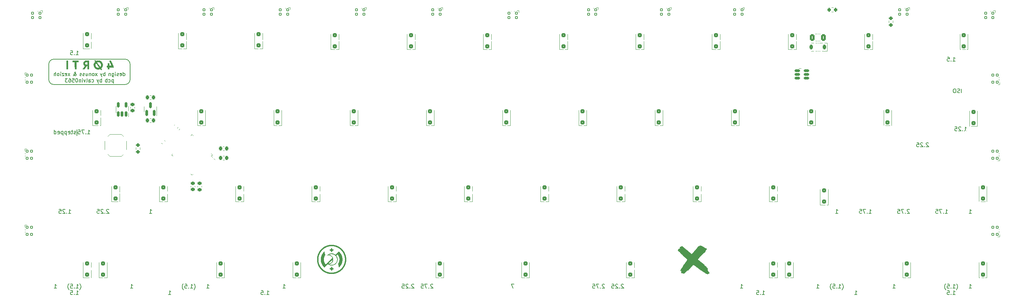
<source format=gbr>
%TF.GenerationSoftware,KiCad,Pcbnew,(7.0.0)*%
%TF.CreationDate,2024-04-06T15:16:24+02:00*%
%TF.ProjectId,forti GND,666f7274-6920-4474-9e44-2e6b69636164,rev?*%
%TF.SameCoordinates,Original*%
%TF.FileFunction,Legend,Bot*%
%TF.FilePolarity,Positive*%
%FSLAX46Y46*%
G04 Gerber Fmt 4.6, Leading zero omitted, Abs format (unit mm)*
G04 Created by KiCad (PCBNEW (7.0.0)) date 2024-04-06 15:16:24*
%MOMM*%
%LPD*%
G01*
G04 APERTURE LIST*
G04 Aperture macros list*
%AMRoundRect*
0 Rectangle with rounded corners*
0 $1 Rounding radius*
0 $2 $3 $4 $5 $6 $7 $8 $9 X,Y pos of 4 corners*
0 Add a 4 corners polygon primitive as box body*
4,1,4,$2,$3,$4,$5,$6,$7,$8,$9,$2,$3,0*
0 Add four circle primitives for the rounded corners*
1,1,$1+$1,$2,$3*
1,1,$1+$1,$4,$5*
1,1,$1+$1,$6,$7*
1,1,$1+$1,$8,$9*
0 Add four rect primitives between the rounded corners*
20,1,$1+$1,$2,$3,$4,$5,0*
20,1,$1+$1,$4,$5,$6,$7,0*
20,1,$1+$1,$6,$7,$8,$9,0*
20,1,$1+$1,$8,$9,$2,$3,0*%
G04 Aperture macros list end*
%ADD10C,0.150000*%
%ADD11C,0.120000*%
%ADD12C,0.250000*%
%ADD13C,0.000000*%
%ADD14C,0.200000*%
%ADD15C,0.381000*%
%ADD16C,1.000000*%
%ADD17C,0.600000*%
%ADD18C,3.987800*%
%ADD19C,3.048000*%
%ADD20C,0.650000*%
%ADD21O,1.000000X2.100000*%
%ADD22O,1.000000X1.600000*%
%ADD23C,1.750000*%
%ADD24C,2.300000*%
%ADD25C,4.000000*%
%ADD26RoundRect,0.105000X-0.245000X0.245000X-0.245000X-0.245000X0.245000X-0.245000X0.245000X0.245000X0*%
%ADD27RoundRect,0.250000X0.300000X-0.300000X0.300000X0.300000X-0.300000X0.300000X-0.300000X-0.300000X0*%
%ADD28RoundRect,0.105000X0.245000X0.245000X-0.245000X0.245000X-0.245000X-0.245000X0.245000X-0.245000X0*%
%ADD29RoundRect,0.200000X-0.275000X0.200000X-0.275000X-0.200000X0.275000X-0.200000X0.275000X0.200000X0*%
%ADD30RoundRect,0.200000X0.200000X0.275000X-0.200000X0.275000X-0.200000X-0.275000X0.200000X-0.275000X0*%
%ADD31RoundRect,0.105000X0.245000X-0.245000X0.245000X0.245000X-0.245000X0.245000X-0.245000X-0.245000X0*%
%ADD32RoundRect,0.150000X0.150000X-0.512500X0.150000X0.512500X-0.150000X0.512500X-0.150000X-0.512500X0*%
%ADD33R,1.800000X1.100000*%
%ADD34RoundRect,0.225000X-0.250000X0.225000X-0.250000X-0.225000X0.250000X-0.225000X0.250000X0.225000X0*%
%ADD35RoundRect,0.225000X0.335876X0.017678X0.017678X0.335876X-0.335876X-0.017678X-0.017678X-0.335876X0*%
%ADD36RoundRect,0.225000X0.225000X0.375000X-0.225000X0.375000X-0.225000X-0.375000X0.225000X-0.375000X0*%
%ADD37RoundRect,0.225000X-0.225000X-0.250000X0.225000X-0.250000X0.225000X0.250000X-0.225000X0.250000X0*%
%ADD38RoundRect,0.070000X0.521491X-0.422496X-0.422496X0.521491X-0.521491X0.422496X0.422496X-0.521491X0*%
%ADD39RoundRect,0.070000X0.521491X0.422496X0.422496X0.521491X-0.521491X-0.422496X-0.422496X-0.521491X0*%
%ADD40RoundRect,0.150000X0.150000X-0.587500X0.150000X0.587500X-0.150000X0.587500X-0.150000X-0.587500X0*%
%ADD41RoundRect,0.150000X-0.512500X-0.150000X0.512500X-0.150000X0.512500X0.150000X-0.512500X0.150000X0*%
%ADD42RoundRect,0.225000X0.225000X0.250000X-0.225000X0.250000X-0.225000X-0.250000X0.225000X-0.250000X0*%
%ADD43RoundRect,0.200000X0.275000X-0.200000X0.275000X0.200000X-0.275000X0.200000X-0.275000X-0.200000X0*%
%ADD44RoundRect,0.225000X0.017678X-0.335876X0.335876X-0.017678X-0.017678X0.335876X-0.335876X0.017678X0*%
%ADD45RoundRect,0.225000X0.250000X-0.225000X0.250000X0.225000X-0.250000X0.225000X-0.250000X-0.225000X0*%
%ADD46RoundRect,0.250000X-0.375000X-0.625000X0.375000X-0.625000X0.375000X0.625000X-0.375000X0.625000X0*%
G04 APERTURE END LIST*
D10*
X59245535Y-84504880D02*
X59816963Y-84504880D01*
X59531249Y-84504880D02*
X59531249Y-83504880D01*
X59531249Y-83504880D02*
X59626487Y-83647738D01*
X59626487Y-83647738D02*
X59721725Y-83742976D01*
X59721725Y-83742976D02*
X59816963Y-83790595D01*
X54410000Y-51000000D02*
X54410000Y-47190000D01*
X34090000Y-51000000D02*
G75*
G03*
X35360000Y-52270000I1270000J0D01*
G01*
X53140000Y-45920000D02*
X35360000Y-45920000D01*
X35360000Y-52270000D02*
X53140000Y-52270000D01*
X53139999Y-52269999D02*
G75*
G03*
X54409999Y-50999999I1J1269999D01*
G01*
X41120181Y-63500000D02*
X41120181Y-65087500D01*
X35360000Y-45920000D02*
G75*
G03*
X34090000Y-47190000I0J-1270000D01*
G01*
X34090000Y-47190000D02*
X34090000Y-51000000D01*
X54410000Y-47190000D02*
G75*
G03*
X53140000Y-45920000I-1270000J0D01*
G01*
X150352082Y-102254880D02*
X149685416Y-102254880D01*
X149685416Y-102254880D02*
X150113987Y-103254880D01*
X249126189Y-83600119D02*
X249078570Y-83552500D01*
X249078570Y-83552500D02*
X248983332Y-83504880D01*
X248983332Y-83504880D02*
X248745237Y-83504880D01*
X248745237Y-83504880D02*
X248649999Y-83552500D01*
X248649999Y-83552500D02*
X248602380Y-83600119D01*
X248602380Y-83600119D02*
X248554761Y-83695357D01*
X248554761Y-83695357D02*
X248554761Y-83790595D01*
X248554761Y-83790595D02*
X248602380Y-83933452D01*
X248602380Y-83933452D02*
X249173808Y-84504880D01*
X249173808Y-84504880D02*
X248554761Y-84504880D01*
X248126189Y-84409642D02*
X248078570Y-84457261D01*
X248078570Y-84457261D02*
X248126189Y-84504880D01*
X248126189Y-84504880D02*
X248173808Y-84457261D01*
X248173808Y-84457261D02*
X248126189Y-84409642D01*
X248126189Y-84409642D02*
X248126189Y-84504880D01*
X247745237Y-83504880D02*
X247078571Y-83504880D01*
X247078571Y-83504880D02*
X247507142Y-84504880D01*
X246221428Y-83504880D02*
X246697618Y-83504880D01*
X246697618Y-83504880D02*
X246745237Y-83981071D01*
X246745237Y-83981071D02*
X246697618Y-83933452D01*
X246697618Y-83933452D02*
X246602380Y-83885833D01*
X246602380Y-83885833D02*
X246364285Y-83885833D01*
X246364285Y-83885833D02*
X246269047Y-83933452D01*
X246269047Y-83933452D02*
X246221428Y-83981071D01*
X246221428Y-83981071D02*
X246173809Y-84076309D01*
X246173809Y-84076309D02*
X246173809Y-84314404D01*
X246173809Y-84314404D02*
X246221428Y-84409642D01*
X246221428Y-84409642D02*
X246269047Y-84457261D01*
X246269047Y-84457261D02*
X246364285Y-84504880D01*
X246364285Y-84504880D02*
X246602380Y-84504880D01*
X246602380Y-84504880D02*
X246697618Y-84457261D01*
X246697618Y-84457261D02*
X246745237Y-84409642D01*
X130063689Y-102350119D02*
X130016070Y-102302500D01*
X130016070Y-102302500D02*
X129920832Y-102254880D01*
X129920832Y-102254880D02*
X129682737Y-102254880D01*
X129682737Y-102254880D02*
X129587499Y-102302500D01*
X129587499Y-102302500D02*
X129539880Y-102350119D01*
X129539880Y-102350119D02*
X129492261Y-102445357D01*
X129492261Y-102445357D02*
X129492261Y-102540595D01*
X129492261Y-102540595D02*
X129539880Y-102683452D01*
X129539880Y-102683452D02*
X130111308Y-103254880D01*
X130111308Y-103254880D02*
X129492261Y-103254880D01*
X129063689Y-103159642D02*
X129016070Y-103207261D01*
X129016070Y-103207261D02*
X129063689Y-103254880D01*
X129063689Y-103254880D02*
X129111308Y-103207261D01*
X129111308Y-103207261D02*
X129063689Y-103159642D01*
X129063689Y-103159642D02*
X129063689Y-103254880D01*
X128682737Y-102254880D02*
X128016071Y-102254880D01*
X128016071Y-102254880D02*
X128444642Y-103254880D01*
X127158928Y-102254880D02*
X127635118Y-102254880D01*
X127635118Y-102254880D02*
X127682737Y-102731071D01*
X127682737Y-102731071D02*
X127635118Y-102683452D01*
X127635118Y-102683452D02*
X127539880Y-102635833D01*
X127539880Y-102635833D02*
X127301785Y-102635833D01*
X127301785Y-102635833D02*
X127206547Y-102683452D01*
X127206547Y-102683452D02*
X127158928Y-102731071D01*
X127158928Y-102731071D02*
X127111309Y-102826309D01*
X127111309Y-102826309D02*
X127111309Y-103064404D01*
X127111309Y-103064404D02*
X127158928Y-103159642D01*
X127158928Y-103159642D02*
X127206547Y-103207261D01*
X127206547Y-103207261D02*
X127301785Y-103254880D01*
X127301785Y-103254880D02*
X127539880Y-103254880D01*
X127539880Y-103254880D02*
X127635118Y-103207261D01*
X127635118Y-103207261D02*
X127682737Y-103159642D01*
X70389583Y-103635833D02*
X70437202Y-103588214D01*
X70437202Y-103588214D02*
X70532440Y-103445357D01*
X70532440Y-103445357D02*
X70580059Y-103350119D01*
X70580059Y-103350119D02*
X70627678Y-103207261D01*
X70627678Y-103207261D02*
X70675297Y-102969166D01*
X70675297Y-102969166D02*
X70675297Y-102778690D01*
X70675297Y-102778690D02*
X70627678Y-102540595D01*
X70627678Y-102540595D02*
X70580059Y-102397738D01*
X70580059Y-102397738D02*
X70532440Y-102302500D01*
X70532440Y-102302500D02*
X70437202Y-102159642D01*
X70437202Y-102159642D02*
X70389583Y-102112023D01*
X69484821Y-103254880D02*
X70056249Y-103254880D01*
X69770535Y-103254880D02*
X69770535Y-102254880D01*
X69770535Y-102254880D02*
X69865773Y-102397738D01*
X69865773Y-102397738D02*
X69961011Y-102492976D01*
X69961011Y-102492976D02*
X70056249Y-102540595D01*
X69056249Y-103159642D02*
X69008630Y-103207261D01*
X69008630Y-103207261D02*
X69056249Y-103254880D01*
X69056249Y-103254880D02*
X69103868Y-103207261D01*
X69103868Y-103207261D02*
X69056249Y-103159642D01*
X69056249Y-103159642D02*
X69056249Y-103254880D01*
X68103869Y-102254880D02*
X68580059Y-102254880D01*
X68580059Y-102254880D02*
X68627678Y-102731071D01*
X68627678Y-102731071D02*
X68580059Y-102683452D01*
X68580059Y-102683452D02*
X68484821Y-102635833D01*
X68484821Y-102635833D02*
X68246726Y-102635833D01*
X68246726Y-102635833D02*
X68151488Y-102683452D01*
X68151488Y-102683452D02*
X68103869Y-102731071D01*
X68103869Y-102731071D02*
X68056250Y-102826309D01*
X68056250Y-102826309D02*
X68056250Y-103064404D01*
X68056250Y-103064404D02*
X68103869Y-103159642D01*
X68103869Y-103159642D02*
X68151488Y-103207261D01*
X68151488Y-103207261D02*
X68246726Y-103254880D01*
X68246726Y-103254880D02*
X68484821Y-103254880D01*
X68484821Y-103254880D02*
X68580059Y-103207261D01*
X68580059Y-103207261D02*
X68627678Y-103159642D01*
X67722916Y-103635833D02*
X67675297Y-103588214D01*
X67675297Y-103588214D02*
X67580059Y-103445357D01*
X67580059Y-103445357D02*
X67532440Y-103350119D01*
X67532440Y-103350119D02*
X67484821Y-103207261D01*
X67484821Y-103207261D02*
X67437202Y-102969166D01*
X67437202Y-102969166D02*
X67437202Y-102778690D01*
X67437202Y-102778690D02*
X67484821Y-102540595D01*
X67484821Y-102540595D02*
X67532440Y-102397738D01*
X67532440Y-102397738D02*
X67580059Y-102302500D01*
X67580059Y-102302500D02*
X67675297Y-102159642D01*
X67675297Y-102159642D02*
X67722916Y-102112023D01*
X41814583Y-103635833D02*
X41862202Y-103588214D01*
X41862202Y-103588214D02*
X41957440Y-103445357D01*
X41957440Y-103445357D02*
X42005059Y-103350119D01*
X42005059Y-103350119D02*
X42052678Y-103207261D01*
X42052678Y-103207261D02*
X42100297Y-102969166D01*
X42100297Y-102969166D02*
X42100297Y-102778690D01*
X42100297Y-102778690D02*
X42052678Y-102540595D01*
X42052678Y-102540595D02*
X42005059Y-102397738D01*
X42005059Y-102397738D02*
X41957440Y-102302500D01*
X41957440Y-102302500D02*
X41862202Y-102159642D01*
X41862202Y-102159642D02*
X41814583Y-102112023D01*
X40909821Y-103254880D02*
X41481249Y-103254880D01*
X41195535Y-103254880D02*
X41195535Y-102254880D01*
X41195535Y-102254880D02*
X41290773Y-102397738D01*
X41290773Y-102397738D02*
X41386011Y-102492976D01*
X41386011Y-102492976D02*
X41481249Y-102540595D01*
X40481249Y-103159642D02*
X40433630Y-103207261D01*
X40433630Y-103207261D02*
X40481249Y-103254880D01*
X40481249Y-103254880D02*
X40528868Y-103207261D01*
X40528868Y-103207261D02*
X40481249Y-103159642D01*
X40481249Y-103159642D02*
X40481249Y-103254880D01*
X39528869Y-102254880D02*
X40005059Y-102254880D01*
X40005059Y-102254880D02*
X40052678Y-102731071D01*
X40052678Y-102731071D02*
X40005059Y-102683452D01*
X40005059Y-102683452D02*
X39909821Y-102635833D01*
X39909821Y-102635833D02*
X39671726Y-102635833D01*
X39671726Y-102635833D02*
X39576488Y-102683452D01*
X39576488Y-102683452D02*
X39528869Y-102731071D01*
X39528869Y-102731071D02*
X39481250Y-102826309D01*
X39481250Y-102826309D02*
X39481250Y-103064404D01*
X39481250Y-103064404D02*
X39528869Y-103159642D01*
X39528869Y-103159642D02*
X39576488Y-103207261D01*
X39576488Y-103207261D02*
X39671726Y-103254880D01*
X39671726Y-103254880D02*
X39909821Y-103254880D01*
X39909821Y-103254880D02*
X40005059Y-103207261D01*
X40005059Y-103207261D02*
X40052678Y-103159642D01*
X39147916Y-103635833D02*
X39100297Y-103588214D01*
X39100297Y-103588214D02*
X39005059Y-103445357D01*
X39005059Y-103445357D02*
X38957440Y-103350119D01*
X38957440Y-103350119D02*
X38909821Y-103207261D01*
X38909821Y-103207261D02*
X38862202Y-102969166D01*
X38862202Y-102969166D02*
X38862202Y-102778690D01*
X38862202Y-102778690D02*
X38909821Y-102540595D01*
X38909821Y-102540595D02*
X38957440Y-102397738D01*
X38957440Y-102397738D02*
X39005059Y-102302500D01*
X39005059Y-102302500D02*
X39100297Y-102159642D01*
X39100297Y-102159642D02*
X39147916Y-102112023D01*
X264033035Y-103254880D02*
X264604463Y-103254880D01*
X264318749Y-103254880D02*
X264318749Y-102254880D01*
X264318749Y-102254880D02*
X264413987Y-102397738D01*
X264413987Y-102397738D02*
X264509225Y-102492976D01*
X264509225Y-102492976D02*
X264604463Y-102540595D01*
X260889583Y-103635833D02*
X260937202Y-103588214D01*
X260937202Y-103588214D02*
X261032440Y-103445357D01*
X261032440Y-103445357D02*
X261080059Y-103350119D01*
X261080059Y-103350119D02*
X261127678Y-103207261D01*
X261127678Y-103207261D02*
X261175297Y-102969166D01*
X261175297Y-102969166D02*
X261175297Y-102778690D01*
X261175297Y-102778690D02*
X261127678Y-102540595D01*
X261127678Y-102540595D02*
X261080059Y-102397738D01*
X261080059Y-102397738D02*
X261032440Y-102302500D01*
X261032440Y-102302500D02*
X260937202Y-102159642D01*
X260937202Y-102159642D02*
X260889583Y-102112023D01*
X259984821Y-103254880D02*
X260556249Y-103254880D01*
X260270535Y-103254880D02*
X260270535Y-102254880D01*
X260270535Y-102254880D02*
X260365773Y-102397738D01*
X260365773Y-102397738D02*
X260461011Y-102492976D01*
X260461011Y-102492976D02*
X260556249Y-102540595D01*
X259556249Y-103159642D02*
X259508630Y-103207261D01*
X259508630Y-103207261D02*
X259556249Y-103254880D01*
X259556249Y-103254880D02*
X259603868Y-103207261D01*
X259603868Y-103207261D02*
X259556249Y-103159642D01*
X259556249Y-103159642D02*
X259556249Y-103254880D01*
X258603869Y-102254880D02*
X259080059Y-102254880D01*
X259080059Y-102254880D02*
X259127678Y-102731071D01*
X259127678Y-102731071D02*
X259080059Y-102683452D01*
X259080059Y-102683452D02*
X258984821Y-102635833D01*
X258984821Y-102635833D02*
X258746726Y-102635833D01*
X258746726Y-102635833D02*
X258651488Y-102683452D01*
X258651488Y-102683452D02*
X258603869Y-102731071D01*
X258603869Y-102731071D02*
X258556250Y-102826309D01*
X258556250Y-102826309D02*
X258556250Y-103064404D01*
X258556250Y-103064404D02*
X258603869Y-103159642D01*
X258603869Y-103159642D02*
X258651488Y-103207261D01*
X258651488Y-103207261D02*
X258746726Y-103254880D01*
X258746726Y-103254880D02*
X258984821Y-103254880D01*
X258984821Y-103254880D02*
X259080059Y-103207261D01*
X259080059Y-103207261D02*
X259127678Y-103159642D01*
X258222916Y-103635833D02*
X258175297Y-103588214D01*
X258175297Y-103588214D02*
X258080059Y-103445357D01*
X258080059Y-103445357D02*
X258032440Y-103350119D01*
X258032440Y-103350119D02*
X257984821Y-103207261D01*
X257984821Y-103207261D02*
X257937202Y-102969166D01*
X257937202Y-102969166D02*
X257937202Y-102778690D01*
X257937202Y-102778690D02*
X257984821Y-102540595D01*
X257984821Y-102540595D02*
X258032440Y-102397738D01*
X258032440Y-102397738D02*
X258080059Y-102302500D01*
X258080059Y-102302500D02*
X258175297Y-102159642D01*
X258175297Y-102159642D02*
X258222916Y-102112023D01*
X49101189Y-83600119D02*
X49053570Y-83552500D01*
X49053570Y-83552500D02*
X48958332Y-83504880D01*
X48958332Y-83504880D02*
X48720237Y-83504880D01*
X48720237Y-83504880D02*
X48624999Y-83552500D01*
X48624999Y-83552500D02*
X48577380Y-83600119D01*
X48577380Y-83600119D02*
X48529761Y-83695357D01*
X48529761Y-83695357D02*
X48529761Y-83790595D01*
X48529761Y-83790595D02*
X48577380Y-83933452D01*
X48577380Y-83933452D02*
X49148808Y-84504880D01*
X49148808Y-84504880D02*
X48529761Y-84504880D01*
X48101189Y-84409642D02*
X48053570Y-84457261D01*
X48053570Y-84457261D02*
X48101189Y-84504880D01*
X48101189Y-84504880D02*
X48148808Y-84457261D01*
X48148808Y-84457261D02*
X48101189Y-84409642D01*
X48101189Y-84409642D02*
X48101189Y-84504880D01*
X47672618Y-83600119D02*
X47624999Y-83552500D01*
X47624999Y-83552500D02*
X47529761Y-83504880D01*
X47529761Y-83504880D02*
X47291666Y-83504880D01*
X47291666Y-83504880D02*
X47196428Y-83552500D01*
X47196428Y-83552500D02*
X47148809Y-83600119D01*
X47148809Y-83600119D02*
X47101190Y-83695357D01*
X47101190Y-83695357D02*
X47101190Y-83790595D01*
X47101190Y-83790595D02*
X47148809Y-83933452D01*
X47148809Y-83933452D02*
X47720237Y-84504880D01*
X47720237Y-84504880D02*
X47101190Y-84504880D01*
X46196428Y-83504880D02*
X46672618Y-83504880D01*
X46672618Y-83504880D02*
X46720237Y-83981071D01*
X46720237Y-83981071D02*
X46672618Y-83933452D01*
X46672618Y-83933452D02*
X46577380Y-83885833D01*
X46577380Y-83885833D02*
X46339285Y-83885833D01*
X46339285Y-83885833D02*
X46244047Y-83933452D01*
X46244047Y-83933452D02*
X46196428Y-83981071D01*
X46196428Y-83981071D02*
X46148809Y-84076309D01*
X46148809Y-84076309D02*
X46148809Y-84314404D01*
X46148809Y-84314404D02*
X46196428Y-84409642D01*
X46196428Y-84409642D02*
X46244047Y-84457261D01*
X46244047Y-84457261D02*
X46339285Y-84504880D01*
X46339285Y-84504880D02*
X46577380Y-84504880D01*
X46577380Y-84504880D02*
X46672618Y-84457261D01*
X46672618Y-84457261D02*
X46720237Y-84409642D01*
X35433035Y-103254880D02*
X36004463Y-103254880D01*
X35718749Y-103254880D02*
X35718749Y-102254880D01*
X35718749Y-102254880D02*
X35813987Y-102397738D01*
X35813987Y-102397738D02*
X35909225Y-102492976D01*
X35909225Y-102492976D02*
X36004463Y-102540595D01*
X125301189Y-102350119D02*
X125253570Y-102302500D01*
X125253570Y-102302500D02*
X125158332Y-102254880D01*
X125158332Y-102254880D02*
X124920237Y-102254880D01*
X124920237Y-102254880D02*
X124824999Y-102302500D01*
X124824999Y-102302500D02*
X124777380Y-102350119D01*
X124777380Y-102350119D02*
X124729761Y-102445357D01*
X124729761Y-102445357D02*
X124729761Y-102540595D01*
X124729761Y-102540595D02*
X124777380Y-102683452D01*
X124777380Y-102683452D02*
X125348808Y-103254880D01*
X125348808Y-103254880D02*
X124729761Y-103254880D01*
X124301189Y-103159642D02*
X124253570Y-103207261D01*
X124253570Y-103207261D02*
X124301189Y-103254880D01*
X124301189Y-103254880D02*
X124348808Y-103207261D01*
X124348808Y-103207261D02*
X124301189Y-103159642D01*
X124301189Y-103159642D02*
X124301189Y-103254880D01*
X123872618Y-102350119D02*
X123824999Y-102302500D01*
X123824999Y-102302500D02*
X123729761Y-102254880D01*
X123729761Y-102254880D02*
X123491666Y-102254880D01*
X123491666Y-102254880D02*
X123396428Y-102302500D01*
X123396428Y-102302500D02*
X123348809Y-102350119D01*
X123348809Y-102350119D02*
X123301190Y-102445357D01*
X123301190Y-102445357D02*
X123301190Y-102540595D01*
X123301190Y-102540595D02*
X123348809Y-102683452D01*
X123348809Y-102683452D02*
X123920237Y-103254880D01*
X123920237Y-103254880D02*
X123301190Y-103254880D01*
X122396428Y-102254880D02*
X122872618Y-102254880D01*
X122872618Y-102254880D02*
X122920237Y-102731071D01*
X122920237Y-102731071D02*
X122872618Y-102683452D01*
X122872618Y-102683452D02*
X122777380Y-102635833D01*
X122777380Y-102635833D02*
X122539285Y-102635833D01*
X122539285Y-102635833D02*
X122444047Y-102683452D01*
X122444047Y-102683452D02*
X122396428Y-102731071D01*
X122396428Y-102731071D02*
X122348809Y-102826309D01*
X122348809Y-102826309D02*
X122348809Y-103064404D01*
X122348809Y-103064404D02*
X122396428Y-103159642D01*
X122396428Y-103159642D02*
X122444047Y-103207261D01*
X122444047Y-103207261D02*
X122539285Y-103254880D01*
X122539285Y-103254880D02*
X122777380Y-103254880D01*
X122777380Y-103254880D02*
X122872618Y-103207261D01*
X122872618Y-103207261D02*
X122920237Y-103159642D01*
X262143749Y-54342380D02*
X262143749Y-53342380D01*
X261715178Y-54294761D02*
X261572321Y-54342380D01*
X261572321Y-54342380D02*
X261334226Y-54342380D01*
X261334226Y-54342380D02*
X261238988Y-54294761D01*
X261238988Y-54294761D02*
X261191369Y-54247142D01*
X261191369Y-54247142D02*
X261143750Y-54151904D01*
X261143750Y-54151904D02*
X261143750Y-54056666D01*
X261143750Y-54056666D02*
X261191369Y-53961428D01*
X261191369Y-53961428D02*
X261238988Y-53913809D01*
X261238988Y-53913809D02*
X261334226Y-53866190D01*
X261334226Y-53866190D02*
X261524702Y-53818571D01*
X261524702Y-53818571D02*
X261619940Y-53770952D01*
X261619940Y-53770952D02*
X261667559Y-53723333D01*
X261667559Y-53723333D02*
X261715178Y-53628095D01*
X261715178Y-53628095D02*
X261715178Y-53532857D01*
X261715178Y-53532857D02*
X261667559Y-53437619D01*
X261667559Y-53437619D02*
X261619940Y-53390000D01*
X261619940Y-53390000D02*
X261524702Y-53342380D01*
X261524702Y-53342380D02*
X261286607Y-53342380D01*
X261286607Y-53342380D02*
X261143750Y-53390000D01*
X260524702Y-53342380D02*
X260334226Y-53342380D01*
X260334226Y-53342380D02*
X260238988Y-53390000D01*
X260238988Y-53390000D02*
X260143750Y-53485238D01*
X260143750Y-53485238D02*
X260096131Y-53675714D01*
X260096131Y-53675714D02*
X260096131Y-54009047D01*
X260096131Y-54009047D02*
X260143750Y-54199523D01*
X260143750Y-54199523D02*
X260238988Y-54294761D01*
X260238988Y-54294761D02*
X260334226Y-54342380D01*
X260334226Y-54342380D02*
X260524702Y-54342380D01*
X260524702Y-54342380D02*
X260619940Y-54294761D01*
X260619940Y-54294761D02*
X260715178Y-54199523D01*
X260715178Y-54199523D02*
X260762797Y-54009047D01*
X260762797Y-54009047D02*
X260762797Y-53675714D01*
X260762797Y-53675714D02*
X260715178Y-53485238D01*
X260715178Y-53485238D02*
X260619940Y-53390000D01*
X260619940Y-53390000D02*
X260524702Y-53342380D01*
X39004761Y-84504880D02*
X39576189Y-84504880D01*
X39290475Y-84504880D02*
X39290475Y-83504880D01*
X39290475Y-83504880D02*
X39385713Y-83647738D01*
X39385713Y-83647738D02*
X39480951Y-83742976D01*
X39480951Y-83742976D02*
X39576189Y-83790595D01*
X38576189Y-84409642D02*
X38528570Y-84457261D01*
X38528570Y-84457261D02*
X38576189Y-84504880D01*
X38576189Y-84504880D02*
X38623808Y-84457261D01*
X38623808Y-84457261D02*
X38576189Y-84409642D01*
X38576189Y-84409642D02*
X38576189Y-84504880D01*
X38147618Y-83600119D02*
X38099999Y-83552500D01*
X38099999Y-83552500D02*
X38004761Y-83504880D01*
X38004761Y-83504880D02*
X37766666Y-83504880D01*
X37766666Y-83504880D02*
X37671428Y-83552500D01*
X37671428Y-83552500D02*
X37623809Y-83600119D01*
X37623809Y-83600119D02*
X37576190Y-83695357D01*
X37576190Y-83695357D02*
X37576190Y-83790595D01*
X37576190Y-83790595D02*
X37623809Y-83933452D01*
X37623809Y-83933452D02*
X38195237Y-84504880D01*
X38195237Y-84504880D02*
X37576190Y-84504880D01*
X36671428Y-83504880D02*
X37147618Y-83504880D01*
X37147618Y-83504880D02*
X37195237Y-83981071D01*
X37195237Y-83981071D02*
X37147618Y-83933452D01*
X37147618Y-83933452D02*
X37052380Y-83885833D01*
X37052380Y-83885833D02*
X36814285Y-83885833D01*
X36814285Y-83885833D02*
X36719047Y-83933452D01*
X36719047Y-83933452D02*
X36671428Y-83981071D01*
X36671428Y-83981071D02*
X36623809Y-84076309D01*
X36623809Y-84076309D02*
X36623809Y-84314404D01*
X36623809Y-84314404D02*
X36671428Y-84409642D01*
X36671428Y-84409642D02*
X36719047Y-84457261D01*
X36719047Y-84457261D02*
X36814285Y-84504880D01*
X36814285Y-84504880D02*
X37052380Y-84504880D01*
X37052380Y-84504880D02*
X37147618Y-84457261D01*
X37147618Y-84457261D02*
X37195237Y-84409642D01*
X232314583Y-103635833D02*
X232362202Y-103588214D01*
X232362202Y-103588214D02*
X232457440Y-103445357D01*
X232457440Y-103445357D02*
X232505059Y-103350119D01*
X232505059Y-103350119D02*
X232552678Y-103207261D01*
X232552678Y-103207261D02*
X232600297Y-102969166D01*
X232600297Y-102969166D02*
X232600297Y-102778690D01*
X232600297Y-102778690D02*
X232552678Y-102540595D01*
X232552678Y-102540595D02*
X232505059Y-102397738D01*
X232505059Y-102397738D02*
X232457440Y-102302500D01*
X232457440Y-102302500D02*
X232362202Y-102159642D01*
X232362202Y-102159642D02*
X232314583Y-102112023D01*
X231409821Y-103254880D02*
X231981249Y-103254880D01*
X231695535Y-103254880D02*
X231695535Y-102254880D01*
X231695535Y-102254880D02*
X231790773Y-102397738D01*
X231790773Y-102397738D02*
X231886011Y-102492976D01*
X231886011Y-102492976D02*
X231981249Y-102540595D01*
X230981249Y-103159642D02*
X230933630Y-103207261D01*
X230933630Y-103207261D02*
X230981249Y-103254880D01*
X230981249Y-103254880D02*
X231028868Y-103207261D01*
X231028868Y-103207261D02*
X230981249Y-103159642D01*
X230981249Y-103159642D02*
X230981249Y-103254880D01*
X230028869Y-102254880D02*
X230505059Y-102254880D01*
X230505059Y-102254880D02*
X230552678Y-102731071D01*
X230552678Y-102731071D02*
X230505059Y-102683452D01*
X230505059Y-102683452D02*
X230409821Y-102635833D01*
X230409821Y-102635833D02*
X230171726Y-102635833D01*
X230171726Y-102635833D02*
X230076488Y-102683452D01*
X230076488Y-102683452D02*
X230028869Y-102731071D01*
X230028869Y-102731071D02*
X229981250Y-102826309D01*
X229981250Y-102826309D02*
X229981250Y-103064404D01*
X229981250Y-103064404D02*
X230028869Y-103159642D01*
X230028869Y-103159642D02*
X230076488Y-103207261D01*
X230076488Y-103207261D02*
X230171726Y-103254880D01*
X230171726Y-103254880D02*
X230409821Y-103254880D01*
X230409821Y-103254880D02*
X230505059Y-103207261D01*
X230505059Y-103207261D02*
X230552678Y-103159642D01*
X229647916Y-103635833D02*
X229600297Y-103588214D01*
X229600297Y-103588214D02*
X229505059Y-103445357D01*
X229505059Y-103445357D02*
X229457440Y-103350119D01*
X229457440Y-103350119D02*
X229409821Y-103207261D01*
X229409821Y-103207261D02*
X229362202Y-102969166D01*
X229362202Y-102969166D02*
X229362202Y-102778690D01*
X229362202Y-102778690D02*
X229409821Y-102540595D01*
X229409821Y-102540595D02*
X229457440Y-102397738D01*
X229457440Y-102397738D02*
X229505059Y-102302500D01*
X229505059Y-102302500D02*
X229600297Y-102159642D01*
X229600297Y-102159642D02*
X229647916Y-102112023D01*
X88534821Y-104842380D02*
X89106249Y-104842380D01*
X88820535Y-104842380D02*
X88820535Y-103842380D01*
X88820535Y-103842380D02*
X88915773Y-103985238D01*
X88915773Y-103985238D02*
X89011011Y-104080476D01*
X89011011Y-104080476D02*
X89106249Y-104128095D01*
X88106249Y-104747142D02*
X88058630Y-104794761D01*
X88058630Y-104794761D02*
X88106249Y-104842380D01*
X88106249Y-104842380D02*
X88153868Y-104794761D01*
X88153868Y-104794761D02*
X88106249Y-104747142D01*
X88106249Y-104747142D02*
X88106249Y-104842380D01*
X87153869Y-103842380D02*
X87630059Y-103842380D01*
X87630059Y-103842380D02*
X87677678Y-104318571D01*
X87677678Y-104318571D02*
X87630059Y-104270952D01*
X87630059Y-104270952D02*
X87534821Y-104223333D01*
X87534821Y-104223333D02*
X87296726Y-104223333D01*
X87296726Y-104223333D02*
X87201488Y-104270952D01*
X87201488Y-104270952D02*
X87153869Y-104318571D01*
X87153869Y-104318571D02*
X87106250Y-104413809D01*
X87106250Y-104413809D02*
X87106250Y-104651904D01*
X87106250Y-104651904D02*
X87153869Y-104747142D01*
X87153869Y-104747142D02*
X87201488Y-104794761D01*
X87201488Y-104794761D02*
X87296726Y-104842380D01*
X87296726Y-104842380D02*
X87534821Y-104842380D01*
X87534821Y-104842380D02*
X87630059Y-104794761D01*
X87630059Y-104794761D02*
X87677678Y-104747142D01*
X172926189Y-102350119D02*
X172878570Y-102302500D01*
X172878570Y-102302500D02*
X172783332Y-102254880D01*
X172783332Y-102254880D02*
X172545237Y-102254880D01*
X172545237Y-102254880D02*
X172449999Y-102302500D01*
X172449999Y-102302500D02*
X172402380Y-102350119D01*
X172402380Y-102350119D02*
X172354761Y-102445357D01*
X172354761Y-102445357D02*
X172354761Y-102540595D01*
X172354761Y-102540595D02*
X172402380Y-102683452D01*
X172402380Y-102683452D02*
X172973808Y-103254880D01*
X172973808Y-103254880D02*
X172354761Y-103254880D01*
X171926189Y-103159642D02*
X171878570Y-103207261D01*
X171878570Y-103207261D02*
X171926189Y-103254880D01*
X171926189Y-103254880D02*
X171973808Y-103207261D01*
X171973808Y-103207261D02*
X171926189Y-103159642D01*
X171926189Y-103159642D02*
X171926189Y-103254880D01*
X171545237Y-102254880D02*
X170878571Y-102254880D01*
X170878571Y-102254880D02*
X171307142Y-103254880D01*
X170021428Y-102254880D02*
X170497618Y-102254880D01*
X170497618Y-102254880D02*
X170545237Y-102731071D01*
X170545237Y-102731071D02*
X170497618Y-102683452D01*
X170497618Y-102683452D02*
X170402380Y-102635833D01*
X170402380Y-102635833D02*
X170164285Y-102635833D01*
X170164285Y-102635833D02*
X170069047Y-102683452D01*
X170069047Y-102683452D02*
X170021428Y-102731071D01*
X170021428Y-102731071D02*
X169973809Y-102826309D01*
X169973809Y-102826309D02*
X169973809Y-103064404D01*
X169973809Y-103064404D02*
X170021428Y-103159642D01*
X170021428Y-103159642D02*
X170069047Y-103207261D01*
X170069047Y-103207261D02*
X170164285Y-103254880D01*
X170164285Y-103254880D02*
X170402380Y-103254880D01*
X170402380Y-103254880D02*
X170497618Y-103207261D01*
X170497618Y-103207261D02*
X170545237Y-103159642D01*
X230695535Y-84504880D02*
X231266963Y-84504880D01*
X230981249Y-84504880D02*
X230981249Y-83504880D01*
X230981249Y-83504880D02*
X231076487Y-83647738D01*
X231076487Y-83647738D02*
X231171725Y-83742976D01*
X231171725Y-83742976D02*
X231266963Y-83790595D01*
X52680000Y-50060642D02*
X52680000Y-49160642D01*
X52680000Y-50017785D02*
X52765714Y-50060642D01*
X52765714Y-50060642D02*
X52937142Y-50060642D01*
X52937142Y-50060642D02*
X53022857Y-50017785D01*
X53022857Y-50017785D02*
X53065714Y-49974928D01*
X53065714Y-49974928D02*
X53108571Y-49889214D01*
X53108571Y-49889214D02*
X53108571Y-49632071D01*
X53108571Y-49632071D02*
X53065714Y-49546357D01*
X53065714Y-49546357D02*
X53022857Y-49503500D01*
X53022857Y-49503500D02*
X52937142Y-49460642D01*
X52937142Y-49460642D02*
X52765714Y-49460642D01*
X52765714Y-49460642D02*
X52680000Y-49503500D01*
X51908571Y-50017785D02*
X51994285Y-50060642D01*
X51994285Y-50060642D02*
X52165714Y-50060642D01*
X52165714Y-50060642D02*
X52251428Y-50017785D01*
X52251428Y-50017785D02*
X52294285Y-49932071D01*
X52294285Y-49932071D02*
X52294285Y-49589214D01*
X52294285Y-49589214D02*
X52251428Y-49503500D01*
X52251428Y-49503500D02*
X52165714Y-49460642D01*
X52165714Y-49460642D02*
X51994285Y-49460642D01*
X51994285Y-49460642D02*
X51908571Y-49503500D01*
X51908571Y-49503500D02*
X51865714Y-49589214D01*
X51865714Y-49589214D02*
X51865714Y-49674928D01*
X51865714Y-49674928D02*
X52294285Y-49760642D01*
X51522856Y-50017785D02*
X51437142Y-50060642D01*
X51437142Y-50060642D02*
X51265713Y-50060642D01*
X51265713Y-50060642D02*
X51179999Y-50017785D01*
X51179999Y-50017785D02*
X51137142Y-49932071D01*
X51137142Y-49932071D02*
X51137142Y-49889214D01*
X51137142Y-49889214D02*
X51179999Y-49803500D01*
X51179999Y-49803500D02*
X51265713Y-49760642D01*
X51265713Y-49760642D02*
X51394285Y-49760642D01*
X51394285Y-49760642D02*
X51479999Y-49717785D01*
X51479999Y-49717785D02*
X51522856Y-49632071D01*
X51522856Y-49632071D02*
X51522856Y-49589214D01*
X51522856Y-49589214D02*
X51479999Y-49503500D01*
X51479999Y-49503500D02*
X51394285Y-49460642D01*
X51394285Y-49460642D02*
X51265713Y-49460642D01*
X51265713Y-49460642D02*
X51179999Y-49503500D01*
X50751428Y-50060642D02*
X50751428Y-49460642D01*
X50751428Y-49160642D02*
X50794285Y-49203500D01*
X50794285Y-49203500D02*
X50751428Y-49246357D01*
X50751428Y-49246357D02*
X50708571Y-49203500D01*
X50708571Y-49203500D02*
X50751428Y-49160642D01*
X50751428Y-49160642D02*
X50751428Y-49246357D01*
X49937143Y-49460642D02*
X49937143Y-50189214D01*
X49937143Y-50189214D02*
X49980000Y-50274928D01*
X49980000Y-50274928D02*
X50022857Y-50317785D01*
X50022857Y-50317785D02*
X50108571Y-50360642D01*
X50108571Y-50360642D02*
X50237143Y-50360642D01*
X50237143Y-50360642D02*
X50322857Y-50317785D01*
X49937143Y-50017785D02*
X50022857Y-50060642D01*
X50022857Y-50060642D02*
X50194285Y-50060642D01*
X50194285Y-50060642D02*
X50280000Y-50017785D01*
X50280000Y-50017785D02*
X50322857Y-49974928D01*
X50322857Y-49974928D02*
X50365714Y-49889214D01*
X50365714Y-49889214D02*
X50365714Y-49632071D01*
X50365714Y-49632071D02*
X50322857Y-49546357D01*
X50322857Y-49546357D02*
X50280000Y-49503500D01*
X50280000Y-49503500D02*
X50194285Y-49460642D01*
X50194285Y-49460642D02*
X50022857Y-49460642D01*
X50022857Y-49460642D02*
X49937143Y-49503500D01*
X49508571Y-49460642D02*
X49508571Y-50060642D01*
X49508571Y-49546357D02*
X49465714Y-49503500D01*
X49465714Y-49503500D02*
X49379999Y-49460642D01*
X49379999Y-49460642D02*
X49251428Y-49460642D01*
X49251428Y-49460642D02*
X49165714Y-49503500D01*
X49165714Y-49503500D02*
X49122857Y-49589214D01*
X49122857Y-49589214D02*
X49122857Y-50060642D01*
X48154285Y-50060642D02*
X48154285Y-49160642D01*
X48154285Y-49503500D02*
X48068571Y-49460642D01*
X48068571Y-49460642D02*
X47897142Y-49460642D01*
X47897142Y-49460642D02*
X47811428Y-49503500D01*
X47811428Y-49503500D02*
X47768571Y-49546357D01*
X47768571Y-49546357D02*
X47725713Y-49632071D01*
X47725713Y-49632071D02*
X47725713Y-49889214D01*
X47725713Y-49889214D02*
X47768571Y-49974928D01*
X47768571Y-49974928D02*
X47811428Y-50017785D01*
X47811428Y-50017785D02*
X47897142Y-50060642D01*
X47897142Y-50060642D02*
X48068571Y-50060642D01*
X48068571Y-50060642D02*
X48154285Y-50017785D01*
X47425713Y-49460642D02*
X47211427Y-50060642D01*
X46997142Y-49460642D02*
X47211427Y-50060642D01*
X47211427Y-50060642D02*
X47297142Y-50274928D01*
X47297142Y-50274928D02*
X47339999Y-50317785D01*
X47339999Y-50317785D02*
X47425713Y-50360642D01*
X46199999Y-50060642D02*
X45728571Y-49460642D01*
X46199999Y-49460642D02*
X45728571Y-50060642D01*
X45257142Y-50060642D02*
X45342857Y-50017785D01*
X45342857Y-50017785D02*
X45385714Y-49974928D01*
X45385714Y-49974928D02*
X45428571Y-49889214D01*
X45428571Y-49889214D02*
X45428571Y-49632071D01*
X45428571Y-49632071D02*
X45385714Y-49546357D01*
X45385714Y-49546357D02*
X45342857Y-49503500D01*
X45342857Y-49503500D02*
X45257142Y-49460642D01*
X45257142Y-49460642D02*
X45128571Y-49460642D01*
X45128571Y-49460642D02*
X45042857Y-49503500D01*
X45042857Y-49503500D02*
X45000000Y-49546357D01*
X45000000Y-49546357D02*
X44957142Y-49632071D01*
X44957142Y-49632071D02*
X44957142Y-49889214D01*
X44957142Y-49889214D02*
X45000000Y-49974928D01*
X45000000Y-49974928D02*
X45042857Y-50017785D01*
X45042857Y-50017785D02*
X45128571Y-50060642D01*
X45128571Y-50060642D02*
X45257142Y-50060642D01*
X44571428Y-49460642D02*
X44571428Y-50060642D01*
X44571428Y-49546357D02*
X44528571Y-49503500D01*
X44528571Y-49503500D02*
X44442856Y-49460642D01*
X44442856Y-49460642D02*
X44314285Y-49460642D01*
X44314285Y-49460642D02*
X44228571Y-49503500D01*
X44228571Y-49503500D02*
X44185714Y-49589214D01*
X44185714Y-49589214D02*
X44185714Y-50060642D01*
X43371428Y-49460642D02*
X43371428Y-50060642D01*
X43757142Y-49460642D02*
X43757142Y-49932071D01*
X43757142Y-49932071D02*
X43714285Y-50017785D01*
X43714285Y-50017785D02*
X43628570Y-50060642D01*
X43628570Y-50060642D02*
X43499999Y-50060642D01*
X43499999Y-50060642D02*
X43414285Y-50017785D01*
X43414285Y-50017785D02*
X43371428Y-49974928D01*
X42985713Y-50017785D02*
X42899999Y-50060642D01*
X42899999Y-50060642D02*
X42728570Y-50060642D01*
X42728570Y-50060642D02*
X42642856Y-50017785D01*
X42642856Y-50017785D02*
X42599999Y-49932071D01*
X42599999Y-49932071D02*
X42599999Y-49889214D01*
X42599999Y-49889214D02*
X42642856Y-49803500D01*
X42642856Y-49803500D02*
X42728570Y-49760642D01*
X42728570Y-49760642D02*
X42857142Y-49760642D01*
X42857142Y-49760642D02*
X42942856Y-49717785D01*
X42942856Y-49717785D02*
X42985713Y-49632071D01*
X42985713Y-49632071D02*
X42985713Y-49589214D01*
X42985713Y-49589214D02*
X42942856Y-49503500D01*
X42942856Y-49503500D02*
X42857142Y-49460642D01*
X42857142Y-49460642D02*
X42728570Y-49460642D01*
X42728570Y-49460642D02*
X42642856Y-49503500D01*
X42257142Y-50017785D02*
X42171428Y-50060642D01*
X42171428Y-50060642D02*
X41999999Y-50060642D01*
X41999999Y-50060642D02*
X41914285Y-50017785D01*
X41914285Y-50017785D02*
X41871428Y-49932071D01*
X41871428Y-49932071D02*
X41871428Y-49889214D01*
X41871428Y-49889214D02*
X41914285Y-49803500D01*
X41914285Y-49803500D02*
X41999999Y-49760642D01*
X41999999Y-49760642D02*
X42128571Y-49760642D01*
X42128571Y-49760642D02*
X42214285Y-49717785D01*
X42214285Y-49717785D02*
X42257142Y-49632071D01*
X42257142Y-49632071D02*
X42257142Y-49589214D01*
X42257142Y-49589214D02*
X42214285Y-49503500D01*
X42214285Y-49503500D02*
X42128571Y-49460642D01*
X42128571Y-49460642D02*
X41999999Y-49460642D01*
X41999999Y-49460642D02*
X41914285Y-49503500D01*
X40217142Y-50060642D02*
X40260000Y-50060642D01*
X40260000Y-50060642D02*
X40345714Y-50017785D01*
X40345714Y-50017785D02*
X40474285Y-49889214D01*
X40474285Y-49889214D02*
X40688571Y-49632071D01*
X40688571Y-49632071D02*
X40774285Y-49503500D01*
X40774285Y-49503500D02*
X40817142Y-49374928D01*
X40817142Y-49374928D02*
X40817142Y-49289214D01*
X40817142Y-49289214D02*
X40774285Y-49203500D01*
X40774285Y-49203500D02*
X40688571Y-49160642D01*
X40688571Y-49160642D02*
X40645714Y-49160642D01*
X40645714Y-49160642D02*
X40560000Y-49203500D01*
X40560000Y-49203500D02*
X40517142Y-49289214D01*
X40517142Y-49289214D02*
X40517142Y-49332071D01*
X40517142Y-49332071D02*
X40560000Y-49417785D01*
X40560000Y-49417785D02*
X40602857Y-49460642D01*
X40602857Y-49460642D02*
X40860000Y-49632071D01*
X40860000Y-49632071D02*
X40902857Y-49674928D01*
X40902857Y-49674928D02*
X40945714Y-49760642D01*
X40945714Y-49760642D02*
X40945714Y-49889214D01*
X40945714Y-49889214D02*
X40902857Y-49974928D01*
X40902857Y-49974928D02*
X40860000Y-50017785D01*
X40860000Y-50017785D02*
X40774285Y-50060642D01*
X40774285Y-50060642D02*
X40645714Y-50060642D01*
X40645714Y-50060642D02*
X40560000Y-50017785D01*
X40560000Y-50017785D02*
X40517142Y-49974928D01*
X40517142Y-49974928D02*
X40388571Y-49803500D01*
X40388571Y-49803500D02*
X40345714Y-49674928D01*
X40345714Y-49674928D02*
X40345714Y-49589214D01*
X39377142Y-50060642D02*
X38905714Y-49460642D01*
X39377142Y-49460642D02*
X38905714Y-50060642D01*
X38220000Y-50017785D02*
X38305714Y-50060642D01*
X38305714Y-50060642D02*
X38477143Y-50060642D01*
X38477143Y-50060642D02*
X38562857Y-50017785D01*
X38562857Y-50017785D02*
X38605714Y-49932071D01*
X38605714Y-49932071D02*
X38605714Y-49589214D01*
X38605714Y-49589214D02*
X38562857Y-49503500D01*
X38562857Y-49503500D02*
X38477143Y-49460642D01*
X38477143Y-49460642D02*
X38305714Y-49460642D01*
X38305714Y-49460642D02*
X38220000Y-49503500D01*
X38220000Y-49503500D02*
X38177143Y-49589214D01*
X38177143Y-49589214D02*
X38177143Y-49674928D01*
X38177143Y-49674928D02*
X38605714Y-49760642D01*
X37877142Y-49460642D02*
X37405714Y-49460642D01*
X37405714Y-49460642D02*
X37877142Y-50060642D01*
X37877142Y-50060642D02*
X37405714Y-50060642D01*
X37062857Y-50060642D02*
X37062857Y-49460642D01*
X37062857Y-49160642D02*
X37105714Y-49203500D01*
X37105714Y-49203500D02*
X37062857Y-49246357D01*
X37062857Y-49246357D02*
X37020000Y-49203500D01*
X37020000Y-49203500D02*
X37062857Y-49160642D01*
X37062857Y-49160642D02*
X37062857Y-49246357D01*
X36505714Y-50060642D02*
X36591429Y-50017785D01*
X36591429Y-50017785D02*
X36634286Y-49974928D01*
X36634286Y-49974928D02*
X36677143Y-49889214D01*
X36677143Y-49889214D02*
X36677143Y-49632071D01*
X36677143Y-49632071D02*
X36634286Y-49546357D01*
X36634286Y-49546357D02*
X36591429Y-49503500D01*
X36591429Y-49503500D02*
X36505714Y-49460642D01*
X36505714Y-49460642D02*
X36377143Y-49460642D01*
X36377143Y-49460642D02*
X36291429Y-49503500D01*
X36291429Y-49503500D02*
X36248572Y-49546357D01*
X36248572Y-49546357D02*
X36205714Y-49632071D01*
X36205714Y-49632071D02*
X36205714Y-49889214D01*
X36205714Y-49889214D02*
X36248572Y-49974928D01*
X36248572Y-49974928D02*
X36291429Y-50017785D01*
X36291429Y-50017785D02*
X36377143Y-50060642D01*
X36377143Y-50060642D02*
X36505714Y-50060642D01*
X35820000Y-50060642D02*
X35820000Y-49160642D01*
X35434286Y-50060642D02*
X35434286Y-49589214D01*
X35434286Y-49589214D02*
X35477143Y-49503500D01*
X35477143Y-49503500D02*
X35562857Y-49460642D01*
X35562857Y-49460642D02*
X35691428Y-49460642D01*
X35691428Y-49460642D02*
X35777143Y-49503500D01*
X35777143Y-49503500D02*
X35820000Y-49546357D01*
X264033035Y-84504880D02*
X264604463Y-84504880D01*
X264318749Y-84504880D02*
X264318749Y-83504880D01*
X264318749Y-83504880D02*
X264413987Y-83647738D01*
X264413987Y-83647738D02*
X264509225Y-83742976D01*
X264509225Y-83742976D02*
X264604463Y-83790595D01*
X259984821Y-104842380D02*
X260556249Y-104842380D01*
X260270535Y-104842380D02*
X260270535Y-103842380D01*
X260270535Y-103842380D02*
X260365773Y-103985238D01*
X260365773Y-103985238D02*
X260461011Y-104080476D01*
X260461011Y-104080476D02*
X260556249Y-104128095D01*
X259556249Y-104747142D02*
X259508630Y-104794761D01*
X259508630Y-104794761D02*
X259556249Y-104842380D01*
X259556249Y-104842380D02*
X259603868Y-104794761D01*
X259603868Y-104794761D02*
X259556249Y-104747142D01*
X259556249Y-104747142D02*
X259556249Y-104842380D01*
X258603869Y-103842380D02*
X259080059Y-103842380D01*
X259080059Y-103842380D02*
X259127678Y-104318571D01*
X259127678Y-104318571D02*
X259080059Y-104270952D01*
X259080059Y-104270952D02*
X258984821Y-104223333D01*
X258984821Y-104223333D02*
X258746726Y-104223333D01*
X258746726Y-104223333D02*
X258651488Y-104270952D01*
X258651488Y-104270952D02*
X258603869Y-104318571D01*
X258603869Y-104318571D02*
X258556250Y-104413809D01*
X258556250Y-104413809D02*
X258556250Y-104651904D01*
X258556250Y-104651904D02*
X258603869Y-104747142D01*
X258603869Y-104747142D02*
X258651488Y-104794761D01*
X258651488Y-104794761D02*
X258746726Y-104842380D01*
X258746726Y-104842380D02*
X258984821Y-104842380D01*
X258984821Y-104842380D02*
X259080059Y-104794761D01*
X259080059Y-104794761D02*
X259127678Y-104747142D01*
X258079761Y-84504880D02*
X258651189Y-84504880D01*
X258365475Y-84504880D02*
X258365475Y-83504880D01*
X258365475Y-83504880D02*
X258460713Y-83647738D01*
X258460713Y-83647738D02*
X258555951Y-83742976D01*
X258555951Y-83742976D02*
X258651189Y-83790595D01*
X257651189Y-84409642D02*
X257603570Y-84457261D01*
X257603570Y-84457261D02*
X257651189Y-84504880D01*
X257651189Y-84504880D02*
X257698808Y-84457261D01*
X257698808Y-84457261D02*
X257651189Y-84409642D01*
X257651189Y-84409642D02*
X257651189Y-84504880D01*
X257270237Y-83504880D02*
X256603571Y-83504880D01*
X256603571Y-83504880D02*
X257032142Y-84504880D01*
X255746428Y-83504880D02*
X256222618Y-83504880D01*
X256222618Y-83504880D02*
X256270237Y-83981071D01*
X256270237Y-83981071D02*
X256222618Y-83933452D01*
X256222618Y-83933452D02*
X256127380Y-83885833D01*
X256127380Y-83885833D02*
X255889285Y-83885833D01*
X255889285Y-83885833D02*
X255794047Y-83933452D01*
X255794047Y-83933452D02*
X255746428Y-83981071D01*
X255746428Y-83981071D02*
X255698809Y-84076309D01*
X255698809Y-84076309D02*
X255698809Y-84314404D01*
X255698809Y-84314404D02*
X255746428Y-84409642D01*
X255746428Y-84409642D02*
X255794047Y-84457261D01*
X255794047Y-84457261D02*
X255889285Y-84504880D01*
X255889285Y-84504880D02*
X256127380Y-84504880D01*
X256127380Y-84504880D02*
X256222618Y-84457261D01*
X256222618Y-84457261D02*
X256270237Y-84409642D01*
X50232858Y-51048142D02*
X50232858Y-51948142D01*
X50232858Y-51091000D02*
X50147144Y-51048142D01*
X50147144Y-51048142D02*
X49975715Y-51048142D01*
X49975715Y-51048142D02*
X49890001Y-51091000D01*
X49890001Y-51091000D02*
X49847144Y-51133857D01*
X49847144Y-51133857D02*
X49804286Y-51219571D01*
X49804286Y-51219571D02*
X49804286Y-51476714D01*
X49804286Y-51476714D02*
X49847144Y-51562428D01*
X49847144Y-51562428D02*
X49890001Y-51605285D01*
X49890001Y-51605285D02*
X49975715Y-51648142D01*
X49975715Y-51648142D02*
X50147144Y-51648142D01*
X50147144Y-51648142D02*
X50232858Y-51605285D01*
X49032858Y-51605285D02*
X49118572Y-51648142D01*
X49118572Y-51648142D02*
X49290000Y-51648142D01*
X49290000Y-51648142D02*
X49375715Y-51605285D01*
X49375715Y-51605285D02*
X49418572Y-51562428D01*
X49418572Y-51562428D02*
X49461429Y-51476714D01*
X49461429Y-51476714D02*
X49461429Y-51219571D01*
X49461429Y-51219571D02*
X49418572Y-51133857D01*
X49418572Y-51133857D02*
X49375715Y-51091000D01*
X49375715Y-51091000D02*
X49290000Y-51048142D01*
X49290000Y-51048142D02*
X49118572Y-51048142D01*
X49118572Y-51048142D02*
X49032858Y-51091000D01*
X48647143Y-51648142D02*
X48647143Y-50748142D01*
X48647143Y-51091000D02*
X48561429Y-51048142D01*
X48561429Y-51048142D02*
X48390000Y-51048142D01*
X48390000Y-51048142D02*
X48304286Y-51091000D01*
X48304286Y-51091000D02*
X48261429Y-51133857D01*
X48261429Y-51133857D02*
X48218571Y-51219571D01*
X48218571Y-51219571D02*
X48218571Y-51476714D01*
X48218571Y-51476714D02*
X48261429Y-51562428D01*
X48261429Y-51562428D02*
X48304286Y-51605285D01*
X48304286Y-51605285D02*
X48390000Y-51648142D01*
X48390000Y-51648142D02*
X48561429Y-51648142D01*
X48561429Y-51648142D02*
X48647143Y-51605285D01*
X47292857Y-51648142D02*
X47292857Y-50748142D01*
X47292857Y-51091000D02*
X47207143Y-51048142D01*
X47207143Y-51048142D02*
X47035714Y-51048142D01*
X47035714Y-51048142D02*
X46950000Y-51091000D01*
X46950000Y-51091000D02*
X46907143Y-51133857D01*
X46907143Y-51133857D02*
X46864285Y-51219571D01*
X46864285Y-51219571D02*
X46864285Y-51476714D01*
X46864285Y-51476714D02*
X46907143Y-51562428D01*
X46907143Y-51562428D02*
X46950000Y-51605285D01*
X46950000Y-51605285D02*
X47035714Y-51648142D01*
X47035714Y-51648142D02*
X47207143Y-51648142D01*
X47207143Y-51648142D02*
X47292857Y-51605285D01*
X46564285Y-51048142D02*
X46349999Y-51648142D01*
X46135714Y-51048142D02*
X46349999Y-51648142D01*
X46349999Y-51648142D02*
X46435714Y-51862428D01*
X46435714Y-51862428D02*
X46478571Y-51905285D01*
X46478571Y-51905285D02*
X46564285Y-51948142D01*
X44867143Y-51605285D02*
X44952857Y-51648142D01*
X44952857Y-51648142D02*
X45124285Y-51648142D01*
X45124285Y-51648142D02*
X45210000Y-51605285D01*
X45210000Y-51605285D02*
X45252857Y-51562428D01*
X45252857Y-51562428D02*
X45295714Y-51476714D01*
X45295714Y-51476714D02*
X45295714Y-51219571D01*
X45295714Y-51219571D02*
X45252857Y-51133857D01*
X45252857Y-51133857D02*
X45210000Y-51091000D01*
X45210000Y-51091000D02*
X45124285Y-51048142D01*
X45124285Y-51048142D02*
X44952857Y-51048142D01*
X44952857Y-51048142D02*
X44867143Y-51091000D01*
X44095714Y-51648142D02*
X44095714Y-51176714D01*
X44095714Y-51176714D02*
X44138571Y-51091000D01*
X44138571Y-51091000D02*
X44224285Y-51048142D01*
X44224285Y-51048142D02*
X44395714Y-51048142D01*
X44395714Y-51048142D02*
X44481428Y-51091000D01*
X44095714Y-51605285D02*
X44181428Y-51648142D01*
X44181428Y-51648142D02*
X44395714Y-51648142D01*
X44395714Y-51648142D02*
X44481428Y-51605285D01*
X44481428Y-51605285D02*
X44524285Y-51519571D01*
X44524285Y-51519571D02*
X44524285Y-51433857D01*
X44524285Y-51433857D02*
X44481428Y-51348142D01*
X44481428Y-51348142D02*
X44395714Y-51305285D01*
X44395714Y-51305285D02*
X44181428Y-51305285D01*
X44181428Y-51305285D02*
X44095714Y-51262428D01*
X43538570Y-51648142D02*
X43624285Y-51605285D01*
X43624285Y-51605285D02*
X43667142Y-51519571D01*
X43667142Y-51519571D02*
X43667142Y-50748142D01*
X43281427Y-51048142D02*
X43067141Y-51648142D01*
X43067141Y-51648142D02*
X42852856Y-51048142D01*
X42509999Y-51648142D02*
X42509999Y-51048142D01*
X42509999Y-50748142D02*
X42552856Y-50791000D01*
X42552856Y-50791000D02*
X42509999Y-50833857D01*
X42509999Y-50833857D02*
X42467142Y-50791000D01*
X42467142Y-50791000D02*
X42509999Y-50748142D01*
X42509999Y-50748142D02*
X42509999Y-50833857D01*
X42081428Y-51048142D02*
X42081428Y-51648142D01*
X42081428Y-51133857D02*
X42038571Y-51091000D01*
X42038571Y-51091000D02*
X41952856Y-51048142D01*
X41952856Y-51048142D02*
X41824285Y-51048142D01*
X41824285Y-51048142D02*
X41738571Y-51091000D01*
X41738571Y-51091000D02*
X41695714Y-51176714D01*
X41695714Y-51176714D02*
X41695714Y-51648142D01*
X41095713Y-50748142D02*
X41009999Y-50748142D01*
X41009999Y-50748142D02*
X40924285Y-50791000D01*
X40924285Y-50791000D02*
X40881428Y-50833857D01*
X40881428Y-50833857D02*
X40838570Y-50919571D01*
X40838570Y-50919571D02*
X40795713Y-51091000D01*
X40795713Y-51091000D02*
X40795713Y-51305285D01*
X40795713Y-51305285D02*
X40838570Y-51476714D01*
X40838570Y-51476714D02*
X40881428Y-51562428D01*
X40881428Y-51562428D02*
X40924285Y-51605285D01*
X40924285Y-51605285D02*
X41009999Y-51648142D01*
X41009999Y-51648142D02*
X41095713Y-51648142D01*
X41095713Y-51648142D02*
X41181428Y-51605285D01*
X41181428Y-51605285D02*
X41224285Y-51562428D01*
X41224285Y-51562428D02*
X41267142Y-51476714D01*
X41267142Y-51476714D02*
X41309999Y-51305285D01*
X41309999Y-51305285D02*
X41309999Y-51091000D01*
X41309999Y-51091000D02*
X41267142Y-50919571D01*
X41267142Y-50919571D02*
X41224285Y-50833857D01*
X41224285Y-50833857D02*
X41181428Y-50791000D01*
X41181428Y-50791000D02*
X41095713Y-50748142D01*
X39981427Y-50748142D02*
X40409999Y-50748142D01*
X40409999Y-50748142D02*
X40452856Y-51176714D01*
X40452856Y-51176714D02*
X40409999Y-51133857D01*
X40409999Y-51133857D02*
X40324285Y-51091000D01*
X40324285Y-51091000D02*
X40109999Y-51091000D01*
X40109999Y-51091000D02*
X40024285Y-51133857D01*
X40024285Y-51133857D02*
X39981427Y-51176714D01*
X39981427Y-51176714D02*
X39938570Y-51262428D01*
X39938570Y-51262428D02*
X39938570Y-51476714D01*
X39938570Y-51476714D02*
X39981427Y-51562428D01*
X39981427Y-51562428D02*
X40024285Y-51605285D01*
X40024285Y-51605285D02*
X40109999Y-51648142D01*
X40109999Y-51648142D02*
X40324285Y-51648142D01*
X40324285Y-51648142D02*
X40409999Y-51605285D01*
X40409999Y-51605285D02*
X40452856Y-51562428D01*
X39167142Y-50748142D02*
X39338570Y-50748142D01*
X39338570Y-50748142D02*
X39424284Y-50791000D01*
X39424284Y-50791000D02*
X39467142Y-50833857D01*
X39467142Y-50833857D02*
X39552856Y-50962428D01*
X39552856Y-50962428D02*
X39595713Y-51133857D01*
X39595713Y-51133857D02*
X39595713Y-51476714D01*
X39595713Y-51476714D02*
X39552856Y-51562428D01*
X39552856Y-51562428D02*
X39509999Y-51605285D01*
X39509999Y-51605285D02*
X39424284Y-51648142D01*
X39424284Y-51648142D02*
X39252856Y-51648142D01*
X39252856Y-51648142D02*
X39167142Y-51605285D01*
X39167142Y-51605285D02*
X39124284Y-51562428D01*
X39124284Y-51562428D02*
X39081427Y-51476714D01*
X39081427Y-51476714D02*
X39081427Y-51262428D01*
X39081427Y-51262428D02*
X39124284Y-51176714D01*
X39124284Y-51176714D02*
X39167142Y-51133857D01*
X39167142Y-51133857D02*
X39252856Y-51091000D01*
X39252856Y-51091000D02*
X39424284Y-51091000D01*
X39424284Y-51091000D02*
X39509999Y-51133857D01*
X39509999Y-51133857D02*
X39552856Y-51176714D01*
X39552856Y-51176714D02*
X39595713Y-51262428D01*
X38781427Y-50748142D02*
X38224284Y-50748142D01*
X38224284Y-50748142D02*
X38524284Y-51091000D01*
X38524284Y-51091000D02*
X38395713Y-51091000D01*
X38395713Y-51091000D02*
X38309999Y-51133857D01*
X38309999Y-51133857D02*
X38267141Y-51176714D01*
X38267141Y-51176714D02*
X38224284Y-51262428D01*
X38224284Y-51262428D02*
X38224284Y-51476714D01*
X38224284Y-51476714D02*
X38267141Y-51562428D01*
X38267141Y-51562428D02*
X38309999Y-51605285D01*
X38309999Y-51605285D02*
X38395713Y-51648142D01*
X38395713Y-51648142D02*
X38652856Y-51648142D01*
X38652856Y-51648142D02*
X38738570Y-51605285D01*
X38738570Y-51605285D02*
X38781427Y-51562428D01*
X235458035Y-104842380D02*
X236029463Y-104842380D01*
X235743749Y-104842380D02*
X235743749Y-103842380D01*
X235743749Y-103842380D02*
X235838987Y-103985238D01*
X235838987Y-103985238D02*
X235934225Y-104080476D01*
X235934225Y-104080476D02*
X236029463Y-104128095D01*
X239029761Y-84504880D02*
X239601189Y-84504880D01*
X239315475Y-84504880D02*
X239315475Y-83504880D01*
X239315475Y-83504880D02*
X239410713Y-83647738D01*
X239410713Y-83647738D02*
X239505951Y-83742976D01*
X239505951Y-83742976D02*
X239601189Y-83790595D01*
X238601189Y-84409642D02*
X238553570Y-84457261D01*
X238553570Y-84457261D02*
X238601189Y-84504880D01*
X238601189Y-84504880D02*
X238648808Y-84457261D01*
X238648808Y-84457261D02*
X238601189Y-84409642D01*
X238601189Y-84409642D02*
X238601189Y-84504880D01*
X238220237Y-83504880D02*
X237553571Y-83504880D01*
X237553571Y-83504880D02*
X237982142Y-84504880D01*
X236696428Y-83504880D02*
X237172618Y-83504880D01*
X237172618Y-83504880D02*
X237220237Y-83981071D01*
X237220237Y-83981071D02*
X237172618Y-83933452D01*
X237172618Y-83933452D02*
X237077380Y-83885833D01*
X237077380Y-83885833D02*
X236839285Y-83885833D01*
X236839285Y-83885833D02*
X236744047Y-83933452D01*
X236744047Y-83933452D02*
X236696428Y-83981071D01*
X236696428Y-83981071D02*
X236648809Y-84076309D01*
X236648809Y-84076309D02*
X236648809Y-84314404D01*
X236648809Y-84314404D02*
X236696428Y-84409642D01*
X236696428Y-84409642D02*
X236744047Y-84457261D01*
X236744047Y-84457261D02*
X236839285Y-84504880D01*
X236839285Y-84504880D02*
X237077380Y-84504880D01*
X237077380Y-84504880D02*
X237172618Y-84457261D01*
X237172618Y-84457261D02*
X237220237Y-84409642D01*
X206883035Y-103254880D02*
X207454463Y-103254880D01*
X207168749Y-103254880D02*
X207168749Y-102254880D01*
X207168749Y-102254880D02*
X207263987Y-102397738D01*
X207263987Y-102397738D02*
X207359225Y-102492976D01*
X207359225Y-102492976D02*
X207454463Y-102540595D01*
X43767261Y-64661130D02*
X44338689Y-64661130D01*
X44052975Y-64661130D02*
X44052975Y-63661130D01*
X44052975Y-63661130D02*
X44148213Y-63803988D01*
X44148213Y-63803988D02*
X44243451Y-63899226D01*
X44243451Y-63899226D02*
X44338689Y-63946845D01*
X43338689Y-64565892D02*
X43291070Y-64613511D01*
X43291070Y-64613511D02*
X43338689Y-64661130D01*
X43338689Y-64661130D02*
X43386308Y-64613511D01*
X43386308Y-64613511D02*
X43338689Y-64565892D01*
X43338689Y-64565892D02*
X43338689Y-64661130D01*
X42957737Y-63661130D02*
X42291071Y-63661130D01*
X42291071Y-63661130D02*
X42719642Y-64661130D01*
X41433928Y-63661130D02*
X41910118Y-63661130D01*
X41910118Y-63661130D02*
X41957737Y-64137321D01*
X41957737Y-64137321D02*
X41910118Y-64089702D01*
X41910118Y-64089702D02*
X41814880Y-64042083D01*
X41814880Y-64042083D02*
X41576785Y-64042083D01*
X41576785Y-64042083D02*
X41481547Y-64089702D01*
X41481547Y-64089702D02*
X41433928Y-64137321D01*
X41433928Y-64137321D02*
X41386309Y-64232559D01*
X41386309Y-64232559D02*
X41386309Y-64470654D01*
X41386309Y-64470654D02*
X41433928Y-64565892D01*
X41433928Y-64565892D02*
X41481547Y-64613511D01*
X41481547Y-64613511D02*
X41576785Y-64661130D01*
X41576785Y-64661130D02*
X41814880Y-64661130D01*
X41814880Y-64661130D02*
X41910118Y-64613511D01*
X41910118Y-64613511D02*
X41957737Y-64565892D01*
X225933035Y-103254880D02*
X226504463Y-103254880D01*
X226218749Y-103254880D02*
X226218749Y-102254880D01*
X226218749Y-102254880D02*
X226313987Y-102397738D01*
X226313987Y-102397738D02*
X226409225Y-102492976D01*
X226409225Y-102492976D02*
X226504463Y-102540595D01*
X212359821Y-104842380D02*
X212931249Y-104842380D01*
X212645535Y-104842380D02*
X212645535Y-103842380D01*
X212645535Y-103842380D02*
X212740773Y-103985238D01*
X212740773Y-103985238D02*
X212836011Y-104080476D01*
X212836011Y-104080476D02*
X212931249Y-104128095D01*
X211931249Y-104747142D02*
X211883630Y-104794761D01*
X211883630Y-104794761D02*
X211931249Y-104842380D01*
X211931249Y-104842380D02*
X211978868Y-104794761D01*
X211978868Y-104794761D02*
X211931249Y-104747142D01*
X211931249Y-104747142D02*
X211931249Y-104842380D01*
X210978869Y-103842380D02*
X211455059Y-103842380D01*
X211455059Y-103842380D02*
X211502678Y-104318571D01*
X211502678Y-104318571D02*
X211455059Y-104270952D01*
X211455059Y-104270952D02*
X211359821Y-104223333D01*
X211359821Y-104223333D02*
X211121726Y-104223333D01*
X211121726Y-104223333D02*
X211026488Y-104270952D01*
X211026488Y-104270952D02*
X210978869Y-104318571D01*
X210978869Y-104318571D02*
X210931250Y-104413809D01*
X210931250Y-104413809D02*
X210931250Y-104651904D01*
X210931250Y-104651904D02*
X210978869Y-104747142D01*
X210978869Y-104747142D02*
X211026488Y-104794761D01*
X211026488Y-104794761D02*
X211121726Y-104842380D01*
X211121726Y-104842380D02*
X211359821Y-104842380D01*
X211359821Y-104842380D02*
X211455059Y-104794761D01*
X211455059Y-104794761D02*
X211502678Y-104747142D01*
X64008035Y-104842380D02*
X64579463Y-104842380D01*
X64293749Y-104842380D02*
X64293749Y-103842380D01*
X64293749Y-103842380D02*
X64388987Y-103985238D01*
X64388987Y-103985238D02*
X64484225Y-104080476D01*
X64484225Y-104080476D02*
X64579463Y-104128095D01*
X262842261Y-63867380D02*
X263413689Y-63867380D01*
X263127975Y-63867380D02*
X263127975Y-62867380D01*
X263127975Y-62867380D02*
X263223213Y-63010238D01*
X263223213Y-63010238D02*
X263318451Y-63105476D01*
X263318451Y-63105476D02*
X263413689Y-63153095D01*
X262413689Y-63772142D02*
X262366070Y-63819761D01*
X262366070Y-63819761D02*
X262413689Y-63867380D01*
X262413689Y-63867380D02*
X262461308Y-63819761D01*
X262461308Y-63819761D02*
X262413689Y-63772142D01*
X262413689Y-63772142D02*
X262413689Y-63867380D01*
X261985118Y-62962619D02*
X261937499Y-62915000D01*
X261937499Y-62915000D02*
X261842261Y-62867380D01*
X261842261Y-62867380D02*
X261604166Y-62867380D01*
X261604166Y-62867380D02*
X261508928Y-62915000D01*
X261508928Y-62915000D02*
X261461309Y-62962619D01*
X261461309Y-62962619D02*
X261413690Y-63057857D01*
X261413690Y-63057857D02*
X261413690Y-63153095D01*
X261413690Y-63153095D02*
X261461309Y-63295952D01*
X261461309Y-63295952D02*
X262032737Y-63867380D01*
X262032737Y-63867380D02*
X261413690Y-63867380D01*
X260508928Y-62867380D02*
X260985118Y-62867380D01*
X260985118Y-62867380D02*
X261032737Y-63343571D01*
X261032737Y-63343571D02*
X260985118Y-63295952D01*
X260985118Y-63295952D02*
X260889880Y-63248333D01*
X260889880Y-63248333D02*
X260651785Y-63248333D01*
X260651785Y-63248333D02*
X260556547Y-63295952D01*
X260556547Y-63295952D02*
X260508928Y-63343571D01*
X260508928Y-63343571D02*
X260461309Y-63438809D01*
X260461309Y-63438809D02*
X260461309Y-63676904D01*
X260461309Y-63676904D02*
X260508928Y-63772142D01*
X260508928Y-63772142D02*
X260556547Y-63819761D01*
X260556547Y-63819761D02*
X260651785Y-63867380D01*
X260651785Y-63867380D02*
X260889880Y-63867380D01*
X260889880Y-63867380D02*
X260985118Y-63819761D01*
X260985118Y-63819761D02*
X261032737Y-63772142D01*
X40909821Y-44817380D02*
X41481249Y-44817380D01*
X41195535Y-44817380D02*
X41195535Y-43817380D01*
X41195535Y-43817380D02*
X41290773Y-43960238D01*
X41290773Y-43960238D02*
X41386011Y-44055476D01*
X41386011Y-44055476D02*
X41481249Y-44103095D01*
X40481249Y-44722142D02*
X40433630Y-44769761D01*
X40433630Y-44769761D02*
X40481249Y-44817380D01*
X40481249Y-44817380D02*
X40528868Y-44769761D01*
X40528868Y-44769761D02*
X40481249Y-44722142D01*
X40481249Y-44722142D02*
X40481249Y-44817380D01*
X39528869Y-43817380D02*
X40005059Y-43817380D01*
X40005059Y-43817380D02*
X40052678Y-44293571D01*
X40052678Y-44293571D02*
X40005059Y-44245952D01*
X40005059Y-44245952D02*
X39909821Y-44198333D01*
X39909821Y-44198333D02*
X39671726Y-44198333D01*
X39671726Y-44198333D02*
X39576488Y-44245952D01*
X39576488Y-44245952D02*
X39528869Y-44293571D01*
X39528869Y-44293571D02*
X39481250Y-44388809D01*
X39481250Y-44388809D02*
X39481250Y-44626904D01*
X39481250Y-44626904D02*
X39528869Y-44722142D01*
X39528869Y-44722142D02*
X39576488Y-44769761D01*
X39576488Y-44769761D02*
X39671726Y-44817380D01*
X39671726Y-44817380D02*
X39909821Y-44817380D01*
X39909821Y-44817380D02*
X40005059Y-44769761D01*
X40005059Y-44769761D02*
X40052678Y-44722142D01*
X40814285Y-64613511D02*
X40719047Y-64661130D01*
X40719047Y-64661130D02*
X40528571Y-64661130D01*
X40528571Y-64661130D02*
X40433333Y-64613511D01*
X40433333Y-64613511D02*
X40385714Y-64518273D01*
X40385714Y-64518273D02*
X40385714Y-64470654D01*
X40385714Y-64470654D02*
X40433333Y-64375416D01*
X40433333Y-64375416D02*
X40528571Y-64327797D01*
X40528571Y-64327797D02*
X40671428Y-64327797D01*
X40671428Y-64327797D02*
X40766666Y-64280178D01*
X40766666Y-64280178D02*
X40814285Y-64184940D01*
X40814285Y-64184940D02*
X40814285Y-64137321D01*
X40814285Y-64137321D02*
X40766666Y-64042083D01*
X40766666Y-64042083D02*
X40671428Y-63994464D01*
X40671428Y-63994464D02*
X40528571Y-63994464D01*
X40528571Y-63994464D02*
X40433333Y-64042083D01*
X40099999Y-63994464D02*
X39719047Y-63994464D01*
X39957142Y-63661130D02*
X39957142Y-64518273D01*
X39957142Y-64518273D02*
X39909523Y-64613511D01*
X39909523Y-64613511D02*
X39814285Y-64661130D01*
X39814285Y-64661130D02*
X39719047Y-64661130D01*
X39004761Y-64613511D02*
X39099999Y-64661130D01*
X39099999Y-64661130D02*
X39290475Y-64661130D01*
X39290475Y-64661130D02*
X39385713Y-64613511D01*
X39385713Y-64613511D02*
X39433332Y-64518273D01*
X39433332Y-64518273D02*
X39433332Y-64137321D01*
X39433332Y-64137321D02*
X39385713Y-64042083D01*
X39385713Y-64042083D02*
X39290475Y-63994464D01*
X39290475Y-63994464D02*
X39099999Y-63994464D01*
X39099999Y-63994464D02*
X39004761Y-64042083D01*
X39004761Y-64042083D02*
X38957142Y-64137321D01*
X38957142Y-64137321D02*
X38957142Y-64232559D01*
X38957142Y-64232559D02*
X39433332Y-64327797D01*
X38528570Y-63994464D02*
X38528570Y-64994464D01*
X38528570Y-64042083D02*
X38433332Y-63994464D01*
X38433332Y-63994464D02*
X38242856Y-63994464D01*
X38242856Y-63994464D02*
X38147618Y-64042083D01*
X38147618Y-64042083D02*
X38099999Y-64089702D01*
X38099999Y-64089702D02*
X38052380Y-64184940D01*
X38052380Y-64184940D02*
X38052380Y-64470654D01*
X38052380Y-64470654D02*
X38099999Y-64565892D01*
X38099999Y-64565892D02*
X38147618Y-64613511D01*
X38147618Y-64613511D02*
X38242856Y-64661130D01*
X38242856Y-64661130D02*
X38433332Y-64661130D01*
X38433332Y-64661130D02*
X38528570Y-64613511D01*
X37623808Y-63994464D02*
X37623808Y-64994464D01*
X37623808Y-64042083D02*
X37528570Y-63994464D01*
X37528570Y-63994464D02*
X37338094Y-63994464D01*
X37338094Y-63994464D02*
X37242856Y-64042083D01*
X37242856Y-64042083D02*
X37195237Y-64089702D01*
X37195237Y-64089702D02*
X37147618Y-64184940D01*
X37147618Y-64184940D02*
X37147618Y-64470654D01*
X37147618Y-64470654D02*
X37195237Y-64565892D01*
X37195237Y-64565892D02*
X37242856Y-64613511D01*
X37242856Y-64613511D02*
X37338094Y-64661130D01*
X37338094Y-64661130D02*
X37528570Y-64661130D01*
X37528570Y-64661130D02*
X37623808Y-64613511D01*
X36338094Y-64613511D02*
X36433332Y-64661130D01*
X36433332Y-64661130D02*
X36623808Y-64661130D01*
X36623808Y-64661130D02*
X36719046Y-64613511D01*
X36719046Y-64613511D02*
X36766665Y-64518273D01*
X36766665Y-64518273D02*
X36766665Y-64137321D01*
X36766665Y-64137321D02*
X36719046Y-64042083D01*
X36719046Y-64042083D02*
X36623808Y-63994464D01*
X36623808Y-63994464D02*
X36433332Y-63994464D01*
X36433332Y-63994464D02*
X36338094Y-64042083D01*
X36338094Y-64042083D02*
X36290475Y-64137321D01*
X36290475Y-64137321D02*
X36290475Y-64232559D01*
X36290475Y-64232559D02*
X36766665Y-64327797D01*
X35433332Y-64661130D02*
X35433332Y-63661130D01*
X35433332Y-64613511D02*
X35528570Y-64661130D01*
X35528570Y-64661130D02*
X35719046Y-64661130D01*
X35719046Y-64661130D02*
X35814284Y-64613511D01*
X35814284Y-64613511D02*
X35861903Y-64565892D01*
X35861903Y-64565892D02*
X35909522Y-64470654D01*
X35909522Y-64470654D02*
X35909522Y-64184940D01*
X35909522Y-64184940D02*
X35861903Y-64089702D01*
X35861903Y-64089702D02*
X35814284Y-64042083D01*
X35814284Y-64042083D02*
X35719046Y-63994464D01*
X35719046Y-63994464D02*
X35528570Y-63994464D01*
X35528570Y-63994464D02*
X35433332Y-64042083D01*
X259984821Y-46404880D02*
X260556249Y-46404880D01*
X260270535Y-46404880D02*
X260270535Y-45404880D01*
X260270535Y-45404880D02*
X260365773Y-45547738D01*
X260365773Y-45547738D02*
X260461011Y-45642976D01*
X260461011Y-45642976D02*
X260556249Y-45690595D01*
X259556249Y-46309642D02*
X259508630Y-46357261D01*
X259508630Y-46357261D02*
X259556249Y-46404880D01*
X259556249Y-46404880D02*
X259603868Y-46357261D01*
X259603868Y-46357261D02*
X259556249Y-46309642D01*
X259556249Y-46309642D02*
X259556249Y-46404880D01*
X258603869Y-45404880D02*
X259080059Y-45404880D01*
X259080059Y-45404880D02*
X259127678Y-45881071D01*
X259127678Y-45881071D02*
X259080059Y-45833452D01*
X259080059Y-45833452D02*
X258984821Y-45785833D01*
X258984821Y-45785833D02*
X258746726Y-45785833D01*
X258746726Y-45785833D02*
X258651488Y-45833452D01*
X258651488Y-45833452D02*
X258603869Y-45881071D01*
X258603869Y-45881071D02*
X258556250Y-45976309D01*
X258556250Y-45976309D02*
X258556250Y-46214404D01*
X258556250Y-46214404D02*
X258603869Y-46309642D01*
X258603869Y-46309642D02*
X258651488Y-46357261D01*
X258651488Y-46357261D02*
X258746726Y-46404880D01*
X258746726Y-46404880D02*
X258984821Y-46404880D01*
X258984821Y-46404880D02*
X259080059Y-46357261D01*
X259080059Y-46357261D02*
X259127678Y-46309642D01*
X253888689Y-66931369D02*
X253841070Y-66883750D01*
X253841070Y-66883750D02*
X253745832Y-66836130D01*
X253745832Y-66836130D02*
X253507737Y-66836130D01*
X253507737Y-66836130D02*
X253412499Y-66883750D01*
X253412499Y-66883750D02*
X253364880Y-66931369D01*
X253364880Y-66931369D02*
X253317261Y-67026607D01*
X253317261Y-67026607D02*
X253317261Y-67121845D01*
X253317261Y-67121845D02*
X253364880Y-67264702D01*
X253364880Y-67264702D02*
X253936308Y-67836130D01*
X253936308Y-67836130D02*
X253317261Y-67836130D01*
X252888689Y-67740892D02*
X252841070Y-67788511D01*
X252841070Y-67788511D02*
X252888689Y-67836130D01*
X252888689Y-67836130D02*
X252936308Y-67788511D01*
X252936308Y-67788511D02*
X252888689Y-67740892D01*
X252888689Y-67740892D02*
X252888689Y-67836130D01*
X252460118Y-66931369D02*
X252412499Y-66883750D01*
X252412499Y-66883750D02*
X252317261Y-66836130D01*
X252317261Y-66836130D02*
X252079166Y-66836130D01*
X252079166Y-66836130D02*
X251983928Y-66883750D01*
X251983928Y-66883750D02*
X251936309Y-66931369D01*
X251936309Y-66931369D02*
X251888690Y-67026607D01*
X251888690Y-67026607D02*
X251888690Y-67121845D01*
X251888690Y-67121845D02*
X251936309Y-67264702D01*
X251936309Y-67264702D02*
X252507737Y-67836130D01*
X252507737Y-67836130D02*
X251888690Y-67836130D01*
X250983928Y-66836130D02*
X251460118Y-66836130D01*
X251460118Y-66836130D02*
X251507737Y-67312321D01*
X251507737Y-67312321D02*
X251460118Y-67264702D01*
X251460118Y-67264702D02*
X251364880Y-67217083D01*
X251364880Y-67217083D02*
X251126785Y-67217083D01*
X251126785Y-67217083D02*
X251031547Y-67264702D01*
X251031547Y-67264702D02*
X250983928Y-67312321D01*
X250983928Y-67312321D02*
X250936309Y-67407559D01*
X250936309Y-67407559D02*
X250936309Y-67645654D01*
X250936309Y-67645654D02*
X250983928Y-67740892D01*
X250983928Y-67740892D02*
X251031547Y-67788511D01*
X251031547Y-67788511D02*
X251126785Y-67836130D01*
X251126785Y-67836130D02*
X251364880Y-67836130D01*
X251364880Y-67836130D02*
X251460118Y-67788511D01*
X251460118Y-67788511D02*
X251507737Y-67740892D01*
X244983035Y-103254880D02*
X245554463Y-103254880D01*
X245268749Y-103254880D02*
X245268749Y-102254880D01*
X245268749Y-102254880D02*
X245363987Y-102397738D01*
X245363987Y-102397738D02*
X245459225Y-102492976D01*
X245459225Y-102492976D02*
X245554463Y-102540595D01*
X73533035Y-103254880D02*
X74104463Y-103254880D01*
X73818749Y-103254880D02*
X73818749Y-102254880D01*
X73818749Y-102254880D02*
X73913987Y-102397738D01*
X73913987Y-102397738D02*
X74009225Y-102492976D01*
X74009225Y-102492976D02*
X74104463Y-102540595D01*
X177688689Y-102350119D02*
X177641070Y-102302500D01*
X177641070Y-102302500D02*
X177545832Y-102254880D01*
X177545832Y-102254880D02*
X177307737Y-102254880D01*
X177307737Y-102254880D02*
X177212499Y-102302500D01*
X177212499Y-102302500D02*
X177164880Y-102350119D01*
X177164880Y-102350119D02*
X177117261Y-102445357D01*
X177117261Y-102445357D02*
X177117261Y-102540595D01*
X177117261Y-102540595D02*
X177164880Y-102683452D01*
X177164880Y-102683452D02*
X177736308Y-103254880D01*
X177736308Y-103254880D02*
X177117261Y-103254880D01*
X176688689Y-103159642D02*
X176641070Y-103207261D01*
X176641070Y-103207261D02*
X176688689Y-103254880D01*
X176688689Y-103254880D02*
X176736308Y-103207261D01*
X176736308Y-103207261D02*
X176688689Y-103159642D01*
X176688689Y-103159642D02*
X176688689Y-103254880D01*
X176260118Y-102350119D02*
X176212499Y-102302500D01*
X176212499Y-102302500D02*
X176117261Y-102254880D01*
X176117261Y-102254880D02*
X175879166Y-102254880D01*
X175879166Y-102254880D02*
X175783928Y-102302500D01*
X175783928Y-102302500D02*
X175736309Y-102350119D01*
X175736309Y-102350119D02*
X175688690Y-102445357D01*
X175688690Y-102445357D02*
X175688690Y-102540595D01*
X175688690Y-102540595D02*
X175736309Y-102683452D01*
X175736309Y-102683452D02*
X176307737Y-103254880D01*
X176307737Y-103254880D02*
X175688690Y-103254880D01*
X174783928Y-102254880D02*
X175260118Y-102254880D01*
X175260118Y-102254880D02*
X175307737Y-102731071D01*
X175307737Y-102731071D02*
X175260118Y-102683452D01*
X175260118Y-102683452D02*
X175164880Y-102635833D01*
X175164880Y-102635833D02*
X174926785Y-102635833D01*
X174926785Y-102635833D02*
X174831547Y-102683452D01*
X174831547Y-102683452D02*
X174783928Y-102731071D01*
X174783928Y-102731071D02*
X174736309Y-102826309D01*
X174736309Y-102826309D02*
X174736309Y-103064404D01*
X174736309Y-103064404D02*
X174783928Y-103159642D01*
X174783928Y-103159642D02*
X174831547Y-103207261D01*
X174831547Y-103207261D02*
X174926785Y-103254880D01*
X174926785Y-103254880D02*
X175164880Y-103254880D01*
X175164880Y-103254880D02*
X175260118Y-103207261D01*
X175260118Y-103207261D02*
X175307737Y-103159642D01*
X54483035Y-103254880D02*
X55054463Y-103254880D01*
X54768749Y-103254880D02*
X54768749Y-102254880D01*
X54768749Y-102254880D02*
X54863987Y-102397738D01*
X54863987Y-102397738D02*
X54959225Y-102492976D01*
X54959225Y-102492976D02*
X55054463Y-102540595D01*
X40909821Y-104842380D02*
X41481249Y-104842380D01*
X41195535Y-104842380D02*
X41195535Y-103842380D01*
X41195535Y-103842380D02*
X41290773Y-103985238D01*
X41290773Y-103985238D02*
X41386011Y-104080476D01*
X41386011Y-104080476D02*
X41481249Y-104128095D01*
X40481249Y-104747142D02*
X40433630Y-104794761D01*
X40433630Y-104794761D02*
X40481249Y-104842380D01*
X40481249Y-104842380D02*
X40528868Y-104794761D01*
X40528868Y-104794761D02*
X40481249Y-104747142D01*
X40481249Y-104747142D02*
X40481249Y-104842380D01*
X39528869Y-103842380D02*
X40005059Y-103842380D01*
X40005059Y-103842380D02*
X40052678Y-104318571D01*
X40052678Y-104318571D02*
X40005059Y-104270952D01*
X40005059Y-104270952D02*
X39909821Y-104223333D01*
X39909821Y-104223333D02*
X39671726Y-104223333D01*
X39671726Y-104223333D02*
X39576488Y-104270952D01*
X39576488Y-104270952D02*
X39528869Y-104318571D01*
X39528869Y-104318571D02*
X39481250Y-104413809D01*
X39481250Y-104413809D02*
X39481250Y-104651904D01*
X39481250Y-104651904D02*
X39528869Y-104747142D01*
X39528869Y-104747142D02*
X39576488Y-104794761D01*
X39576488Y-104794761D02*
X39671726Y-104842380D01*
X39671726Y-104842380D02*
X39909821Y-104842380D01*
X39909821Y-104842380D02*
X40005059Y-104794761D01*
X40005059Y-104794761D02*
X40052678Y-104747142D01*
X92583035Y-103254880D02*
X93154463Y-103254880D01*
X92868749Y-103254880D02*
X92868749Y-102254880D01*
X92868749Y-102254880D02*
X92963987Y-102397738D01*
X92963987Y-102397738D02*
X93059225Y-102492976D01*
X93059225Y-102492976D02*
X93154463Y-102540595D01*
D11*
%TO.C,LED2*%
X28560000Y-68350000D02*
X28060000Y-68350000D01*
X28060000Y-68350000D02*
X28060000Y-68850000D01*
X28210000Y-69450000D02*
X28210000Y-70250000D01*
%TO.C,D29*%
X118856250Y-81585000D02*
X118856250Y-77725000D01*
X120856250Y-81585000D02*
X118856250Y-81585000D01*
X120856250Y-81585000D02*
X120856250Y-77725000D01*
%TO.C,D36*%
X266493750Y-81585000D02*
X266493750Y-77725000D01*
X268493750Y-81585000D02*
X266493750Y-81585000D01*
X268493750Y-81585000D02*
X268493750Y-77725000D01*
%TO.C,D13*%
X45037500Y-62535000D02*
X45037500Y-58675000D01*
X47037500Y-62535000D02*
X45037500Y-62535000D01*
X47037500Y-62535000D02*
X47037500Y-58675000D01*
%TO.C,LED10*%
X151518750Y-34275000D02*
X151518750Y-33775000D01*
X151518750Y-33775000D02*
X151018750Y-33775000D01*
X150418750Y-33925000D02*
X149618750Y-33925000D01*
%TO.C,D41*%
X130762500Y-100635000D02*
X130762500Y-96775000D01*
X132762500Y-100635000D02*
X130762500Y-100635000D01*
X132762500Y-100635000D02*
X132762500Y-96775000D01*
%TO.C,G\u002A\u002A\u002A*%
G36*
X38767666Y-46257113D02*
G01*
X38825482Y-46257547D01*
X38865221Y-46259083D01*
X38891220Y-46262416D01*
X38907813Y-46268244D01*
X38919336Y-46277263D01*
X38930124Y-46290172D01*
X38934563Y-46296065D01*
X38938587Y-46302975D01*
X38942067Y-46312300D01*
X38945034Y-46325646D01*
X38947522Y-46344621D01*
X38949565Y-46370833D01*
X38951195Y-46405887D01*
X38952447Y-46451391D01*
X38953354Y-46508953D01*
X38953948Y-46580179D01*
X38954264Y-46666677D01*
X38954334Y-46770053D01*
X38954192Y-46891915D01*
X38953872Y-47033869D01*
X38953406Y-47197524D01*
X38952828Y-47384485D01*
X38952243Y-47557109D01*
X38951537Y-47728055D01*
X38950751Y-47876843D01*
X38949856Y-48004929D01*
X38948826Y-48113769D01*
X38947633Y-48204818D01*
X38946250Y-48279532D01*
X38944649Y-48339367D01*
X38942802Y-48385779D01*
X38940683Y-48420224D01*
X38938263Y-48444157D01*
X38935516Y-48459035D01*
X38932413Y-48466312D01*
X38914348Y-48474925D01*
X38876090Y-48481913D01*
X38823628Y-48486596D01*
X38762446Y-48488973D01*
X38698025Y-48489046D01*
X38635849Y-48486814D01*
X38581399Y-48482278D01*
X38540157Y-48475437D01*
X38517607Y-48466292D01*
X38516416Y-48465157D01*
X38512555Y-48460132D01*
X38509183Y-48452295D01*
X38506268Y-48440070D01*
X38503775Y-48421876D01*
X38501672Y-48396135D01*
X38499926Y-48361268D01*
X38498503Y-48315697D01*
X38497372Y-48257842D01*
X38496499Y-48186125D01*
X38495850Y-48098966D01*
X38495393Y-47994788D01*
X38495096Y-47872011D01*
X38494924Y-47729056D01*
X38494845Y-47564344D01*
X38494826Y-47376297D01*
X38494832Y-47225289D01*
X38494876Y-47056153D01*
X38494994Y-46909081D01*
X38495222Y-46782484D01*
X38495597Y-46674773D01*
X38496155Y-46584360D01*
X38496931Y-46509655D01*
X38497963Y-46449069D01*
X38499286Y-46401013D01*
X38500936Y-46363899D01*
X38502950Y-46336138D01*
X38505364Y-46316140D01*
X38508214Y-46302316D01*
X38511536Y-46293078D01*
X38515366Y-46286838D01*
X38519740Y-46282004D01*
X38530284Y-46273058D01*
X38545293Y-46265902D01*
X38567872Y-46261255D01*
X38602355Y-46258589D01*
X38653079Y-46257377D01*
X38724378Y-46257090D01*
X38767666Y-46257113D01*
G37*
G36*
X40859604Y-46257098D02*
G01*
X41004500Y-46257216D01*
X41127113Y-46257513D01*
X41229360Y-46258039D01*
X41313156Y-46258844D01*
X41380417Y-46259978D01*
X41433059Y-46261491D01*
X41472998Y-46263432D01*
X41502150Y-46265852D01*
X41522430Y-46268801D01*
X41535755Y-46272327D01*
X41544041Y-46276482D01*
X41548420Y-46279662D01*
X41557873Y-46288884D01*
X41564353Y-46302332D01*
X41568419Y-46324143D01*
X41570629Y-46358456D01*
X41571546Y-46409407D01*
X41571727Y-46481134D01*
X41571700Y-46502801D01*
X41570995Y-46571745D01*
X41569058Y-46620663D01*
X41565518Y-46653426D01*
X41560006Y-46673904D01*
X41552151Y-46685970D01*
X41550471Y-46687525D01*
X41538803Y-46694097D01*
X41519154Y-46698901D01*
X41488140Y-46702191D01*
X41442374Y-46704225D01*
X41378471Y-46705258D01*
X41293044Y-46705545D01*
X41216144Y-46705916D01*
X41140820Y-46707480D01*
X41087270Y-46710364D01*
X41053762Y-46714668D01*
X41038563Y-46720494D01*
X41037654Y-46721869D01*
X41034680Y-46734456D01*
X41032115Y-46760043D01*
X41029937Y-46799955D01*
X41028124Y-46855514D01*
X41026651Y-46928045D01*
X41025497Y-47018871D01*
X41024640Y-47129316D01*
X41024055Y-47260704D01*
X41023721Y-47414357D01*
X41023615Y-47591600D01*
X41023595Y-47704791D01*
X41023474Y-47857774D01*
X41023208Y-47988715D01*
X41022758Y-48099349D01*
X41022086Y-48191408D01*
X41021152Y-48266628D01*
X41019918Y-48326743D01*
X41018345Y-48373487D01*
X41016394Y-48408593D01*
X41014027Y-48433797D01*
X41011205Y-48450832D01*
X41007888Y-48461433D01*
X41004039Y-48467333D01*
X41002392Y-48468871D01*
X40988967Y-48476387D01*
X40966328Y-48481566D01*
X40930553Y-48484790D01*
X40877720Y-48486443D01*
X40803907Y-48486909D01*
X40782317Y-48486821D01*
X40716775Y-48485444D01*
X40661067Y-48482640D01*
X40620219Y-48478724D01*
X40599255Y-48474013D01*
X40599100Y-48473930D01*
X40594444Y-48470758D01*
X40590433Y-48465465D01*
X40587021Y-48456297D01*
X40584158Y-48441501D01*
X40581797Y-48419324D01*
X40579890Y-48388012D01*
X40578387Y-48345813D01*
X40577241Y-48290972D01*
X40576404Y-48221737D01*
X40575828Y-48136354D01*
X40575463Y-48033070D01*
X40575262Y-47910132D01*
X40575177Y-47765787D01*
X40575160Y-47598280D01*
X40575149Y-47538041D01*
X40574973Y-47367863D01*
X40574564Y-47220853D01*
X40573900Y-47095691D01*
X40572958Y-46991058D01*
X40571715Y-46905635D01*
X40570150Y-46838102D01*
X40568239Y-46787141D01*
X40565961Y-46751432D01*
X40563292Y-46729656D01*
X40560211Y-46720494D01*
X40549500Y-46715718D01*
X40519828Y-46711115D01*
X40470463Y-46707953D01*
X40399675Y-46706130D01*
X40305731Y-46705545D01*
X40286691Y-46705535D01*
X40205857Y-46705119D01*
X40145866Y-46703905D01*
X40103333Y-46701640D01*
X40074873Y-46698066D01*
X40057098Y-46692928D01*
X40046623Y-46685970D01*
X40044337Y-46683428D01*
X40037126Y-46669549D01*
X40032162Y-46646251D01*
X40029074Y-46609663D01*
X40027493Y-46555914D01*
X40027048Y-46481134D01*
X40027065Y-46451820D01*
X40027453Y-46388288D01*
X40028785Y-46343997D01*
X40031619Y-46314808D01*
X40036515Y-46296584D01*
X40044033Y-46285188D01*
X40054734Y-46276482D01*
X40057360Y-46274854D01*
X40067303Y-46270939D01*
X40083002Y-46267634D01*
X40106371Y-46264889D01*
X40139327Y-46262654D01*
X40183786Y-46260878D01*
X40241664Y-46259513D01*
X40314876Y-46258508D01*
X40405338Y-46257813D01*
X40514967Y-46257378D01*
X40645678Y-46257154D01*
X40799387Y-46257090D01*
X40859604Y-46257098D01*
G37*
G36*
X44187691Y-47123046D02*
G01*
X44187708Y-47182164D01*
X44187715Y-47369228D01*
X44187715Y-47374926D01*
X44187674Y-47563347D01*
X44187538Y-47728457D01*
X44187278Y-47871817D01*
X44186866Y-47994985D01*
X44186276Y-48099522D01*
X44185478Y-48186985D01*
X44184446Y-48258936D01*
X44183152Y-48316933D01*
X44181567Y-48362537D01*
X44179665Y-48397305D01*
X44177417Y-48422799D01*
X44174796Y-48440576D01*
X44171774Y-48452198D01*
X44168323Y-48459223D01*
X44164122Y-48464915D01*
X44154772Y-48473851D01*
X44140775Y-48479969D01*
X44118079Y-48483803D01*
X44082630Y-48485883D01*
X44030374Y-48486741D01*
X43957259Y-48486909D01*
X43917831Y-48486878D01*
X43855655Y-48486431D01*
X43812311Y-48485029D01*
X43783747Y-48482138D01*
X43765908Y-48477228D01*
X43754742Y-48469767D01*
X43746195Y-48459223D01*
X43741916Y-48451287D01*
X43737567Y-48436577D01*
X43734118Y-48414089D01*
X43731471Y-48381377D01*
X43729527Y-48335992D01*
X43728187Y-48275485D01*
X43727352Y-48197409D01*
X43726923Y-48099317D01*
X43726803Y-47978759D01*
X43726803Y-47525980D01*
X43699391Y-47529961D01*
X43697752Y-47530396D01*
X43685808Y-47539178D01*
X43666809Y-47559930D01*
X43639826Y-47593929D01*
X43603933Y-47642450D01*
X43558202Y-47706772D01*
X43501705Y-47788172D01*
X43433515Y-47887925D01*
X43352705Y-48007311D01*
X43033431Y-48480680D01*
X42808257Y-48484071D01*
X42777056Y-48484504D01*
X42696603Y-48484906D01*
X42636968Y-48483328D01*
X42595073Y-48479019D01*
X42567843Y-48471230D01*
X42552201Y-48459210D01*
X42545072Y-48442209D01*
X42543379Y-48419476D01*
X42546713Y-48409842D01*
X42563322Y-48379941D01*
X42592851Y-48332885D01*
X42634164Y-48270384D01*
X42686124Y-48194148D01*
X42747593Y-48105887D01*
X42817435Y-48007311D01*
X42826072Y-47995209D01*
X42886990Y-47909577D01*
X42942879Y-47830557D01*
X42992158Y-47760421D01*
X43033241Y-47701438D01*
X43064547Y-47655881D01*
X43084491Y-47626022D01*
X43091491Y-47614131D01*
X43082270Y-47604364D01*
X43056635Y-47586472D01*
X43020342Y-47564680D01*
X42958536Y-47523897D01*
X42873119Y-47444426D01*
X42801697Y-47347791D01*
X42746621Y-47237393D01*
X42710245Y-47116629D01*
X42700100Y-47053224D01*
X42699080Y-46985830D01*
X43166234Y-46985830D01*
X43172836Y-47046475D01*
X43201574Y-47120056D01*
X43251763Y-47182892D01*
X43321947Y-47232676D01*
X43326463Y-47235031D01*
X43351014Y-47245545D01*
X43379764Y-47252955D01*
X43417892Y-47257993D01*
X43470575Y-47261388D01*
X43542994Y-47263871D01*
X43610440Y-47265273D01*
X43661594Y-47265061D01*
X43694690Y-47262844D01*
X43713243Y-47258378D01*
X43720768Y-47251414D01*
X43721329Y-47248923D01*
X43722995Y-47225466D01*
X43724135Y-47182185D01*
X43724705Y-47123046D01*
X43724658Y-47052013D01*
X43723950Y-46973051D01*
X43720574Y-46711774D01*
X43546175Y-46711896D01*
X43502417Y-46712042D01*
X43442824Y-46713093D01*
X43400093Y-46715679D01*
X43369112Y-46720414D01*
X43344768Y-46727911D01*
X43321947Y-46738783D01*
X43267815Y-46774705D01*
X43212312Y-46834595D01*
X43177986Y-46905708D01*
X43166234Y-46985830D01*
X42699080Y-46985830D01*
X42698231Y-46929794D01*
X42719100Y-46809762D01*
X42761262Y-46695384D01*
X42823275Y-46588914D01*
X42903696Y-46492608D01*
X43001082Y-46408721D01*
X43113990Y-46339508D01*
X43240976Y-46287223D01*
X43245842Y-46285698D01*
X43268842Y-46279736D01*
X43296518Y-46274889D01*
X43331761Y-46270994D01*
X43377463Y-46267888D01*
X43436514Y-46265407D01*
X43511806Y-46263391D01*
X43606230Y-46261675D01*
X43722677Y-46260097D01*
X43812126Y-46259030D01*
X43906921Y-46258052D01*
X43981530Y-46257634D01*
X44038610Y-46257902D01*
X44080817Y-46258982D01*
X44110811Y-46261000D01*
X44131248Y-46264084D01*
X44144785Y-46268360D01*
X44154079Y-46273954D01*
X44161789Y-46280993D01*
X44166149Y-46285607D01*
X44170170Y-46291431D01*
X44173658Y-46299829D01*
X44176650Y-46312395D01*
X44179184Y-46330726D01*
X44181298Y-46356417D01*
X44183031Y-46391065D01*
X44184419Y-46436264D01*
X44185502Y-46493612D01*
X44186317Y-46564702D01*
X44186903Y-46651133D01*
X44187296Y-46754498D01*
X44187536Y-46876395D01*
X44187661Y-47018418D01*
X44187691Y-47123046D01*
G37*
G36*
X49605435Y-46251602D02*
G01*
X49645186Y-46260216D01*
X49666418Y-46273965D01*
X49668396Y-46277170D01*
X49680116Y-46300823D01*
X49700082Y-46344195D01*
X49727335Y-46405046D01*
X49760921Y-46481135D01*
X49799882Y-46570223D01*
X49843262Y-46670068D01*
X49890105Y-46778430D01*
X49939452Y-46893069D01*
X49990349Y-47011744D01*
X50041839Y-47132214D01*
X50092965Y-47252239D01*
X50142770Y-47369579D01*
X50190298Y-47481993D01*
X50234592Y-47587241D01*
X50274697Y-47683081D01*
X50309654Y-47767274D01*
X50338509Y-47837579D01*
X50360303Y-47891756D01*
X50374082Y-47927563D01*
X50378887Y-47942761D01*
X50378800Y-47957272D01*
X50377253Y-47971479D01*
X50372117Y-47983068D01*
X50361260Y-47992306D01*
X50342549Y-47999459D01*
X50313852Y-48004794D01*
X50273035Y-48008577D01*
X50217968Y-48011074D01*
X50146516Y-48012552D01*
X50056548Y-48013278D01*
X49945931Y-48013519D01*
X49812532Y-48013539D01*
X49689852Y-48013609D01*
X49581831Y-48013886D01*
X49494475Y-48014451D01*
X49425593Y-48015385D01*
X49373000Y-48016768D01*
X49334506Y-48018680D01*
X49307924Y-48021204D01*
X49291065Y-48024419D01*
X49281743Y-48028405D01*
X49277767Y-48033244D01*
X49276243Y-48041273D01*
X49273851Y-48072187D01*
X49271937Y-48120515D01*
X49270666Y-48181492D01*
X49270206Y-48250353D01*
X49270119Y-48290678D01*
X49269268Y-48357199D01*
X49267232Y-48404378D01*
X49263672Y-48435963D01*
X49258251Y-48455699D01*
X49250631Y-48467333D01*
X49248322Y-48469430D01*
X49234562Y-48476718D01*
X49211436Y-48481737D01*
X49175059Y-48484859D01*
X49121548Y-48486459D01*
X49047020Y-48486909D01*
X48991639Y-48486745D01*
X48934501Y-48485764D01*
X48895150Y-48483499D01*
X48869473Y-48479496D01*
X48853354Y-48473305D01*
X48842680Y-48464473D01*
X48837223Y-48456751D01*
X48830849Y-48439430D01*
X48826207Y-48411848D01*
X48822924Y-48370341D01*
X48820629Y-48311247D01*
X48818949Y-48230903D01*
X48815523Y-48019768D01*
X48728603Y-48016020D01*
X48717032Y-48015512D01*
X48672994Y-48012480D01*
X48641370Y-48005659D01*
X48620105Y-47991527D01*
X48607143Y-47966563D01*
X48600429Y-47927247D01*
X48597907Y-47870058D01*
X48597523Y-47791476D01*
X48597528Y-47780059D01*
X48598215Y-47702826D01*
X48601253Y-47646711D01*
X48608324Y-47608348D01*
X48621109Y-47584370D01*
X48641287Y-47571411D01*
X48670540Y-47566105D01*
X48710549Y-47565084D01*
X48711926Y-47565085D01*
X48746829Y-47565422D01*
X48773465Y-47564364D01*
X48792943Y-47558971D01*
X48806376Y-47546304D01*
X48814874Y-47523425D01*
X48819550Y-47487395D01*
X48821514Y-47435275D01*
X48821877Y-47364126D01*
X48821751Y-47271010D01*
X48821638Y-47213791D01*
X48821595Y-47127174D01*
X48823353Y-47061149D01*
X48828783Y-47012936D01*
X48839754Y-46979760D01*
X48858138Y-46958844D01*
X48885804Y-46947410D01*
X48924624Y-46942681D01*
X48976468Y-46941880D01*
X49043207Y-46942230D01*
X49074064Y-46942114D01*
X49136915Y-46941816D01*
X49184758Y-46943769D01*
X49219626Y-46950802D01*
X49243552Y-46965744D01*
X49258569Y-46991423D01*
X49266709Y-47030670D01*
X49270007Y-47086313D01*
X49270495Y-47161180D01*
X49270206Y-47258101D01*
X49270247Y-47290622D01*
X49271000Y-47384008D01*
X49272775Y-47454845D01*
X49275664Y-47504939D01*
X49279760Y-47536100D01*
X49285155Y-47550136D01*
X49288565Y-47552430D01*
X49311523Y-47558122D01*
X49354729Y-47562059D01*
X49419724Y-47564345D01*
X49508049Y-47565084D01*
X49515637Y-47565083D01*
X49591198Y-47564763D01*
X49645694Y-47563655D01*
X49682666Y-47561423D01*
X49705655Y-47557731D01*
X49718201Y-47552243D01*
X49723847Y-47544625D01*
X49722580Y-47535336D01*
X49712428Y-47503825D01*
X49693011Y-47451901D01*
X49664873Y-47380910D01*
X49628561Y-47292199D01*
X49584621Y-47187114D01*
X49533598Y-47067001D01*
X49476038Y-46933208D01*
X49459790Y-46895606D01*
X49411283Y-46782775D01*
X49366222Y-46677125D01*
X49325539Y-46580891D01*
X49290164Y-46496311D01*
X49261029Y-46425620D01*
X49239066Y-46371054D01*
X49225205Y-46334851D01*
X49220378Y-46319246D01*
X49221562Y-46305002D01*
X49230150Y-46286511D01*
X49249969Y-46273150D01*
X49284440Y-46263707D01*
X49336983Y-46256972D01*
X49411018Y-46251732D01*
X49463616Y-46249190D01*
X49545475Y-46247976D01*
X49605435Y-46251602D01*
G37*
G36*
X47615991Y-47401689D02*
G01*
X47616161Y-47451746D01*
X47595525Y-47607102D01*
X47553689Y-47758900D01*
X47490620Y-47904812D01*
X47414446Y-48029185D01*
X47406284Y-48042511D01*
X47300649Y-48169668D01*
X47227394Y-48245955D01*
X47320747Y-48381546D01*
X47327492Y-48391384D01*
X47361370Y-48442213D01*
X47388881Y-48485787D01*
X47407350Y-48517747D01*
X47414100Y-48533731D01*
X47414007Y-48535125D01*
X47404308Y-48555669D01*
X47383524Y-48580903D01*
X47370606Y-48592690D01*
X47353160Y-48602818D01*
X47329114Y-48608478D01*
X47292364Y-48610941D01*
X47236810Y-48611480D01*
X47203996Y-48611273D01*
X47149675Y-48608231D01*
X47110299Y-48598805D01*
X47079118Y-48579545D01*
X47049387Y-48547001D01*
X47014358Y-48497723D01*
X47003191Y-48481584D01*
X46976893Y-48447810D01*
X46957824Y-48432114D01*
X46942759Y-48431512D01*
X46859828Y-48463260D01*
X46704926Y-48506694D01*
X46550952Y-48530129D01*
X46403278Y-48532559D01*
X46324569Y-48525349D01*
X46160668Y-48493159D01*
X46006101Y-48439562D01*
X45862495Y-48366177D01*
X45731473Y-48274620D01*
X45614660Y-48166509D01*
X45513680Y-48043464D01*
X45430158Y-47907101D01*
X45365718Y-47759038D01*
X45321984Y-47600893D01*
X45300581Y-47434285D01*
X45300375Y-47415599D01*
X45761240Y-47415599D01*
X45762646Y-47434654D01*
X45784879Y-47562503D01*
X45829110Y-47679347D01*
X45895974Y-47786510D01*
X45986106Y-47885320D01*
X46016553Y-47912602D01*
X46099182Y-47973975D01*
X46186551Y-48018494D01*
X46287798Y-48051183D01*
X46302760Y-48054758D01*
X46367703Y-48065684D01*
X46436760Y-48071298D01*
X46505139Y-48071871D01*
X46568047Y-48067674D01*
X46620692Y-48058980D01*
X46658281Y-48046060D01*
X46676022Y-48029185D01*
X46674184Y-48023665D01*
X46660542Y-47999560D01*
X46635061Y-47958870D01*
X46599348Y-47903924D01*
X46555011Y-47837052D01*
X46503659Y-47760584D01*
X46446900Y-47676847D01*
X46386341Y-47588172D01*
X46323591Y-47496888D01*
X46260258Y-47405323D01*
X46197950Y-47315808D01*
X46138276Y-47230671D01*
X46082843Y-47152241D01*
X46033259Y-47082848D01*
X45991133Y-47024822D01*
X45958072Y-46980490D01*
X45935686Y-46952183D01*
X45925581Y-46942230D01*
X45913934Y-46945240D01*
X45892061Y-46964468D01*
X45865699Y-47003259D01*
X45833270Y-47063686D01*
X45789927Y-47169458D01*
X45764160Y-47289219D01*
X45761240Y-47415599D01*
X45300375Y-47415599D01*
X45299543Y-47340127D01*
X45316592Y-47180673D01*
X45356037Y-47023376D01*
X45416503Y-46872115D01*
X45493076Y-46737014D01*
X46197138Y-46737014D01*
X46198118Y-46740002D01*
X46210006Y-46760678D01*
X46234272Y-46799018D01*
X46269619Y-46853083D01*
X46314752Y-46920931D01*
X46368377Y-47000622D01*
X46429197Y-47090216D01*
X46495917Y-47187774D01*
X46567242Y-47291354D01*
X46600652Y-47339643D01*
X46690372Y-47468511D01*
X46767986Y-47578693D01*
X46833232Y-47669832D01*
X46885851Y-47741569D01*
X46925581Y-47793549D01*
X46952162Y-47825415D01*
X46965333Y-47836808D01*
X46986033Y-47831055D01*
X47014173Y-47805586D01*
X47044898Y-47763908D01*
X47075871Y-47710130D01*
X47104759Y-47648361D01*
X47129225Y-47582711D01*
X47146934Y-47517287D01*
X47153587Y-47483222D01*
X47163043Y-47401689D01*
X47160597Y-47323066D01*
X47146218Y-47234972D01*
X47111135Y-47118650D01*
X47052785Y-47003888D01*
X46975162Y-46902140D01*
X46880398Y-46815706D01*
X46770629Y-46746886D01*
X46647989Y-46697981D01*
X46586261Y-46684726D01*
X46503524Y-46676950D01*
X46416923Y-46677074D01*
X46335644Y-46685031D01*
X46268875Y-46700752D01*
X46239966Y-46711846D01*
X46210263Y-46726282D01*
X46197138Y-46737014D01*
X45493076Y-46737014D01*
X45496614Y-46730771D01*
X45594996Y-46603224D01*
X45658842Y-46532046D01*
X45591393Y-46435053D01*
X45588218Y-46430486D01*
X45549456Y-46374092D01*
X45523327Y-46333732D01*
X45508052Y-46305474D01*
X45501856Y-46285384D01*
X45502962Y-46269529D01*
X45509593Y-46253976D01*
X45521910Y-46234347D01*
X45538059Y-46216795D01*
X45539633Y-46216013D01*
X45561444Y-46212185D01*
X45600204Y-46209476D01*
X45649157Y-46207938D01*
X45701546Y-46207628D01*
X45750613Y-46208598D01*
X45789603Y-46210903D01*
X45811758Y-46214597D01*
X45823266Y-46223205D01*
X45845580Y-46248517D01*
X45870132Y-46283111D01*
X45888088Y-46309631D01*
X45907557Y-46334634D01*
X45918825Y-46344290D01*
X45919040Y-46344282D01*
X45935124Y-46339196D01*
X45966945Y-46326503D01*
X46007841Y-46308854D01*
X46045859Y-46292291D01*
X46108882Y-46267482D01*
X46166806Y-46249644D01*
X46225624Y-46237702D01*
X46291328Y-46230582D01*
X46369910Y-46227210D01*
X46467362Y-46226514D01*
X46525118Y-46226761D01*
X46591442Y-46227694D01*
X46641866Y-46229835D01*
X46681723Y-46233770D01*
X46716349Y-46240090D01*
X46751078Y-46249382D01*
X46791246Y-46262234D01*
X46885035Y-46296712D01*
X47029976Y-46366394D01*
X47159455Y-46451889D01*
X47277502Y-46555631D01*
X47296652Y-46575228D01*
X47402514Y-46703055D01*
X47487375Y-46841289D01*
X47551204Y-46987602D01*
X47593967Y-47139668D01*
X47615630Y-47295159D01*
X47615991Y-47401689D01*
G37*
%TO.C,D20*%
X185531250Y-62535000D02*
X185531250Y-58675000D01*
X187531250Y-62535000D02*
X185531250Y-62535000D01*
X187531250Y-62535000D02*
X187531250Y-58675000D01*
%TO.C,D26*%
X61706250Y-81585000D02*
X61706250Y-77725000D01*
X63706250Y-81585000D02*
X61706250Y-81585000D01*
X63706250Y-81585000D02*
X63706250Y-77725000D01*
%TO.C,R1*%
X244997500Y-36275242D02*
X244997500Y-36749758D01*
X243952500Y-36275242D02*
X243952500Y-36749758D01*
%TO.C,D22*%
X223631250Y-62535000D02*
X223631250Y-58675000D01*
X225631250Y-62535000D02*
X223631250Y-62535000D01*
X225631250Y-62535000D02*
X225631250Y-58675000D01*
%TO.C,LED7*%
X94368750Y-33481250D02*
X94368750Y-32981250D01*
X94368750Y-32981250D02*
X93868750Y-32981250D01*
X93268750Y-33131250D02*
X92468750Y-33131250D01*
%TO.C,D32*%
X176006250Y-81585000D02*
X176006250Y-77725000D01*
X178006250Y-81585000D02*
X176006250Y-81585000D01*
X178006250Y-81585000D02*
X178006250Y-77725000D01*
%TO.C,R2*%
X230124758Y-34060000D02*
X229650242Y-34060000D01*
X230124758Y-33015000D02*
X229650242Y-33015000D01*
%TO.C,LED9*%
X132468750Y-33481250D02*
X132468750Y-32981250D01*
X132468750Y-32981250D02*
X131968750Y-32981250D01*
X131368750Y-33131250D02*
X130568750Y-33131250D01*
%TO.C,LED12*%
X189618750Y-33481250D02*
X189618750Y-32981250D01*
X189618750Y-32981250D02*
X189118750Y-32981250D01*
X188518750Y-33131250D02*
X187718750Y-33131250D01*
%TO.C,D15*%
X90281250Y-62535000D02*
X90281250Y-58675000D01*
X92281250Y-62535000D02*
X90281250Y-62535000D01*
X92281250Y-62535000D02*
X92281250Y-58675000D01*
%TO.C,D40*%
X95043750Y-100635000D02*
X95043750Y-96775000D01*
X97043750Y-100635000D02*
X95043750Y-100635000D01*
X97043750Y-100635000D02*
X97043750Y-96775000D01*
%TO.C,LED13*%
X207875000Y-33481250D02*
X207875000Y-32981250D01*
X207875000Y-32981250D02*
X207375000Y-32981250D01*
X206775000Y-33131250D02*
X205975000Y-33131250D01*
%TO.C,D31*%
X156956250Y-81585000D02*
X156956250Y-77725000D01*
X158956250Y-81585000D02*
X156956250Y-81585000D01*
X158956250Y-81585000D02*
X158956250Y-77725000D01*
%TO.C,D21*%
X204581250Y-62535000D02*
X204581250Y-58675000D01*
X206581250Y-62535000D02*
X204581250Y-62535000D01*
X206581250Y-62535000D02*
X206581250Y-58675000D01*
%TO.C,D4*%
X104568750Y-43485000D02*
X104568750Y-39625000D01*
X106568750Y-43485000D02*
X104568750Y-43485000D01*
X106568750Y-43485000D02*
X106568750Y-39625000D01*
%TO.C,D9*%
X199818750Y-43485000D02*
X199818750Y-39625000D01*
X201818750Y-43485000D02*
X199818750Y-43485000D01*
X201818750Y-43485000D02*
X201818750Y-39625000D01*
%TO.C,D34*%
X214106250Y-81585000D02*
X214106250Y-77725000D01*
X216106250Y-81585000D02*
X214106250Y-81585000D01*
X216106250Y-81585000D02*
X216106250Y-77725000D01*
%TO.C,D24*%
X264112500Y-62722500D02*
X264112500Y-58862500D01*
X266112500Y-62722500D02*
X264112500Y-62722500D01*
X266112500Y-62722500D02*
X266112500Y-58862500D01*
%TO.C,D27*%
X80756250Y-81585000D02*
X80756250Y-77725000D01*
X82756250Y-81585000D02*
X80756250Y-81585000D01*
X82756250Y-81585000D02*
X82756250Y-77725000D01*
%TO.C,LED17*%
X271160000Y-71350000D02*
X271660000Y-71350000D01*
X271660000Y-71350000D02*
X271660000Y-70850000D01*
X271510000Y-70250000D02*
X271510000Y-69450000D01*
%TO.C,D16*%
X109331250Y-62535000D02*
X109331250Y-58675000D01*
X111331250Y-62535000D02*
X109331250Y-62535000D01*
X111331250Y-62535000D02*
X111331250Y-58675000D01*
%TO.C,LED6*%
X75318750Y-33481250D02*
X75318750Y-32981250D01*
X75318750Y-32981250D02*
X74818750Y-32981250D01*
X74218750Y-33131250D02*
X73418750Y-33131250D01*
%TO.C,D3*%
X85518750Y-43297500D02*
X85518750Y-39437500D01*
X87518750Y-43297500D02*
X85518750Y-43297500D01*
X87518750Y-43297500D02*
X87518750Y-39437500D01*
%TO.C,U4*%
X50851566Y-58500316D02*
X50851566Y-59300316D01*
X50851566Y-58500316D02*
X50851566Y-57700316D01*
X53971566Y-58500316D02*
X53971566Y-60300316D01*
X53971566Y-58500316D02*
X53971566Y-57700316D01*
%TO.C,D42*%
X152193750Y-100635000D02*
X152193750Y-96775000D01*
X154193750Y-100635000D02*
X152193750Y-100635000D01*
X154193750Y-100635000D02*
X154193750Y-96775000D01*
%TO.C,D28*%
X99806250Y-81585000D02*
X99806250Y-77725000D01*
X101806250Y-81585000D02*
X99806250Y-81585000D01*
X101806250Y-81585000D02*
X101806250Y-77725000D01*
%TO.C,SW1*%
X53520000Y-68508750D02*
X53520000Y-66428750D01*
X52250000Y-70188750D02*
X52740000Y-69698750D01*
X52250000Y-70188750D02*
X49350000Y-70188750D01*
X52250000Y-64748750D02*
X52740000Y-65238750D01*
X52250000Y-64748750D02*
X49350000Y-64748750D01*
X49350000Y-70188750D02*
X48860000Y-69698750D01*
X49350000Y-64748750D02*
X48860000Y-65238750D01*
X48080000Y-68508750D02*
X48080000Y-66428750D01*
%TO.C,D10*%
X218868750Y-43485000D02*
X218868750Y-39625000D01*
X220868750Y-43485000D02*
X218868750Y-43485000D01*
X220868750Y-43485000D02*
X220868750Y-39625000D01*
%TO.C,LED5*%
X53887500Y-33481250D02*
X53887500Y-32981250D01*
X53887500Y-32981250D02*
X53387500Y-32981250D01*
X52787500Y-33131250D02*
X51987500Y-33131250D01*
%TO.C,C7*%
X70615094Y-77646920D02*
X70615094Y-77928080D01*
X69595094Y-77646920D02*
X69595094Y-77928080D01*
%TO.C,C4*%
X62445031Y-67135030D02*
X62246220Y-66936219D01*
X63166280Y-66413781D02*
X62967469Y-66214970D01*
%TO.C,D_PWR1*%
X228578750Y-43862500D02*
X224568750Y-43862500D01*
X228578750Y-41862500D02*
X228578750Y-43862500D01*
X228578750Y-41862500D02*
X224568750Y-41862500D01*
%TO.C,D38*%
X46625000Y-100635000D02*
X46625000Y-96775000D01*
X48625000Y-100635000D02*
X46625000Y-100635000D01*
X48625000Y-100635000D02*
X48625000Y-96775000D01*
%TO.C,LED3*%
X28560000Y-49300000D02*
X28060000Y-49300000D01*
X28060000Y-49300000D02*
X28060000Y-49800000D01*
X28210000Y-50400000D02*
X28210000Y-51200000D01*
%TO.C,D44*%
X214106250Y-100635000D02*
X214106250Y-96775000D01*
X216106250Y-100635000D02*
X214106250Y-100635000D01*
X216106250Y-100635000D02*
X216106250Y-96775000D01*
%TO.C,D2*%
X66468750Y-43297500D02*
X66468750Y-39437500D01*
X68468750Y-43297500D02*
X66468750Y-43297500D01*
X68468750Y-43297500D02*
X68468750Y-39437500D01*
%TO.C,C8*%
X77646920Y-70133750D02*
X77928080Y-70133750D01*
X77646920Y-71153750D02*
X77928080Y-71153750D01*
%TO.C,D23*%
X242681250Y-62535000D02*
X242681250Y-58675000D01*
X244681250Y-62535000D02*
X242681250Y-62535000D01*
X244681250Y-62535000D02*
X244681250Y-58675000D01*
%TO.C,D1*%
X42656250Y-43297500D02*
X42656250Y-39437500D01*
X44656250Y-43297500D02*
X42656250Y-43297500D01*
X44656250Y-43297500D02*
X44656250Y-39437500D01*
%TO.C,D39*%
X75993750Y-100635000D02*
X75993750Y-96775000D01*
X77993750Y-100635000D02*
X75993750Y-100635000D01*
X77993750Y-100635000D02*
X77993750Y-96775000D01*
%TO.C,D30*%
X137906250Y-81585000D02*
X137906250Y-77725000D01*
X139906250Y-81585000D02*
X137906250Y-81585000D01*
X139906250Y-81585000D02*
X139906250Y-77725000D01*
%TO.C,LED14*%
X249150000Y-33481250D02*
X249150000Y-32981250D01*
X249150000Y-32981250D02*
X248650000Y-32981250D01*
X248050000Y-33131250D02*
X247250000Y-33131250D01*
%TO.C,LED18*%
X271160000Y-90400000D02*
X271660000Y-90400000D01*
X271660000Y-90400000D02*
X271660000Y-89900000D01*
X271510000Y-89300000D02*
X271510000Y-88500000D01*
%TO.C,U2*%
X69850000Y-74955311D02*
X70168198Y-74637113D01*
X74637113Y-70168198D02*
X75549281Y-71080366D01*
X74955311Y-69850000D02*
X74637113Y-70168198D01*
X69531802Y-74637113D02*
X69850000Y-74955311D01*
X74637113Y-69531802D02*
X74955311Y-69850000D01*
X65062887Y-70168198D02*
X64744689Y-69850000D01*
X70168198Y-65062887D02*
X69850000Y-64744689D01*
X64744689Y-69850000D02*
X65062887Y-69531802D01*
X69850000Y-64744689D02*
X69531802Y-65062887D01*
%TO.C,LED16*%
X271160000Y-52300000D02*
X271660000Y-52300000D01*
X271660000Y-52300000D02*
X271660000Y-51800000D01*
X271510000Y-51200000D02*
X271510000Y-50400000D01*
%TO.C,D8*%
X180768750Y-43485000D02*
X180768750Y-39625000D01*
X182768750Y-43485000D02*
X180768750Y-43485000D01*
X182768750Y-43485000D02*
X182768750Y-39625000D01*
%TO.C,U3*%
X57930000Y-58420000D02*
X57930000Y-59070000D01*
X57930000Y-58420000D02*
X57930000Y-57770000D01*
X61050000Y-58420000D02*
X61050000Y-60095000D01*
X61050000Y-58420000D02*
X61050000Y-57770000D01*
%TO.C,D11*%
X237918750Y-43485000D02*
X237918750Y-39625000D01*
X239918750Y-43485000D02*
X237918750Y-43485000D01*
X239918750Y-43485000D02*
X239918750Y-39625000D01*
%TO.C,D25*%
X49800000Y-81585000D02*
X49800000Y-77725000D01*
X51800000Y-81585000D02*
X49800000Y-81585000D01*
X51800000Y-81585000D02*
X51800000Y-77725000D01*
%TO.C,LED15*%
X270581250Y-34275000D02*
X270581250Y-33775000D01*
X270581250Y-33775000D02*
X270081250Y-33775000D01*
X269481250Y-33925000D02*
X268681250Y-33925000D01*
%TO.C,LED4*%
X32456250Y-34275000D02*
X32456250Y-33775000D01*
X32456250Y-33775000D02*
X31956250Y-33775000D01*
X31356250Y-33925000D02*
X30556250Y-33925000D01*
%TO.C,D35*%
X226806250Y-82378750D02*
X226806250Y-78518750D01*
X228806250Y-82378750D02*
X226806250Y-82378750D01*
X228806250Y-82378750D02*
X228806250Y-78518750D01*
%TO.C,D12*%
X261731250Y-43485000D02*
X261731250Y-39625000D01*
X263731250Y-43485000D02*
X261731250Y-43485000D01*
X263731250Y-43485000D02*
X263731250Y-39625000D01*
%TO.C,D6*%
X142668750Y-43485000D02*
X142668750Y-39625000D01*
X144668750Y-43485000D02*
X142668750Y-43485000D01*
X144668750Y-43485000D02*
X144668750Y-39625000D01*
%TO.C,U1*%
X222256113Y-48182270D02*
X221456113Y-48182270D01*
X222256113Y-48182270D02*
X223056113Y-48182270D01*
X222256113Y-51302270D02*
X220456113Y-51302270D01*
X222256113Y-51302270D02*
X223056113Y-51302270D01*
%TO.C,D17*%
X128381250Y-62535000D02*
X128381250Y-58675000D01*
X130381250Y-62535000D02*
X128381250Y-62535000D01*
X130381250Y-62535000D02*
X130381250Y-58675000D01*
%TO.C,D7*%
X161718750Y-43485000D02*
X161718750Y-39625000D01*
X163718750Y-43485000D02*
X161718750Y-43485000D01*
X163718750Y-43485000D02*
X163718750Y-39625000D01*
%TO.C,LED8*%
X113418750Y-33481250D02*
X113418750Y-32981250D01*
X113418750Y-32981250D02*
X112918750Y-32981250D01*
X112318750Y-33131250D02*
X111518750Y-33131250D01*
%TO.C,G\u002A\u002A\u002A*%
G36*
X196819325Y-92588509D02*
G01*
X196814010Y-92604052D01*
X196808146Y-92616943D01*
X196807994Y-92647276D01*
X196813464Y-92677912D01*
X196822848Y-92691893D01*
X196829222Y-92689201D01*
X196857249Y-92672799D01*
X196898351Y-92646441D01*
X196921338Y-92631505D01*
X196953137Y-92614303D01*
X196970774Y-92614283D01*
X196983098Y-92629694D01*
X196999919Y-92646958D01*
X197038543Y-92648517D01*
X197066159Y-92646468D01*
X197089334Y-92657096D01*
X197118702Y-92682329D01*
X197165343Y-92702623D01*
X197214212Y-92712932D01*
X197250449Y-92708514D01*
X197287159Y-92694871D01*
X197343588Y-92699558D01*
X197401770Y-92736786D01*
X197420254Y-92754891D01*
X197445967Y-92790251D01*
X197451826Y-92816418D01*
X197435311Y-92826641D01*
X197431126Y-92827179D01*
X197418468Y-92843744D01*
X197424029Y-92849801D01*
X197455294Y-92856385D01*
X197506896Y-92857268D01*
X197523802Y-92856832D01*
X197592314Y-92863346D01*
X197644665Y-92886190D01*
X197646953Y-92887665D01*
X197692270Y-92908055D01*
X197732909Y-92913594D01*
X197755472Y-92912645D01*
X197765907Y-92924775D01*
X197761469Y-92960208D01*
X197759256Y-92972505D01*
X197759658Y-93003241D01*
X197775910Y-93011920D01*
X197799158Y-93014832D01*
X197850219Y-93036272D01*
X197894079Y-93071008D01*
X197917667Y-93109997D01*
X197924657Y-93137147D01*
X197938554Y-93166399D01*
X197960557Y-93168883D01*
X197999642Y-93148856D01*
X198017822Y-93138718D01*
X198054616Y-93125143D01*
X198067724Y-93134688D01*
X198056564Y-93167168D01*
X198047288Y-93188762D01*
X198046035Y-93207170D01*
X198047583Y-93207957D01*
X198072725Y-93211583D01*
X198120986Y-93214711D01*
X198183669Y-93216737D01*
X198185763Y-93216778D01*
X198260229Y-93220574D01*
X198304784Y-93228736D01*
X198322919Y-93241895D01*
X198336839Y-93255955D01*
X198370934Y-93264572D01*
X198410149Y-93272746D01*
X198421893Y-93298628D01*
X198406812Y-93344084D01*
X198392389Y-93383050D01*
X198390684Y-93411953D01*
X198397978Y-93421323D01*
X198428002Y-93431744D01*
X198463961Y-93429952D01*
X198488536Y-93415346D01*
X198496566Y-93408424D01*
X198517938Y-93413241D01*
X198538062Y-93435674D01*
X198546982Y-93466935D01*
X198537265Y-93492297D01*
X198509942Y-93533717D01*
X198471187Y-93581041D01*
X198433926Y-93625729D01*
X198406048Y-93665727D01*
X198395391Y-93690302D01*
X198381891Y-93713377D01*
X198348525Y-93734672D01*
X198348268Y-93734779D01*
X198301706Y-93760134D01*
X198255525Y-93793727D01*
X198229284Y-93818197D01*
X198222432Y-93834101D01*
X198237833Y-93844284D01*
X198254721Y-93855161D01*
X198247932Y-93873543D01*
X198240907Y-93883887D01*
X198238858Y-93916042D01*
X198234620Y-93942980D01*
X198210930Y-93974853D01*
X198185134Y-94009465D01*
X198184247Y-94051401D01*
X198184896Y-94054125D01*
X198186975Y-94105130D01*
X198174427Y-94154960D01*
X198151522Y-94192793D01*
X198122531Y-94207808D01*
X198119637Y-94208053D01*
X198087844Y-94221517D01*
X198040846Y-94251143D01*
X197986669Y-94290776D01*
X197933339Y-94334259D01*
X197888882Y-94375435D01*
X197861326Y-94408149D01*
X197839977Y-94431508D01*
X197798036Y-94466597D01*
X197746108Y-94503844D01*
X197685471Y-94547998D01*
X197615793Y-94604678D01*
X197553006Y-94661022D01*
X197525365Y-94687400D01*
X197460316Y-94748912D01*
X197387607Y-94817131D01*
X197318416Y-94881548D01*
X197317413Y-94882478D01*
X197229692Y-94967258D01*
X197125523Y-95073650D01*
X197009276Y-95196883D01*
X196885321Y-95332189D01*
X196758028Y-95474799D01*
X196631765Y-95619944D01*
X196510904Y-95762856D01*
X196289056Y-96029375D01*
X196377701Y-96108147D01*
X196423628Y-96149545D01*
X196482790Y-96204165D01*
X196531075Y-96250083D01*
X196557167Y-96273495D01*
X196597086Y-96302084D01*
X196625105Y-96313246D01*
X196633040Y-96315965D01*
X196664684Y-96337230D01*
X196712792Y-96376167D01*
X196772395Y-96428646D01*
X196838526Y-96490542D01*
X196858852Y-96509955D01*
X196934076Y-96579447D01*
X197008379Y-96644910D01*
X197074132Y-96699741D01*
X197123707Y-96737339D01*
X197157964Y-96761752D01*
X197228185Y-96814564D01*
X197309206Y-96877828D01*
X197392012Y-96944362D01*
X197467587Y-97006986D01*
X197526916Y-97058517D01*
X197551075Y-97077938D01*
X197570380Y-97088047D01*
X197579526Y-97094653D01*
X197603915Y-97122183D01*
X197635625Y-97163843D01*
X197659177Y-97194119D01*
X197690567Y-97226903D01*
X197711665Y-97239638D01*
X197733477Y-97248021D01*
X197763760Y-97273325D01*
X197788402Y-97295636D01*
X197811888Y-97307012D01*
X197819340Y-97309306D01*
X197848146Y-97328508D01*
X197885073Y-97360847D01*
X197886257Y-97361999D01*
X197927717Y-97414636D01*
X197940731Y-97466119D01*
X197941486Y-97478805D01*
X197952947Y-97511752D01*
X197981876Y-97543599D01*
X198032974Y-97578628D01*
X198110944Y-97621120D01*
X198138832Y-97637784D01*
X198198439Y-97680883D01*
X198272427Y-97740629D01*
X198355216Y-97812452D01*
X198441228Y-97891779D01*
X198452025Y-97902177D01*
X198480272Y-97933896D01*
X198487601Y-97957467D01*
X198478230Y-97983329D01*
X198468483Y-98009644D01*
X198476672Y-98033040D01*
X198508033Y-98063881D01*
X198511895Y-98067230D01*
X198551783Y-98101780D01*
X198605265Y-98148055D01*
X198661888Y-98197011D01*
X198713432Y-98245151D01*
X198754401Y-98296383D01*
X198765472Y-98334759D01*
X198747028Y-98361015D01*
X198743608Y-98364106D01*
X198735161Y-98396188D01*
X198737897Y-98455357D01*
X198741521Y-98508089D01*
X198734769Y-98543579D01*
X198714708Y-98570985D01*
X198692482Y-98596740D01*
X198681730Y-98617387D01*
X198687226Y-98628097D01*
X198711238Y-98657364D01*
X198747853Y-98695379D01*
X198765763Y-98713236D01*
X198794827Y-98747467D01*
X198804188Y-98773547D01*
X198798383Y-98800955D01*
X198788087Y-98829530D01*
X198782791Y-98847926D01*
X198783259Y-98849099D01*
X198797325Y-98868219D01*
X198827016Y-98904763D01*
X198866975Y-98952101D01*
X198867899Y-98953181D01*
X198913663Y-99011976D01*
X198953223Y-99071931D01*
X198978109Y-99120230D01*
X199010120Y-99177271D01*
X199080773Y-99244519D01*
X199149756Y-99303212D01*
X199196543Y-99363713D01*
X199217129Y-99420390D01*
X199210191Y-99469525D01*
X199174403Y-99507398D01*
X199167227Y-99511819D01*
X199118946Y-99542301D01*
X199067957Y-99575347D01*
X199052941Y-99584769D01*
X199003160Y-99605387D01*
X198954263Y-99604231D01*
X198945115Y-99602432D01*
X198914390Y-99599829D01*
X198902608Y-99614137D01*
X198900696Y-99653738D01*
X198894954Y-99698086D01*
X198871220Y-99730789D01*
X198855017Y-99735691D01*
X198808249Y-99740184D01*
X198744667Y-99740838D01*
X198674470Y-99737922D01*
X198607856Y-99731705D01*
X198555025Y-99722455D01*
X198532332Y-99713685D01*
X198482895Y-99689019D01*
X198418056Y-99653441D01*
X198345084Y-99611264D01*
X198271253Y-99566802D01*
X198203833Y-99524368D01*
X198150098Y-99488274D01*
X198117318Y-99462834D01*
X198089684Y-99439647D01*
X198071041Y-99429294D01*
X198060637Y-99425623D01*
X198026835Y-99407427D01*
X197979016Y-99378718D01*
X197925516Y-99344824D01*
X197874672Y-99311068D01*
X197834818Y-99282776D01*
X197814290Y-99265272D01*
X197810659Y-99261157D01*
X197774543Y-99233466D01*
X197712480Y-99196770D01*
X197629012Y-99153801D01*
X197611882Y-99144582D01*
X197561968Y-99112785D01*
X197511107Y-99075375D01*
X197492364Y-99061109D01*
X197431817Y-99020680D01*
X197374750Y-98989003D01*
X197356224Y-98979423D01*
X197296756Y-98941538D01*
X197242869Y-98898800D01*
X197221273Y-98880095D01*
X197177711Y-98847764D01*
X197144756Y-98830011D01*
X197132976Y-98825581D01*
X197086772Y-98802170D01*
X197030327Y-98768157D01*
X196973644Y-98730134D01*
X196926726Y-98694692D01*
X196899575Y-98668425D01*
X196881758Y-98650177D01*
X196853255Y-98637649D01*
X196831540Y-98631156D01*
X196799260Y-98608173D01*
X196783849Y-98595276D01*
X196740658Y-98566246D01*
X196688561Y-98536588D01*
X196688328Y-98536467D01*
X196634071Y-98503114D01*
X196569759Y-98456276D01*
X196509264Y-98406051D01*
X196497688Y-98395704D01*
X196451647Y-98355991D01*
X196416747Y-98328131D01*
X196399795Y-98317622D01*
X196382870Y-98309989D01*
X196356301Y-98282110D01*
X196335712Y-98245656D01*
X196326068Y-98229233D01*
X196294546Y-98204379D01*
X196278999Y-98196595D01*
X196239079Y-98171384D01*
X196192429Y-98137857D01*
X196166967Y-98119216D01*
X196112011Y-98082780D01*
X196066103Y-98056761D01*
X196012919Y-98025263D01*
X195933110Y-97957229D01*
X195846187Y-97859726D01*
X195844266Y-97857362D01*
X195784039Y-97796985D01*
X195728770Y-97769480D01*
X195727344Y-97769169D01*
X195682334Y-97753989D01*
X195628554Y-97729226D01*
X195579543Y-97701734D01*
X195548839Y-97678370D01*
X195541158Y-97671788D01*
X195510794Y-97648061D01*
X195463550Y-97612160D01*
X195405669Y-97568861D01*
X195373669Y-97544835D01*
X195310470Y-97496030D01*
X195256346Y-97452559D01*
X195220391Y-97421647D01*
X195208719Y-97410973D01*
X195177872Y-97384967D01*
X195161439Y-97374579D01*
X195158998Y-97375693D01*
X195141344Y-97394523D01*
X195115700Y-97429243D01*
X195108316Y-97439472D01*
X195073249Y-97482776D01*
X195025277Y-97537509D01*
X194972530Y-97594295D01*
X194960373Y-97607060D01*
X194901238Y-97671000D01*
X194844037Y-97735375D01*
X194799651Y-97787995D01*
X194767188Y-97828011D01*
X194734624Y-97867434D01*
X194715434Y-97889769D01*
X194714417Y-97890873D01*
X194693685Y-97914291D01*
X194658727Y-97954494D01*
X194616521Y-98003462D01*
X194610683Y-98010206D01*
X194569154Y-98055044D01*
X194535119Y-98086736D01*
X194515460Y-98098790D01*
X194511142Y-98100352D01*
X194485938Y-98120163D01*
X194445425Y-98158688D01*
X194394439Y-98210795D01*
X194337813Y-98271349D01*
X194280383Y-98335219D01*
X194226983Y-98397270D01*
X194182448Y-98452370D01*
X194067222Y-98593063D01*
X193942598Y-98724658D01*
X193824822Y-98826614D01*
X193820376Y-98829976D01*
X193768864Y-98864875D01*
X193730413Y-98879954D01*
X193695223Y-98879187D01*
X193674743Y-98877355D01*
X193640182Y-98884664D01*
X193594672Y-98906919D01*
X193530612Y-98947264D01*
X193521365Y-98953507D01*
X193459177Y-98999914D01*
X193403823Y-99047946D01*
X193366339Y-99088141D01*
X193351541Y-99107652D01*
X193324401Y-99142294D01*
X193309386Y-99159798D01*
X193303157Y-99167249D01*
X193281952Y-99197068D01*
X193253516Y-99239804D01*
X193229539Y-99273513D01*
X193197131Y-99302989D01*
X193162710Y-99311389D01*
X193162198Y-99311391D01*
X193127206Y-99321253D01*
X193082701Y-99352443D01*
X193023990Y-99408239D01*
X192993685Y-99438840D01*
X192904407Y-99522093D01*
X192828047Y-99582304D01*
X192766313Y-99618410D01*
X192720911Y-99629348D01*
X192693546Y-99614055D01*
X192693018Y-99613288D01*
X192668590Y-99604569D01*
X192625047Y-99607533D01*
X192589796Y-99610943D01*
X192550834Y-99601004D01*
X192504245Y-99570837D01*
X192486661Y-99557180D01*
X192446826Y-99523314D01*
X192422004Y-99498019D01*
X192416270Y-99491204D01*
X192394503Y-99481394D01*
X192359419Y-99492499D01*
X192349644Y-99496735D01*
X192316783Y-99503154D01*
X192291403Y-99487621D01*
X192279817Y-99477591D01*
X192238997Y-99464039D01*
X192200749Y-99482795D01*
X192196258Y-99486657D01*
X192169419Y-99489783D01*
X192142211Y-99466215D01*
X192119020Y-99421483D01*
X192104233Y-99361117D01*
X192102769Y-99349580D01*
X192102053Y-99281210D01*
X192119411Y-99225671D01*
X192135721Y-99183327D01*
X192132152Y-99152847D01*
X192103349Y-99142954D01*
X192094110Y-99140306D01*
X192081270Y-99116569D01*
X192080537Y-99076795D01*
X192091253Y-99031541D01*
X192112765Y-98991363D01*
X192113234Y-98990762D01*
X192136293Y-98956874D01*
X192146077Y-98934000D01*
X192147160Y-98929383D01*
X192161985Y-98901691D01*
X192188561Y-98863539D01*
X192191456Y-98859708D01*
X192221135Y-98813578D01*
X192230464Y-98783275D01*
X192218037Y-98773114D01*
X192204327Y-98783499D01*
X192175976Y-98814276D01*
X192140327Y-98858198D01*
X192127689Y-98874036D01*
X192083334Y-98919258D01*
X192049398Y-98936446D01*
X192027896Y-98925148D01*
X192020845Y-98884913D01*
X192021565Y-98838342D01*
X191973672Y-98889587D01*
X191952279Y-98911502D01*
X191920048Y-98935943D01*
X191897413Y-98934663D01*
X191877931Y-98908967D01*
X191877443Y-98908028D01*
X191873898Y-98864596D01*
X191896588Y-98802086D01*
X191945020Y-98721867D01*
X191987852Y-98654429D01*
X192040014Y-98562397D01*
X192092015Y-98461609D01*
X192093672Y-98458269D01*
X192119960Y-98409894D01*
X192155037Y-98350718D01*
X192193789Y-98288741D01*
X192231100Y-98231966D01*
X192261856Y-98188396D01*
X192280942Y-98166031D01*
X192282017Y-98165155D01*
X192307410Y-98135790D01*
X192343181Y-98083956D01*
X192385761Y-98016006D01*
X192431581Y-97938295D01*
X192477073Y-97857178D01*
X192518668Y-97779009D01*
X192552797Y-97710143D01*
X192575892Y-97656933D01*
X192584383Y-97625734D01*
X192584772Y-97623477D01*
X192597092Y-97597779D01*
X192623272Y-97553221D01*
X192658625Y-97496976D01*
X192698466Y-97436217D01*
X192738110Y-97378118D01*
X192772871Y-97329851D01*
X192798064Y-97298591D01*
X192798649Y-97297955D01*
X192825865Y-97265287D01*
X192868660Y-97210329D01*
X192923264Y-97138117D01*
X192985907Y-97053686D01*
X193052818Y-96962071D01*
X193120228Y-96868307D01*
X193180346Y-96783984D01*
X193274109Y-96652576D01*
X193351461Y-96544344D01*
X193414382Y-96456530D01*
X193464855Y-96386376D01*
X193504860Y-96331124D01*
X193536380Y-96288016D01*
X193561397Y-96254294D01*
X193602206Y-96199339D01*
X193634325Y-96150920D01*
X193647520Y-96115933D01*
X193642353Y-96086839D01*
X193619390Y-96056101D01*
X193579192Y-96016180D01*
X193534943Y-95976207D01*
X193478608Y-95931248D01*
X193431833Y-95899935D01*
X193417374Y-95891308D01*
X193375698Y-95860078D01*
X193350762Y-95831752D01*
X193336406Y-95810498D01*
X193297284Y-95765220D01*
X193242438Y-95708941D01*
X193178118Y-95647748D01*
X193110572Y-95587728D01*
X193046051Y-95534968D01*
X192993124Y-95491620D01*
X192921662Y-95427852D01*
X192860062Y-95367696D01*
X192826888Y-95333993D01*
X192765381Y-95273901D01*
X192695142Y-95207231D01*
X192625790Y-95143201D01*
X192574060Y-95094408D01*
X192512787Y-95032014D01*
X192462118Y-94975423D01*
X192429552Y-94932680D01*
X192409885Y-94903605D01*
X192379954Y-94866097D01*
X192358828Y-94847883D01*
X192357056Y-94846978D01*
X192334465Y-94829811D01*
X192293887Y-94795545D01*
X192240886Y-94749182D01*
X192181023Y-94695725D01*
X192119861Y-94640175D01*
X192062963Y-94587535D01*
X192015889Y-94542806D01*
X191984203Y-94510991D01*
X191982025Y-94508655D01*
X191915043Y-94430008D01*
X191874032Y-94366305D01*
X191860112Y-94319278D01*
X191859991Y-94312590D01*
X191850996Y-94282906D01*
X191822215Y-94274646D01*
X191815677Y-94274284D01*
X191774262Y-94262147D01*
X191739779Y-94238979D01*
X191725364Y-94213127D01*
X191723667Y-94208461D01*
X191702040Y-94188169D01*
X191663494Y-94164312D01*
X191654596Y-94159275D01*
X191607632Y-94122594D01*
X191574232Y-94081341D01*
X191564238Y-94067240D01*
X191525741Y-94028878D01*
X191468733Y-93982461D01*
X191400293Y-93933986D01*
X191355365Y-93903142D01*
X191302886Y-93863660D01*
X191267025Y-93832295D01*
X191253746Y-93813933D01*
X191253889Y-93810861D01*
X191267652Y-93781570D01*
X191294373Y-93761398D01*
X191320502Y-93761073D01*
X191339396Y-93762142D01*
X191348790Y-93739940D01*
X191346593Y-93702385D01*
X191331852Y-93658124D01*
X191324381Y-93642270D01*
X191313337Y-93610107D01*
X191320856Y-93587965D01*
X191349706Y-93560750D01*
X191387209Y-93516730D01*
X191414246Y-93464639D01*
X191423791Y-93443612D01*
X191469135Y-93394856D01*
X191539336Y-93357811D01*
X191628514Y-93336006D01*
X191639954Y-93334189D01*
X191676814Y-93323490D01*
X191691677Y-93310667D01*
X191692786Y-93307469D01*
X191715112Y-93300666D01*
X191760139Y-93303006D01*
X191808867Y-93304138D01*
X191837078Y-93289622D01*
X191835504Y-93259817D01*
X191803348Y-93216325D01*
X191768787Y-93164184D01*
X191762031Y-93103768D01*
X191788528Y-93043474D01*
X191812402Y-93009041D01*
X191837230Y-92969617D01*
X191854421Y-92950400D01*
X191896183Y-92940902D01*
X191911851Y-92941641D01*
X191959669Y-92931307D01*
X191996781Y-92906880D01*
X192011704Y-92874918D01*
X192020001Y-92851388D01*
X192048452Y-92825003D01*
X192071665Y-92814826D01*
X192129563Y-92796165D01*
X192198999Y-92778565D01*
X192266222Y-92765356D01*
X192317480Y-92759867D01*
X192350241Y-92766205D01*
X192408593Y-92790130D01*
X192480084Y-92827796D01*
X192557669Y-92874879D01*
X192634302Y-92927055D01*
X192702940Y-92979998D01*
X192756537Y-93029385D01*
X192763764Y-93036643D01*
X192800743Y-93069662D01*
X192845039Y-93105382D01*
X192863049Y-93119564D01*
X192916934Y-93165088D01*
X192968288Y-93211886D01*
X193000439Y-93241960D01*
X193058488Y-93294301D01*
X193115595Y-93343989D01*
X193152743Y-93375692D01*
X193218437Y-93432214D01*
X193276850Y-93482948D01*
X193313712Y-93513725D01*
X193350004Y-93540577D01*
X193369982Y-93550912D01*
X193385414Y-93558672D01*
X193409715Y-93584599D01*
X193429660Y-93605887D01*
X193454319Y-93618286D01*
X193454597Y-93618289D01*
X193478610Y-93630803D01*
X193507660Y-93660260D01*
X193531289Y-93684808D01*
X193577461Y-93723883D01*
X193630998Y-93762991D01*
X193667683Y-93789579D01*
X193722953Y-93833631D01*
X193783348Y-93884814D01*
X193842575Y-93937505D01*
X193894338Y-93986078D01*
X193932345Y-94024906D01*
X193950301Y-94048366D01*
X193954570Y-94055918D01*
X193965246Y-94067208D01*
X193986162Y-94084036D01*
X194021751Y-94109707D01*
X194076448Y-94147530D01*
X194154687Y-94200811D01*
X194203609Y-94236776D01*
X194265247Y-94292360D01*
X194304215Y-94342149D01*
X194312753Y-94356154D01*
X194346963Y-94398828D01*
X194380364Y-94425077D01*
X194414527Y-94440976D01*
X194463397Y-94463823D01*
X194479311Y-94473538D01*
X194520237Y-94505193D01*
X194572820Y-94550779D01*
X194629598Y-94604002D01*
X194752728Y-94723976D01*
X194910764Y-94529413D01*
X194942754Y-94490278D01*
X195018432Y-94398927D01*
X195103861Y-94297048D01*
X195190779Y-94194470D01*
X195270921Y-94101020D01*
X195326368Y-94036759D01*
X195394496Y-93957494D01*
X195455822Y-93885821D01*
X195505256Y-93827691D01*
X195537708Y-93789058D01*
X195545518Y-93779712D01*
X195592229Y-93725731D01*
X195649305Y-93661910D01*
X195706143Y-93600139D01*
X195714388Y-93591313D01*
X195776087Y-93524108D01*
X195839551Y-93453389D01*
X195892257Y-93393086D01*
X195939773Y-93338171D01*
X195986960Y-93284712D01*
X196022730Y-93245296D01*
X196034152Y-93232250D01*
X196056636Y-93198671D01*
X196060787Y-93177475D01*
X196062720Y-93167855D01*
X196082559Y-93137294D01*
X196118771Y-93092784D01*
X196166796Y-93040229D01*
X196195732Y-93009879D01*
X196247653Y-92954445D01*
X196290372Y-92907619D01*
X196316747Y-92877172D01*
X196321467Y-92871368D01*
X196368197Y-92819878D01*
X196413525Y-92778983D01*
X196450940Y-92753949D01*
X196473930Y-92750041D01*
X196477617Y-92761189D01*
X196465545Y-92792133D01*
X196437514Y-92834415D01*
X196398410Y-92880972D01*
X196353116Y-92924740D01*
X196335602Y-92941673D01*
X196312186Y-92975252D01*
X196306924Y-93001391D01*
X196322670Y-93011920D01*
X196323936Y-93011702D01*
X196344158Y-92996837D01*
X196378230Y-92963229D01*
X196419520Y-92917353D01*
X196462496Y-92869691D01*
X196522749Y-92808354D01*
X196587525Y-92746897D01*
X196652130Y-92689341D01*
X196711872Y-92639706D01*
X196762058Y-92602014D01*
X196797994Y-92580284D01*
X196814989Y-92578539D01*
X196819325Y-92588509D01*
G37*
%TO.C,C2*%
X59631388Y-61759873D02*
X59350228Y-61759873D01*
X59631388Y-60739873D02*
X59350228Y-60739873D01*
%TO.C,D5*%
X123618750Y-43485000D02*
X123618750Y-39625000D01*
X125618750Y-43485000D02*
X123618750Y-43485000D01*
X125618750Y-43485000D02*
X125618750Y-39625000D01*
%TO.C,D18*%
X147431250Y-62535000D02*
X147431250Y-58675000D01*
X149431250Y-62535000D02*
X147431250Y-62535000D01*
X149431250Y-62535000D02*
X149431250Y-58675000D01*
%TO.C,R3*%
X55833750Y-68499758D02*
X55833750Y-68025242D01*
X56878750Y-68499758D02*
X56878750Y-68025242D01*
%TO.C,D45*%
X218075000Y-100635000D02*
X218075000Y-96775000D01*
X220075000Y-100635000D02*
X218075000Y-100635000D01*
X220075000Y-100635000D02*
X220075000Y-96775000D01*
%TO.C,C5*%
X66582449Y-63589168D02*
X66781260Y-63390357D01*
X67303698Y-64310417D02*
X67502509Y-64111606D01*
%TO.C,D14*%
X71231250Y-62535000D02*
X71231250Y-58675000D01*
X73231250Y-62535000D02*
X71231250Y-62535000D01*
X73231250Y-62535000D02*
X73231250Y-58675000D01*
%TO.C,C10*%
X54514896Y-58165458D02*
X54514896Y-57884298D01*
X55534896Y-58165458D02*
X55534896Y-57884298D01*
%TO.C,F1*%
X225616686Y-39571250D02*
X226820814Y-39571250D01*
X225616686Y-41391250D02*
X226820814Y-41391250D01*
%TO.C,D47*%
X266493750Y-100635000D02*
X266493750Y-96775000D01*
X268493750Y-100635000D02*
X266493750Y-100635000D01*
X268493750Y-100635000D02*
X268493750Y-96775000D01*
%TO.C,LED11*%
X171362500Y-33481250D02*
X171362500Y-32981250D01*
X171362500Y-32981250D02*
X170862500Y-32981250D01*
X170262500Y-33131250D02*
X169462500Y-33131250D01*
%TO.C,LED1*%
X28560000Y-87400000D02*
X28060000Y-87400000D01*
X28060000Y-87400000D02*
X28060000Y-87900000D01*
X28210000Y-88500000D02*
X28210000Y-89300000D01*
%TO.C,C9*%
X72247281Y-77659536D02*
X72247281Y-77940696D01*
X71227281Y-77659536D02*
X71227281Y-77940696D01*
%TO.C,D46*%
X247443750Y-100635000D02*
X247443750Y-96775000D01*
X249443750Y-100635000D02*
X247443750Y-100635000D01*
X249443750Y-100635000D02*
X249443750Y-96775000D01*
%TO.C,D33*%
X195056250Y-81585000D02*
X195056250Y-77725000D01*
X197056250Y-81585000D02*
X195056250Y-81585000D01*
X197056250Y-81585000D02*
X197056250Y-77725000D01*
%TO.C,D43*%
X178387500Y-100635000D02*
X178387500Y-96775000D01*
X180387500Y-100635000D02*
X178387500Y-100635000D01*
X180387500Y-100635000D02*
X180387500Y-96775000D01*
%TO.C,D19*%
X166481250Y-62535000D02*
X166481250Y-58675000D01*
X168481250Y-62535000D02*
X166481250Y-62535000D01*
X168481250Y-62535000D02*
X168481250Y-58675000D01*
%TO.C,G\u002A\u002A\u002A*%
G36*
X104774739Y-93097535D02*
G01*
X104775203Y-93098127D01*
X104775995Y-93099337D01*
X104777136Y-93101200D01*
X104778645Y-93103754D01*
X104780543Y-93107035D01*
X104782850Y-93111079D01*
X104785586Y-93115924D01*
X104788772Y-93121606D01*
X104792429Y-93128161D01*
X104796575Y-93135626D01*
X104801232Y-93144038D01*
X104806420Y-93153433D01*
X104812159Y-93163848D01*
X104818470Y-93175320D01*
X104825372Y-93187884D01*
X104832886Y-93201578D01*
X104841033Y-93216439D01*
X104849832Y-93232502D01*
X104859304Y-93249804D01*
X104869469Y-93268383D01*
X104880347Y-93288274D01*
X104985214Y-93480061D01*
X105176904Y-93584894D01*
X105186490Y-93590137D01*
X105202265Y-93598770D01*
X105217653Y-93607195D01*
X105232602Y-93615385D01*
X105247058Y-93623309D01*
X105260967Y-93630939D01*
X105274277Y-93638244D01*
X105286933Y-93645195D01*
X105298882Y-93651763D01*
X105310072Y-93657919D01*
X105320447Y-93663633D01*
X105329955Y-93668876D01*
X105338543Y-93673617D01*
X105346157Y-93677829D01*
X105352744Y-93681481D01*
X105358250Y-93684544D01*
X105362622Y-93686988D01*
X105365806Y-93688785D01*
X105367749Y-93689905D01*
X105368397Y-93690317D01*
X105368160Y-93690471D01*
X105366716Y-93691300D01*
X105364010Y-93692819D01*
X105360094Y-93694998D01*
X105355023Y-93697808D01*
X105348850Y-93701220D01*
X105341628Y-93705203D01*
X105333411Y-93709729D01*
X105324253Y-93714767D01*
X105314207Y-93720290D01*
X105303327Y-93726266D01*
X105291666Y-93732668D01*
X105279278Y-93739464D01*
X105266217Y-93746627D01*
X105252537Y-93754125D01*
X105238290Y-93761931D01*
X105223530Y-93770014D01*
X105208312Y-93778345D01*
X105192688Y-93786895D01*
X105176713Y-93795634D01*
X104985225Y-93900360D01*
X104915376Y-94028107D01*
X104914741Y-94029269D01*
X104906979Y-94043465D01*
X104899056Y-94057956D01*
X104891035Y-94072624D01*
X104882982Y-94087352D01*
X104874960Y-94102023D01*
X104867034Y-94116520D01*
X104859267Y-94130725D01*
X104851723Y-94144520D01*
X104844468Y-94157790D01*
X104837564Y-94170416D01*
X104831077Y-94182280D01*
X104825069Y-94193267D01*
X104819606Y-94203257D01*
X104814752Y-94212135D01*
X104810570Y-94219783D01*
X104808977Y-94222695D01*
X104804023Y-94231739D01*
X104799290Y-94240362D01*
X104794829Y-94248469D01*
X104790692Y-94255970D01*
X104786930Y-94262770D01*
X104783595Y-94268778D01*
X104780737Y-94273901D01*
X104778409Y-94278046D01*
X104776662Y-94281121D01*
X104775547Y-94283032D01*
X104775115Y-94283687D01*
X104774961Y-94283449D01*
X104774131Y-94282006D01*
X104772613Y-94279300D01*
X104770434Y-94275385D01*
X104767624Y-94270315D01*
X104764214Y-94264142D01*
X104760231Y-94256921D01*
X104755706Y-94248706D01*
X104750668Y-94239549D01*
X104745147Y-94229504D01*
X104739171Y-94218624D01*
X104732770Y-94206964D01*
X104725974Y-94194576D01*
X104718812Y-94181515D01*
X104711313Y-94167833D01*
X104703507Y-94153584D01*
X104695423Y-94138821D01*
X104687090Y-94123599D01*
X104678539Y-94107971D01*
X104669797Y-94091989D01*
X104564978Y-93900316D01*
X104373199Y-93795410D01*
X104363537Y-93790124D01*
X104347759Y-93781490D01*
X104332366Y-93773065D01*
X104317412Y-93764876D01*
X104302950Y-93756955D01*
X104289034Y-93749330D01*
X104275717Y-93742030D01*
X104263053Y-93735086D01*
X104251095Y-93728525D01*
X104239896Y-93722379D01*
X104229510Y-93716675D01*
X104219991Y-93711444D01*
X104211392Y-93706714D01*
X104203766Y-93702515D01*
X104197168Y-93698877D01*
X104191649Y-93695829D01*
X104187264Y-93693400D01*
X104184067Y-93691619D01*
X104182110Y-93690516D01*
X104181448Y-93690120D01*
X104181679Y-93689976D01*
X104183113Y-93689162D01*
X104185809Y-93687659D01*
X104189714Y-93685495D01*
X104194775Y-93682701D01*
X104200939Y-93679305D01*
X104208151Y-93675336D01*
X104216359Y-93670826D01*
X104225508Y-93665801D01*
X104235546Y-93660293D01*
X104246418Y-93654330D01*
X104258071Y-93647941D01*
X104270452Y-93641157D01*
X104283507Y-93634006D01*
X104297183Y-93626518D01*
X104311425Y-93618722D01*
X104326181Y-93610647D01*
X104341397Y-93602323D01*
X104357019Y-93593780D01*
X104372994Y-93585046D01*
X104382275Y-93579972D01*
X104398064Y-93571337D01*
X104413474Y-93562907D01*
X104428450Y-93554710D01*
X104442938Y-93546776D01*
X104456886Y-93539136D01*
X104470239Y-93531817D01*
X104482943Y-93524851D01*
X104494944Y-93518266D01*
X104506189Y-93512092D01*
X104516625Y-93506359D01*
X104526196Y-93501095D01*
X104534850Y-93496332D01*
X104542532Y-93492097D01*
X104549189Y-93488422D01*
X104554767Y-93485334D01*
X104559213Y-93482865D01*
X104562471Y-93481043D01*
X104564490Y-93479898D01*
X104565214Y-93479459D01*
X104565336Y-93479252D01*
X104566118Y-93477854D01*
X104567592Y-93475190D01*
X104569728Y-93471313D01*
X104572496Y-93466278D01*
X104575868Y-93460139D01*
X104579814Y-93452949D01*
X104584303Y-93444763D01*
X104589306Y-93435635D01*
X104594794Y-93425619D01*
X104600737Y-93414769D01*
X104607106Y-93403139D01*
X104613870Y-93390783D01*
X104621001Y-93377755D01*
X104628468Y-93364109D01*
X104636242Y-93349900D01*
X104644293Y-93335181D01*
X104652592Y-93320006D01*
X104661110Y-93304430D01*
X104669816Y-93288506D01*
X104674200Y-93280486D01*
X104682817Y-93264728D01*
X104691232Y-93249344D01*
X104699415Y-93234388D01*
X104707336Y-93219914D01*
X104714966Y-93205977D01*
X104722276Y-93192630D01*
X104729235Y-93179928D01*
X104735813Y-93167924D01*
X104741982Y-93156673D01*
X104747711Y-93146230D01*
X104752971Y-93136647D01*
X104757732Y-93127979D01*
X104761964Y-93120280D01*
X104765639Y-93113604D01*
X104768725Y-93108006D01*
X104771194Y-93103539D01*
X104773015Y-93100258D01*
X104774160Y-93098217D01*
X104774597Y-93097469D01*
X104774739Y-93097535D01*
G37*
G36*
X104774684Y-97804858D02*
G01*
X104775124Y-97805410D01*
X104775969Y-97806719D01*
X104777236Y-97808818D01*
X104778943Y-97811736D01*
X104781107Y-97815506D01*
X104783745Y-97820158D01*
X104786875Y-97825724D01*
X104790513Y-97832234D01*
X104794677Y-97839720D01*
X104799384Y-97848213D01*
X104804651Y-97857744D01*
X104810496Y-97868345D01*
X104816936Y-97880046D01*
X104823988Y-97892878D01*
X104831670Y-97906873D01*
X104839998Y-97922063D01*
X104848990Y-97938477D01*
X104858663Y-97956147D01*
X104869035Y-97975105D01*
X104880122Y-97995381D01*
X104885232Y-98004728D01*
X104893868Y-98020519D01*
X104902299Y-98035929D01*
X104910497Y-98050906D01*
X104918430Y-98065395D01*
X104926070Y-98079343D01*
X104933387Y-98092696D01*
X104940353Y-98105400D01*
X104946936Y-98117401D01*
X104953108Y-98128647D01*
X104958839Y-98139082D01*
X104964100Y-98148653D01*
X104968861Y-98157306D01*
X104973092Y-98164988D01*
X104976765Y-98171645D01*
X104979849Y-98177222D01*
X104982315Y-98181667D01*
X104984133Y-98184926D01*
X104985274Y-98186943D01*
X104985709Y-98187667D01*
X104985836Y-98187744D01*
X104987077Y-98188443D01*
X104989591Y-98189836D01*
X104993322Y-98191895D01*
X104998217Y-98194589D01*
X105004222Y-98197890D01*
X105011281Y-98201766D01*
X105019341Y-98206188D01*
X105028347Y-98211127D01*
X105038245Y-98216553D01*
X105048981Y-98222436D01*
X105060499Y-98228745D01*
X105072746Y-98235452D01*
X105085667Y-98242526D01*
X105099209Y-98249938D01*
X105113316Y-98257658D01*
X105127934Y-98265656D01*
X105143008Y-98273902D01*
X105158486Y-98282367D01*
X105174311Y-98291020D01*
X105179949Y-98294103D01*
X105195699Y-98302715D01*
X105211100Y-98311137D01*
X105226096Y-98319337D01*
X105240632Y-98327287D01*
X105254651Y-98334955D01*
X105268100Y-98342312D01*
X105280921Y-98349326D01*
X105293061Y-98355967D01*
X105304462Y-98362206D01*
X105315071Y-98368012D01*
X105324831Y-98373353D01*
X105333687Y-98378201D01*
X105341584Y-98382525D01*
X105348465Y-98386294D01*
X105354277Y-98389479D01*
X105358962Y-98392048D01*
X105362466Y-98393971D01*
X105364734Y-98395218D01*
X105365709Y-98395759D01*
X105369355Y-98397844D01*
X105179108Y-98501794D01*
X105171125Y-98506157D01*
X105155341Y-98514783D01*
X105139924Y-98523211D01*
X105124929Y-98531410D01*
X105110410Y-98539350D01*
X105096423Y-98547002D01*
X105083020Y-98554336D01*
X105070258Y-98561322D01*
X105058190Y-98567929D01*
X105046871Y-98574129D01*
X105036355Y-98579891D01*
X105026697Y-98585186D01*
X105017951Y-98589983D01*
X105010171Y-98594253D01*
X105003413Y-98597967D01*
X104997731Y-98601093D01*
X104993178Y-98603603D01*
X104989810Y-98605466D01*
X104987681Y-98606653D01*
X104986846Y-98607133D01*
X104986776Y-98607199D01*
X104986132Y-98608126D01*
X104984916Y-98610114D01*
X104983120Y-98613180D01*
X104980734Y-98617341D01*
X104977749Y-98622614D01*
X104974155Y-98629016D01*
X104969943Y-98636564D01*
X104965103Y-98645274D01*
X104959627Y-98655165D01*
X104953503Y-98666253D01*
X104946724Y-98678555D01*
X104939280Y-98692088D01*
X104931161Y-98706870D01*
X104922357Y-98722917D01*
X104912860Y-98740246D01*
X104902660Y-98758875D01*
X104891748Y-98778820D01*
X104880114Y-98800098D01*
X104874907Y-98809622D01*
X104866283Y-98825389D01*
X104857865Y-98840768D01*
X104849684Y-98855705D01*
X104841768Y-98870147D01*
X104834147Y-98884041D01*
X104826851Y-98897334D01*
X104819908Y-98909971D01*
X104813349Y-98921901D01*
X104807201Y-98933069D01*
X104801496Y-98943422D01*
X104796262Y-98952906D01*
X104791529Y-98961470D01*
X104787325Y-98969058D01*
X104783681Y-98975618D01*
X104780626Y-98981097D01*
X104778188Y-98985441D01*
X104776398Y-98988597D01*
X104775286Y-98990511D01*
X104774879Y-98991130D01*
X104774732Y-98990881D01*
X104773913Y-98989417D01*
X104772404Y-98986691D01*
X104770234Y-98982755D01*
X104767432Y-98977664D01*
X104764029Y-98971471D01*
X104760053Y-98964230D01*
X104755534Y-98955995D01*
X104750502Y-98946819D01*
X104744985Y-98936757D01*
X104739014Y-98925861D01*
X104732617Y-98914186D01*
X104725825Y-98901786D01*
X104718666Y-98888714D01*
X104711171Y-98875023D01*
X104703367Y-98860768D01*
X104695286Y-98846003D01*
X104686956Y-98830780D01*
X104678408Y-98815154D01*
X104669669Y-98799179D01*
X104564978Y-98607772D01*
X104373511Y-98503082D01*
X104364148Y-98497962D01*
X104348374Y-98489332D01*
X104332985Y-98480909D01*
X104318034Y-98472721D01*
X104303574Y-98464799D01*
X104289659Y-98457170D01*
X104276342Y-98449866D01*
X104263678Y-98442914D01*
X104251719Y-98436346D01*
X104240519Y-98430189D01*
X104230132Y-98424474D01*
X104220611Y-98419230D01*
X104212009Y-98414487D01*
X104204381Y-98410274D01*
X104197780Y-98406619D01*
X104192259Y-98403554D01*
X104187871Y-98401107D01*
X104184671Y-98399308D01*
X104182712Y-98398186D01*
X104182047Y-98397770D01*
X104182278Y-98397614D01*
X104183708Y-98396780D01*
X104186402Y-98395257D01*
X104190305Y-98393073D01*
X104195364Y-98390259D01*
X104201525Y-98386843D01*
X104208735Y-98382856D01*
X104216940Y-98378326D01*
X104226086Y-98373283D01*
X104236121Y-98367757D01*
X104246991Y-98361776D01*
X104258642Y-98355371D01*
X104271020Y-98348571D01*
X104284073Y-98341406D01*
X104297746Y-98333904D01*
X104311987Y-98326095D01*
X104326740Y-98318009D01*
X104341954Y-98309676D01*
X104357575Y-98301123D01*
X104373548Y-98292382D01*
X104565045Y-98187616D01*
X104669447Y-97996755D01*
X104674214Y-97988040D01*
X104682846Y-97972263D01*
X104691273Y-97956862D01*
X104699466Y-97941890D01*
X104707396Y-97927403D01*
X104715033Y-97913453D01*
X104722347Y-97900094D01*
X104729310Y-97887382D01*
X104735890Y-97875369D01*
X104742059Y-97864109D01*
X104747787Y-97853657D01*
X104753045Y-97844067D01*
X104757802Y-97835393D01*
X104762030Y-97827688D01*
X104765699Y-97821007D01*
X104768778Y-97815403D01*
X104771239Y-97810931D01*
X104773053Y-97807644D01*
X104774188Y-97805597D01*
X104774616Y-97804844D01*
X104774684Y-97804858D01*
G37*
G36*
X108433903Y-96061051D02*
G01*
X108433912Y-96074452D01*
X108432803Y-96140788D01*
X108430540Y-96206671D01*
X108427127Y-96271817D01*
X108426186Y-96286607D01*
X108420504Y-96361539D01*
X108413316Y-96436206D01*
X108404623Y-96510594D01*
X108394429Y-96584690D01*
X108382735Y-96658481D01*
X108369544Y-96731952D01*
X108354859Y-96805090D01*
X108338681Y-96877882D01*
X108321013Y-96950313D01*
X108301859Y-97022371D01*
X108281219Y-97094041D01*
X108276075Y-97111083D01*
X108253607Y-97182241D01*
X108229707Y-97252856D01*
X108204385Y-97322909D01*
X108177650Y-97392383D01*
X108149514Y-97461259D01*
X108119987Y-97529518D01*
X108089079Y-97597142D01*
X108056800Y-97664113D01*
X108023161Y-97730411D01*
X107988172Y-97796019D01*
X107951843Y-97860918D01*
X107914184Y-97925089D01*
X107875205Y-97988515D01*
X107834918Y-98051176D01*
X107793332Y-98113054D01*
X107750458Y-98174130D01*
X107706305Y-98234387D01*
X107660884Y-98293806D01*
X107614206Y-98352368D01*
X107566281Y-98410054D01*
X107517118Y-98466847D01*
X107508383Y-98476695D01*
X107466761Y-98522608D01*
X107423871Y-98568306D01*
X107379933Y-98613569D01*
X107335166Y-98658176D01*
X107289792Y-98701908D01*
X107244029Y-98744545D01*
X107198098Y-98785867D01*
X107184594Y-98797740D01*
X107127591Y-98846603D01*
X107069697Y-98894227D01*
X107010932Y-98940602D01*
X106951314Y-98985718D01*
X106890861Y-99029564D01*
X106829593Y-99072130D01*
X106767527Y-99113405D01*
X106704683Y-99153379D01*
X106641078Y-99192043D01*
X106576732Y-99229385D01*
X106511662Y-99265395D01*
X106445888Y-99300062D01*
X106379429Y-99333378D01*
X106312302Y-99365330D01*
X106244526Y-99395909D01*
X106176121Y-99425105D01*
X106107104Y-99452907D01*
X106037494Y-99479304D01*
X105967309Y-99504287D01*
X105896569Y-99527845D01*
X105825292Y-99549968D01*
X105815258Y-99552954D01*
X105743680Y-99573341D01*
X105671683Y-99592254D01*
X105599289Y-99609690D01*
X105526522Y-99625645D01*
X105453405Y-99640115D01*
X105379962Y-99653097D01*
X105306216Y-99664587D01*
X105232191Y-99674582D01*
X105157910Y-99683077D01*
X105083398Y-99690068D01*
X105008676Y-99695553D01*
X104933770Y-99699528D01*
X104858702Y-99701988D01*
X104848062Y-99702208D01*
X104822360Y-99702579D01*
X104795580Y-99702759D01*
X104768035Y-99702751D01*
X104740036Y-99702558D01*
X104711895Y-99702184D01*
X104683923Y-99701633D01*
X104656433Y-99700908D01*
X104629735Y-99700014D01*
X104604141Y-99698954D01*
X104587083Y-99698134D01*
X104512329Y-99693599D01*
X104437814Y-99687553D01*
X104363557Y-99680001D01*
X104289578Y-99670951D01*
X104215898Y-99660409D01*
X104142535Y-99648383D01*
X104069510Y-99634879D01*
X103996843Y-99619905D01*
X103924552Y-99603466D01*
X103852659Y-99585570D01*
X103781183Y-99566223D01*
X103710144Y-99545433D01*
X103639561Y-99523206D01*
X103569454Y-99499550D01*
X103499843Y-99474471D01*
X103430748Y-99447975D01*
X103362189Y-99420070D01*
X103294185Y-99390763D01*
X103226756Y-99360061D01*
X103159922Y-99327969D01*
X103093704Y-99294496D01*
X103028119Y-99259648D01*
X102963189Y-99223432D01*
X102898934Y-99185854D01*
X102835372Y-99146922D01*
X102772524Y-99106643D01*
X102710410Y-99065022D01*
X102649048Y-99022068D01*
X102590421Y-98979255D01*
X102530657Y-98933753D01*
X102471910Y-98887108D01*
X102414193Y-98839335D01*
X102357520Y-98790448D01*
X102301903Y-98740463D01*
X102247356Y-98689396D01*
X102193891Y-98637260D01*
X102141523Y-98584072D01*
X102090264Y-98529846D01*
X102040127Y-98474598D01*
X101991125Y-98418342D01*
X101943272Y-98361094D01*
X101896581Y-98302869D01*
X101851065Y-98243682D01*
X101806737Y-98183547D01*
X101763610Y-98122482D01*
X101721698Y-98060499D01*
X101681013Y-97997615D01*
X101641569Y-97933844D01*
X101603379Y-97869202D01*
X101566456Y-97803704D01*
X101530813Y-97737365D01*
X101504365Y-97685912D01*
X101471720Y-97619422D01*
X101440465Y-97552296D01*
X101410605Y-97484560D01*
X101382148Y-97416235D01*
X101355100Y-97347348D01*
X101329467Y-97277919D01*
X101305255Y-97207975D01*
X101282470Y-97137537D01*
X101261119Y-97066630D01*
X101241208Y-96995277D01*
X101222744Y-96923502D01*
X101205732Y-96851328D01*
X101190179Y-96778780D01*
X101176091Y-96705880D01*
X101163474Y-96632653D01*
X101152336Y-96559121D01*
X101142681Y-96485310D01*
X101134516Y-96411241D01*
X101127848Y-96336940D01*
X101122683Y-96262429D01*
X101119027Y-96187732D01*
X101117570Y-96142073D01*
X101116685Y-96095063D01*
X101116494Y-96064983D01*
X101463129Y-96064983D01*
X101463170Y-96079826D01*
X101463266Y-96093856D01*
X101463421Y-96107273D01*
X101463637Y-96120279D01*
X101463918Y-96133075D01*
X101464266Y-96145864D01*
X101464685Y-96158846D01*
X101465178Y-96172223D01*
X101465748Y-96186196D01*
X101467955Y-96230988D01*
X101472561Y-96300192D01*
X101478609Y-96369341D01*
X101486087Y-96438356D01*
X101494981Y-96507158D01*
X101505281Y-96575669D01*
X101516975Y-96643810D01*
X101530049Y-96711502D01*
X101544492Y-96778667D01*
X101560292Y-96845225D01*
X101577436Y-96911099D01*
X101578311Y-96914310D01*
X101597904Y-96983190D01*
X101618918Y-97051493D01*
X101641345Y-97119205D01*
X101665178Y-97186312D01*
X101690409Y-97252799D01*
X101717031Y-97318651D01*
X101745037Y-97383856D01*
X101774420Y-97448398D01*
X101805173Y-97512264D01*
X101837288Y-97575438D01*
X101870759Y-97637907D01*
X101905577Y-97699657D01*
X101941736Y-97760673D01*
X101979228Y-97820942D01*
X102018046Y-97880448D01*
X102058184Y-97939178D01*
X102099633Y-97997117D01*
X102142387Y-98054251D01*
X102186438Y-98110566D01*
X102199306Y-98126560D01*
X102244954Y-98181728D01*
X102291691Y-98235814D01*
X102339524Y-98288824D01*
X102388457Y-98340763D01*
X102438496Y-98391637D01*
X102489646Y-98441452D01*
X102541913Y-98490213D01*
X102595301Y-98537925D01*
X102599759Y-98541817D01*
X102654040Y-98588117D01*
X102709192Y-98633162D01*
X102765193Y-98676943D01*
X102822024Y-98719451D01*
X102879664Y-98760675D01*
X102938093Y-98800608D01*
X102997290Y-98839239D01*
X103057236Y-98876560D01*
X103117909Y-98912560D01*
X103179289Y-98947231D01*
X103241356Y-98980563D01*
X103304090Y-99012547D01*
X103367469Y-99043174D01*
X103431475Y-99072433D01*
X103496085Y-99100316D01*
X103561281Y-99126814D01*
X103627041Y-99151917D01*
X103693345Y-99175616D01*
X103760173Y-99197901D01*
X103827505Y-99218763D01*
X103895319Y-99238193D01*
X103963596Y-99256182D01*
X104032315Y-99272719D01*
X104101455Y-99287796D01*
X104170998Y-99301404D01*
X104240921Y-99313533D01*
X104311204Y-99324173D01*
X104350564Y-99329463D01*
X104395506Y-99334914D01*
X104440501Y-99339731D01*
X104485782Y-99343934D01*
X104531580Y-99347543D01*
X104578129Y-99350577D01*
X104625659Y-99353057D01*
X104674405Y-99355001D01*
X104678229Y-99355111D01*
X104683767Y-99355230D01*
X104690531Y-99355346D01*
X104698360Y-99355460D01*
X104707089Y-99355568D01*
X104716558Y-99355671D01*
X104726602Y-99355768D01*
X104737061Y-99355857D01*
X104747772Y-99355937D01*
X104758571Y-99356007D01*
X104769297Y-99356067D01*
X104779788Y-99356114D01*
X104789880Y-99356149D01*
X104799412Y-99356170D01*
X104808221Y-99356175D01*
X104816144Y-99356165D01*
X104823020Y-99356138D01*
X104828685Y-99356092D01*
X104832977Y-99356027D01*
X104869021Y-99355116D01*
X104904280Y-99353907D01*
X104938767Y-99352392D01*
X104972852Y-99350555D01*
X105006908Y-99348378D01*
X105052662Y-99344910D01*
X105123402Y-99338287D01*
X105193921Y-99330153D01*
X105264192Y-99320514D01*
X105334193Y-99309377D01*
X105403898Y-99296746D01*
X105473284Y-99282630D01*
X105542325Y-99267033D01*
X105610997Y-99249961D01*
X105679277Y-99231422D01*
X105747139Y-99211421D01*
X105814559Y-99189965D01*
X105881512Y-99167059D01*
X105947975Y-99142709D01*
X106013923Y-99116923D01*
X106079331Y-99089706D01*
X106144175Y-99061063D01*
X106172482Y-99048011D01*
X106203373Y-99033381D01*
X106234580Y-99018218D01*
X106265743Y-99002703D01*
X106296500Y-98987016D01*
X106326489Y-98971337D01*
X106355349Y-98955846D01*
X106367521Y-98949188D01*
X106429879Y-98914037D01*
X106491371Y-98877617D01*
X106551993Y-98839933D01*
X106611738Y-98800989D01*
X106670600Y-98760789D01*
X106728572Y-98719337D01*
X106785650Y-98676638D01*
X106841827Y-98632696D01*
X106897097Y-98587514D01*
X106951453Y-98541099D01*
X107004891Y-98493453D01*
X107005883Y-98492549D01*
X107058077Y-98443930D01*
X107109188Y-98394238D01*
X107159196Y-98343496D01*
X107208083Y-98291725D01*
X107255832Y-98238951D01*
X107302425Y-98185194D01*
X107347842Y-98130478D01*
X107392067Y-98074825D01*
X107435080Y-98018259D01*
X107476864Y-97960803D01*
X107517401Y-97902478D01*
X107556672Y-97843309D01*
X107594660Y-97783317D01*
X107631346Y-97722526D01*
X107666711Y-97660958D01*
X107682749Y-97631990D01*
X107716255Y-97569156D01*
X107748355Y-97505715D01*
X107779044Y-97441686D01*
X107808316Y-97377088D01*
X107836165Y-97311943D01*
X107862585Y-97246270D01*
X107887570Y-97180090D01*
X107911115Y-97113422D01*
X107933214Y-97046287D01*
X107953861Y-96978705D01*
X107973050Y-96910695D01*
X107990776Y-96842279D01*
X108007032Y-96773475D01*
X108021813Y-96704305D01*
X108035114Y-96634789D01*
X108046927Y-96564946D01*
X108057249Y-96494796D01*
X108066072Y-96424361D01*
X108073391Y-96353659D01*
X108079200Y-96282711D01*
X108083493Y-96211537D01*
X108083836Y-96204486D01*
X108086486Y-96132711D01*
X108087613Y-96061051D01*
X108087222Y-95989523D01*
X108085313Y-95918146D01*
X108081890Y-95846937D01*
X108076955Y-95775913D01*
X108070510Y-95705092D01*
X108062559Y-95634492D01*
X108053104Y-95564130D01*
X108042146Y-95494024D01*
X108029690Y-95424191D01*
X108015736Y-95354649D01*
X108000289Y-95285416D01*
X107983350Y-95216509D01*
X107964922Y-95147945D01*
X107945007Y-95079743D01*
X107923609Y-95011920D01*
X107900728Y-94944493D01*
X107876786Y-94878628D01*
X107851208Y-94812726D01*
X107824207Y-94747375D01*
X107795799Y-94682605D01*
X107765998Y-94618443D01*
X107734821Y-94554918D01*
X107702282Y-94492057D01*
X107668396Y-94429890D01*
X107633180Y-94368443D01*
X107596649Y-94307745D01*
X107558817Y-94247825D01*
X107519701Y-94188710D01*
X107479315Y-94130429D01*
X107437675Y-94073009D01*
X107394796Y-94016480D01*
X107380602Y-93998309D01*
X107335808Y-93942605D01*
X107289888Y-93887936D01*
X107242860Y-93834315D01*
X107194744Y-93781760D01*
X107145556Y-93730284D01*
X107095314Y-93679904D01*
X107044038Y-93630635D01*
X106991744Y-93582492D01*
X106938452Y-93535491D01*
X106884179Y-93489647D01*
X106828944Y-93444975D01*
X106772764Y-93401492D01*
X106715658Y-93359212D01*
X106657643Y-93318151D01*
X106598739Y-93278324D01*
X106538962Y-93239747D01*
X106478331Y-93202435D01*
X106416865Y-93166403D01*
X106354581Y-93131667D01*
X106337531Y-93122472D01*
X106306777Y-93106238D01*
X106275176Y-93089978D01*
X106243133Y-93073896D01*
X106211052Y-93058194D01*
X106179339Y-93043073D01*
X106148399Y-93028736D01*
X106133353Y-93021918D01*
X106068295Y-92993471D01*
X106002692Y-92966456D01*
X105936566Y-92940880D01*
X105869939Y-92916748D01*
X105802832Y-92894065D01*
X105735268Y-92872837D01*
X105667267Y-92853070D01*
X105598850Y-92834768D01*
X105530040Y-92817939D01*
X105460859Y-92802586D01*
X105391326Y-92788717D01*
X105321465Y-92776335D01*
X105251296Y-92765448D01*
X105180841Y-92756060D01*
X105110122Y-92748177D01*
X105039160Y-92741805D01*
X105015259Y-92739990D01*
X104989405Y-92738207D01*
X104964092Y-92736663D01*
X104939090Y-92735352D01*
X104914170Y-92734265D01*
X104889102Y-92733394D01*
X104863656Y-92732731D01*
X104837603Y-92732270D01*
X104810712Y-92732000D01*
X104782754Y-92731916D01*
X104753499Y-92732008D01*
X104746606Y-92732050D01*
X104733700Y-92732137D01*
X104722063Y-92732228D01*
X104711517Y-92732328D01*
X104701883Y-92732442D01*
X104692983Y-92732574D01*
X104684637Y-92732727D01*
X104676668Y-92732906D01*
X104668897Y-92733116D01*
X104661145Y-92733360D01*
X104653234Y-92733643D01*
X104644986Y-92733969D01*
X104636221Y-92734343D01*
X104626761Y-92734767D01*
X104616428Y-92735247D01*
X104600577Y-92736031D01*
X104529631Y-92740470D01*
X104458867Y-92746423D01*
X104388310Y-92753881D01*
X104317987Y-92762840D01*
X104247924Y-92773293D01*
X104178147Y-92785233D01*
X104108682Y-92798656D01*
X104039554Y-92813554D01*
X103970791Y-92829922D01*
X103902418Y-92847753D01*
X103834462Y-92867041D01*
X103766948Y-92887781D01*
X103699902Y-92909965D01*
X103633351Y-92933589D01*
X103567320Y-92958644D01*
X103501837Y-92985127D01*
X103436926Y-93013030D01*
X103427393Y-93017268D01*
X103362392Y-93047129D01*
X103298151Y-93078323D01*
X103234683Y-93110842D01*
X103171998Y-93144680D01*
X103110107Y-93179829D01*
X103049022Y-93216281D01*
X102988754Y-93254030D01*
X102929314Y-93293068D01*
X102870712Y-93333387D01*
X102812962Y-93374981D01*
X102756072Y-93417842D01*
X102700056Y-93461962D01*
X102644923Y-93507335D01*
X102590686Y-93553953D01*
X102537355Y-93601808D01*
X102534516Y-93604414D01*
X102500354Y-93636292D01*
X102466022Y-93669267D01*
X102431842Y-93703016D01*
X102398137Y-93737218D01*
X102365228Y-93771550D01*
X102333439Y-93805690D01*
X102299652Y-93843098D01*
X102252930Y-93896769D01*
X102207373Y-93951417D01*
X102163002Y-94007011D01*
X102119840Y-94063522D01*
X102077907Y-94120919D01*
X102037225Y-94179172D01*
X101997815Y-94238250D01*
X101959700Y-94298124D01*
X101922900Y-94358762D01*
X101887437Y-94420136D01*
X101853332Y-94482214D01*
X101827208Y-94532020D01*
X101795366Y-94595666D01*
X101764946Y-94659882D01*
X101735952Y-94724649D01*
X101708391Y-94789951D01*
X101682265Y-94855770D01*
X101657581Y-94922086D01*
X101634344Y-94988883D01*
X101612557Y-95056143D01*
X101592227Y-95123848D01*
X101573358Y-95191980D01*
X101555954Y-95260520D01*
X101540022Y-95329453D01*
X101525565Y-95398758D01*
X101512588Y-95468420D01*
X101501097Y-95538419D01*
X101491097Y-95608738D01*
X101482591Y-95679359D01*
X101475586Y-95750264D01*
X101470086Y-95821436D01*
X101466096Y-95892856D01*
X101465692Y-95901931D01*
X101465318Y-95910689D01*
X101464989Y-95918876D01*
X101464701Y-95926668D01*
X101464452Y-95934241D01*
X101464236Y-95941770D01*
X101464049Y-95949430D01*
X101463889Y-95957398D01*
X101463751Y-95965848D01*
X101463632Y-95974956D01*
X101463527Y-95984898D01*
X101463432Y-95995849D01*
X101463344Y-96007984D01*
X101463259Y-96021480D01*
X101463202Y-96032050D01*
X101463141Y-96049125D01*
X101463129Y-96064983D01*
X101116494Y-96064983D01*
X101116382Y-96047384D01*
X101116659Y-95999415D01*
X101117513Y-95951532D01*
X101118942Y-95904112D01*
X101120944Y-95857533D01*
X101124100Y-95802436D01*
X101129691Y-95728018D01*
X101136796Y-95653790D01*
X101145408Y-95579778D01*
X101155521Y-95506005D01*
X101167129Y-95432497D01*
X101180226Y-95359278D01*
X101194807Y-95286372D01*
X101210865Y-95213803D01*
X101228394Y-95141596D01*
X101247388Y-95069775D01*
X101267842Y-94998364D01*
X101289749Y-94927388D01*
X101313103Y-94856872D01*
X101337899Y-94786839D01*
X101364130Y-94717315D01*
X101391791Y-94648322D01*
X101420874Y-94579887D01*
X101451376Y-94512033D01*
X101472920Y-94466232D01*
X101505937Y-94399056D01*
X101540306Y-94332604D01*
X101576013Y-94266893D01*
X101613049Y-94201939D01*
X101651400Y-94137762D01*
X101691056Y-94074378D01*
X101732005Y-94011805D01*
X101774236Y-93950060D01*
X101817736Y-93889161D01*
X101862494Y-93829126D01*
X101908500Y-93769972D01*
X101955740Y-93711716D01*
X102004204Y-93654377D01*
X102053880Y-93597972D01*
X102086731Y-93561913D01*
X102138058Y-93507453D01*
X102190474Y-93454069D01*
X102243955Y-93401776D01*
X102298482Y-93350593D01*
X102354033Y-93300536D01*
X102410585Y-93251622D01*
X102468119Y-93203869D01*
X102526611Y-93157292D01*
X102586041Y-93111909D01*
X102646387Y-93067737D01*
X102707628Y-93024794D01*
X102769743Y-92983095D01*
X102832709Y-92942658D01*
X102896506Y-92903500D01*
X102961112Y-92865637D01*
X103026505Y-92829088D01*
X103050349Y-92816220D01*
X103077309Y-92801973D01*
X103105060Y-92787603D01*
X103133261Y-92773281D01*
X103161575Y-92759176D01*
X103189662Y-92745459D01*
X103217183Y-92732301D01*
X103243797Y-92719872D01*
X103259171Y-92712827D01*
X103327684Y-92682465D01*
X103396680Y-92653559D01*
X103466149Y-92626112D01*
X103536078Y-92600127D01*
X103606455Y-92575606D01*
X103677266Y-92552553D01*
X103748501Y-92530970D01*
X103820145Y-92510861D01*
X103892188Y-92492229D01*
X103964617Y-92475076D01*
X104037418Y-92459406D01*
X104110581Y-92445221D01*
X104184092Y-92432525D01*
X104257939Y-92421319D01*
X104332111Y-92411609D01*
X104406593Y-92403395D01*
X104481375Y-92396682D01*
X104556443Y-92391472D01*
X104631786Y-92387768D01*
X104651643Y-92387062D01*
X104680463Y-92386262D01*
X104710221Y-92385682D01*
X104740610Y-92385320D01*
X104771322Y-92385179D01*
X104802051Y-92385256D01*
X104832488Y-92385553D01*
X104862328Y-92386069D01*
X104891262Y-92386805D01*
X104918983Y-92387760D01*
X104956300Y-92389416D01*
X105031608Y-92393890D01*
X105106616Y-92399866D01*
X105181313Y-92407341D01*
X105255690Y-92416313D01*
X105329737Y-92426780D01*
X105403443Y-92438740D01*
X105476800Y-92452189D01*
X105549798Y-92467127D01*
X105622426Y-92483550D01*
X105694674Y-92501456D01*
X105766534Y-92520843D01*
X105837994Y-92541709D01*
X105909046Y-92564052D01*
X105979678Y-92587869D01*
X106049882Y-92613157D01*
X106119648Y-92639915D01*
X106188966Y-92668141D01*
X106257825Y-92697832D01*
X106312181Y-92722469D01*
X106379295Y-92754405D01*
X106445769Y-92787727D01*
X106511577Y-92822420D01*
X106576691Y-92858465D01*
X106641086Y-92895845D01*
X106704735Y-92934545D01*
X106767613Y-92974547D01*
X106829691Y-93015835D01*
X106890945Y-93058391D01*
X106951348Y-93102198D01*
X107010873Y-93147240D01*
X107069494Y-93193501D01*
X107127185Y-93240962D01*
X107183919Y-93289608D01*
X107237667Y-93337589D01*
X107292616Y-93388649D01*
X107346473Y-93440776D01*
X107399222Y-93493952D01*
X107450849Y-93548159D01*
X107501338Y-93603377D01*
X107550675Y-93659588D01*
X107598843Y-93716773D01*
X107645829Y-93774913D01*
X107691617Y-93833990D01*
X107736191Y-93893986D01*
X107779538Y-93954881D01*
X107821641Y-94016656D01*
X107862487Y-94079294D01*
X107902058Y-94142775D01*
X107940342Y-94207081D01*
X107977321Y-94272192D01*
X108001532Y-94316579D01*
X108036163Y-94382744D01*
X108069391Y-94449521D01*
X108101211Y-94516891D01*
X108131616Y-94584833D01*
X108160602Y-94653326D01*
X108188162Y-94722350D01*
X108214291Y-94791886D01*
X108238982Y-94861913D01*
X108262232Y-94932410D01*
X108284032Y-95003357D01*
X108304379Y-95074735D01*
X108323266Y-95146523D01*
X108340688Y-95218700D01*
X108356638Y-95291247D01*
X108371112Y-95364143D01*
X108384103Y-95437367D01*
X108395606Y-95510901D01*
X108405615Y-95584723D01*
X108414124Y-95658813D01*
X108421128Y-95733151D01*
X108426621Y-95807716D01*
X108430597Y-95882490D01*
X108432660Y-95941559D01*
X108433865Y-96007948D01*
X108433903Y-96061051D01*
G37*
G36*
X106283384Y-96086656D02*
G01*
X106283295Y-96091616D01*
X106283268Y-96092607D01*
X106282978Y-96103169D01*
X106282699Y-96112480D01*
X106282416Y-96120805D01*
X106282119Y-96128406D01*
X106281793Y-96135546D01*
X106281427Y-96142487D01*
X106281006Y-96149493D01*
X106280519Y-96156826D01*
X106279953Y-96164749D01*
X106279294Y-96173526D01*
X106275814Y-96212471D01*
X106270174Y-96260090D01*
X106263044Y-96307385D01*
X106254433Y-96354326D01*
X106244354Y-96400884D01*
X106232819Y-96447032D01*
X106219837Y-96492740D01*
X106205421Y-96537980D01*
X106189581Y-96582723D01*
X106172330Y-96626941D01*
X106153678Y-96670604D01*
X106133637Y-96713684D01*
X106112218Y-96756153D01*
X106089431Y-96797982D01*
X106065290Y-96839142D01*
X106039804Y-96879604D01*
X106012985Y-96919340D01*
X105984844Y-96958321D01*
X105955393Y-96996518D01*
X105934611Y-97022038D01*
X105903274Y-97058478D01*
X105870835Y-97093858D01*
X105837314Y-97128158D01*
X105802734Y-97161362D01*
X105767115Y-97193452D01*
X105730480Y-97224409D01*
X105692849Y-97254216D01*
X105654243Y-97282854D01*
X105614685Y-97310307D01*
X105574196Y-97336555D01*
X105532797Y-97361582D01*
X105490509Y-97385368D01*
X105489395Y-97385970D01*
X105482797Y-97389473D01*
X105475103Y-97393473D01*
X105466558Y-97397848D01*
X105457408Y-97402477D01*
X105447897Y-97407237D01*
X105438271Y-97412007D01*
X105428776Y-97416665D01*
X105419657Y-97421091D01*
X105411158Y-97425161D01*
X105403525Y-97428755D01*
X105397004Y-97431750D01*
X105383311Y-97437850D01*
X105338865Y-97456554D01*
X105293960Y-97473795D01*
X105248615Y-97489568D01*
X105202853Y-97503866D01*
X105156693Y-97516686D01*
X105110155Y-97528022D01*
X105063261Y-97537869D01*
X105016030Y-97546221D01*
X104968483Y-97553075D01*
X104920641Y-97558424D01*
X104872524Y-97562264D01*
X104862586Y-97562861D01*
X104832464Y-97564227D01*
X104801500Y-97565007D01*
X104770127Y-97565199D01*
X104738775Y-97564803D01*
X104707876Y-97563819D01*
X104677860Y-97562249D01*
X104646470Y-97559931D01*
X104598778Y-97555143D01*
X104551316Y-97548850D01*
X104504121Y-97541060D01*
X104457232Y-97531782D01*
X104410688Y-97521026D01*
X104364526Y-97508800D01*
X104318787Y-97495114D01*
X104273507Y-97479976D01*
X104228726Y-97463396D01*
X104184481Y-97445384D01*
X104161251Y-97435252D01*
X104118083Y-97415149D01*
X104075504Y-97393646D01*
X104033569Y-97370776D01*
X103992333Y-97346570D01*
X103951850Y-97321062D01*
X103912175Y-97294285D01*
X103873363Y-97266270D01*
X103835468Y-97237051D01*
X103833778Y-97235707D01*
X103830694Y-97233269D01*
X103828118Y-97231251D01*
X103826280Y-97229833D01*
X103825411Y-97229195D01*
X103825258Y-97229312D01*
X103824150Y-97230348D01*
X103821990Y-97232441D01*
X103818799Y-97235567D01*
X103814600Y-97239706D01*
X103809413Y-97244836D01*
X103803262Y-97250935D01*
X103796166Y-97257981D01*
X103788148Y-97265954D01*
X103779229Y-97274830D01*
X103769431Y-97284590D01*
X103758776Y-97295211D01*
X103747285Y-97306672D01*
X103734980Y-97318950D01*
X103721882Y-97332025D01*
X103708013Y-97345875D01*
X103693395Y-97360478D01*
X103678049Y-97375812D01*
X103661998Y-97391857D01*
X103645262Y-97408590D01*
X103627862Y-97425990D01*
X103609822Y-97444035D01*
X103591162Y-97462704D01*
X103571905Y-97481975D01*
X103552070Y-97501827D01*
X103531682Y-97522237D01*
X103510760Y-97543185D01*
X103489326Y-97564648D01*
X103467403Y-97586605D01*
X103445011Y-97609035D01*
X103422173Y-97631916D01*
X103398909Y-97655226D01*
X103387175Y-97666984D01*
X103365861Y-97688341D01*
X103344826Y-97709417D01*
X103324096Y-97730184D01*
X103303698Y-97750618D01*
X103283658Y-97770692D01*
X103264001Y-97790381D01*
X103244753Y-97809658D01*
X103225941Y-97828497D01*
X103207591Y-97846872D01*
X103189727Y-97864758D01*
X103172377Y-97882128D01*
X103155566Y-97898957D01*
X103139321Y-97915218D01*
X103123666Y-97930885D01*
X103108629Y-97945933D01*
X103094235Y-97960335D01*
X103080511Y-97974065D01*
X103067481Y-97987099D01*
X103055172Y-97999408D01*
X103043611Y-98010968D01*
X103032822Y-98021753D01*
X103022833Y-98031736D01*
X103013668Y-98040892D01*
X103005354Y-98049194D01*
X102997918Y-98056617D01*
X102991384Y-98063134D01*
X102985779Y-98068720D01*
X102981128Y-98073349D01*
X102977459Y-98076994D01*
X102974796Y-98079630D01*
X102973166Y-98081231D01*
X102972595Y-98081770D01*
X102972511Y-98081739D01*
X102971517Y-98081017D01*
X102969613Y-98079451D01*
X102966979Y-98077194D01*
X102963794Y-98074399D01*
X102960238Y-98071221D01*
X102926151Y-98039958D01*
X102879974Y-97995863D01*
X102834823Y-97950695D01*
X102790754Y-97904514D01*
X102747823Y-97857382D01*
X102706086Y-97809357D01*
X102665598Y-97760500D01*
X102626415Y-97710872D01*
X102604123Y-97681527D01*
X102566028Y-97629405D01*
X102529257Y-97576518D01*
X102493819Y-97522889D01*
X102459721Y-97468538D01*
X102426970Y-97413488D01*
X102395576Y-97357759D01*
X102365546Y-97301375D01*
X102336889Y-97244355D01*
X102309611Y-97186723D01*
X102283721Y-97128499D01*
X102259228Y-97069705D01*
X102236139Y-97010362D01*
X102214462Y-96950494D01*
X102194204Y-96890120D01*
X102175375Y-96829263D01*
X102157983Y-96767944D01*
X102142034Y-96706185D01*
X102127537Y-96644008D01*
X102114501Y-96581434D01*
X102102932Y-96518484D01*
X102092840Y-96455181D01*
X102084231Y-96391546D01*
X102077115Y-96327601D01*
X102071499Y-96263367D01*
X102067391Y-96198866D01*
X102067001Y-96191146D01*
X102064579Y-96126307D01*
X102063679Y-96061584D01*
X102064298Y-95996996D01*
X102066431Y-95932565D01*
X102070077Y-95868309D01*
X102075232Y-95804250D01*
X102081892Y-95740407D01*
X102090055Y-95676800D01*
X102099716Y-95613449D01*
X102110873Y-95550375D01*
X102123523Y-95487597D01*
X102137661Y-95425136D01*
X102153286Y-95363012D01*
X102170393Y-95301244D01*
X102188979Y-95239854D01*
X102209042Y-95178860D01*
X102230577Y-95118283D01*
X102253581Y-95058143D01*
X102271177Y-95014838D01*
X102296545Y-94955918D01*
X102323303Y-94897639D01*
X102351437Y-94840021D01*
X102380931Y-94783089D01*
X102411774Y-94726865D01*
X102443949Y-94671371D01*
X102477444Y-94616631D01*
X102512244Y-94562667D01*
X102548335Y-94509501D01*
X102585704Y-94457157D01*
X102624336Y-94405657D01*
X102664218Y-94355024D01*
X102705334Y-94305281D01*
X102747672Y-94256450D01*
X102747892Y-94256203D01*
X102786362Y-94213826D01*
X102826087Y-94171893D01*
X102866802Y-94130674D01*
X102908241Y-94090438D01*
X102950135Y-94051457D01*
X102950507Y-94051118D01*
X102955433Y-94046652D01*
X102959358Y-94043137D01*
X102962396Y-94040483D01*
X102964661Y-94038598D01*
X102966265Y-94037391D01*
X102967324Y-94036772D01*
X102967950Y-94036648D01*
X102968257Y-94036930D01*
X102968265Y-94036956D01*
X102968485Y-94037995D01*
X102968990Y-94040495D01*
X102969771Y-94044416D01*
X102970822Y-94049718D01*
X102972134Y-94056359D01*
X102973699Y-94064301D01*
X102975509Y-94073502D01*
X102977557Y-94083922D01*
X102979834Y-94095521D01*
X102982333Y-94108258D01*
X102985045Y-94122092D01*
X102987964Y-94136985D01*
X102991080Y-94152894D01*
X102994386Y-94169780D01*
X102997874Y-94187603D01*
X103001537Y-94206322D01*
X103005365Y-94225896D01*
X103009352Y-94246285D01*
X103013490Y-94267450D01*
X103017770Y-94289348D01*
X103022185Y-94311941D01*
X103026726Y-94335188D01*
X103031387Y-94359048D01*
X103036158Y-94383480D01*
X103041032Y-94408446D01*
X103046002Y-94433903D01*
X103051058Y-94459812D01*
X103056194Y-94486133D01*
X103061402Y-94512825D01*
X103153959Y-94987285D01*
X103143702Y-95003132D01*
X103141564Y-95006442D01*
X103128746Y-95026611D01*
X103116235Y-95046868D01*
X103103871Y-95067486D01*
X103091492Y-95088739D01*
X103078937Y-95110899D01*
X103066044Y-95134238D01*
X103065123Y-95135932D01*
X103061805Y-95142146D01*
X103057961Y-95149475D01*
X103053694Y-95157717D01*
X103049107Y-95166664D01*
X103044302Y-95176112D01*
X103039384Y-95185857D01*
X103034454Y-95195692D01*
X103029616Y-95205414D01*
X103024972Y-95214816D01*
X103020626Y-95223693D01*
X103016680Y-95231841D01*
X103013237Y-95239055D01*
X103010401Y-95245128D01*
X103004637Y-95257780D01*
X102982725Y-95308173D01*
X102962291Y-95358980D01*
X102943338Y-95410192D01*
X102925867Y-95461800D01*
X102909881Y-95513797D01*
X102895382Y-95566174D01*
X102882372Y-95618923D01*
X102870852Y-95672036D01*
X102860826Y-95725505D01*
X102852295Y-95779321D01*
X102845260Y-95833476D01*
X102839725Y-95887962D01*
X102835691Y-95942770D01*
X102835421Y-95947344D01*
X102834839Y-95957629D01*
X102834341Y-95967230D01*
X102833920Y-95976369D01*
X102833570Y-95985268D01*
X102833287Y-95994150D01*
X102833063Y-96003236D01*
X102832893Y-96012747D01*
X102832771Y-96022907D01*
X102832692Y-96033936D01*
X102832650Y-96046057D01*
X102832638Y-96059492D01*
X102832646Y-96067243D01*
X102832721Y-96084110D01*
X102832881Y-96099811D01*
X102833137Y-96114603D01*
X102833497Y-96128741D01*
X102833972Y-96142483D01*
X102834571Y-96156085D01*
X102835304Y-96169803D01*
X102836179Y-96183895D01*
X102837207Y-96198617D01*
X102838398Y-96214225D01*
X102842764Y-96261999D01*
X102849140Y-96316026D01*
X102857008Y-96369736D01*
X102866361Y-96423103D01*
X102877187Y-96476101D01*
X102889477Y-96528707D01*
X102903221Y-96580894D01*
X102918409Y-96632636D01*
X102935031Y-96683910D01*
X102953078Y-96734688D01*
X102972540Y-96784947D01*
X102993406Y-96834661D01*
X103015667Y-96883804D01*
X103039314Y-96932352D01*
X103064335Y-96980278D01*
X103090722Y-97027558D01*
X103118465Y-97074167D01*
X103147553Y-97120078D01*
X103177977Y-97165267D01*
X103209727Y-97209708D01*
X103242794Y-97253377D01*
X103244241Y-97255230D01*
X103248429Y-97260553D01*
X103252935Y-97266231D01*
X103257660Y-97272143D01*
X103262508Y-97278170D01*
X103267379Y-97284192D01*
X103272176Y-97290090D01*
X103276800Y-97295744D01*
X103281154Y-97301035D01*
X103285139Y-97305842D01*
X103288658Y-97310046D01*
X103291612Y-97313527D01*
X103293903Y-97316166D01*
X103295434Y-97317843D01*
X103296106Y-97318439D01*
X103296111Y-97318435D01*
X103296758Y-97317802D01*
X103298464Y-97316107D01*
X103301207Y-97313374D01*
X103304963Y-97309625D01*
X103309710Y-97304884D01*
X103315425Y-97299174D01*
X103322083Y-97292517D01*
X103329662Y-97284938D01*
X103338140Y-97276458D01*
X103347492Y-97267103D01*
X103357696Y-97256893D01*
X103368728Y-97245854D01*
X103380566Y-97234007D01*
X103393186Y-97221376D01*
X103406565Y-97207985D01*
X103420681Y-97193856D01*
X103435509Y-97179012D01*
X103451028Y-97163477D01*
X103467213Y-97147274D01*
X103484041Y-97130426D01*
X103501490Y-97112956D01*
X103517111Y-97097316D01*
X103975482Y-97097316D01*
X103994168Y-97097158D01*
X103995561Y-97097145D01*
X104021112Y-97096657D01*
X104045618Y-97095666D01*
X104069474Y-97094143D01*
X104093075Y-97092058D01*
X104116817Y-97089381D01*
X104141095Y-97086082D01*
X104162319Y-97082732D01*
X104200520Y-97075506D01*
X104238485Y-97066790D01*
X104276137Y-97056608D01*
X104313401Y-97044986D01*
X104350202Y-97031952D01*
X104386464Y-97017530D01*
X104422111Y-97001746D01*
X104457068Y-96984626D01*
X104491259Y-96966196D01*
X104519104Y-96949884D01*
X104551626Y-96929297D01*
X104583360Y-96907522D01*
X104614140Y-96884671D01*
X104643805Y-96860857D01*
X104650768Y-96854993D01*
X104680674Y-96828594D01*
X104709441Y-96801189D01*
X104737048Y-96772801D01*
X104763473Y-96743456D01*
X104788695Y-96713178D01*
X104812692Y-96681991D01*
X104835443Y-96649921D01*
X104856926Y-96616991D01*
X104876447Y-96584432D01*
X104895469Y-96549802D01*
X104913098Y-96514544D01*
X104929324Y-96478690D01*
X104944134Y-96442272D01*
X104957519Y-96405324D01*
X104969467Y-96367876D01*
X104979967Y-96329963D01*
X104989008Y-96291615D01*
X104996580Y-96252866D01*
X105002671Y-96213748D01*
X105007270Y-96174294D01*
X105007285Y-96174135D01*
X105007902Y-96167255D01*
X105008503Y-96159591D01*
X105009081Y-96151310D01*
X105009629Y-96142577D01*
X105010141Y-96133556D01*
X105010609Y-96124414D01*
X105011028Y-96115316D01*
X105011390Y-96106427D01*
X105011689Y-96097912D01*
X105011918Y-96089936D01*
X105012070Y-96082666D01*
X105012138Y-96076266D01*
X105012116Y-96070902D01*
X105011996Y-96066740D01*
X105011773Y-96063943D01*
X105011131Y-96059180D01*
X104540789Y-96530338D01*
X104521939Y-96549221D01*
X104499199Y-96572002D01*
X104476644Y-96594597D01*
X104454303Y-96616979D01*
X104432205Y-96639120D01*
X104410376Y-96660990D01*
X104388846Y-96682562D01*
X104367643Y-96703808D01*
X104346793Y-96724700D01*
X104326327Y-96745209D01*
X104306271Y-96765307D01*
X104286653Y-96784966D01*
X104267503Y-96804158D01*
X104248848Y-96822855D01*
X104230715Y-96841029D01*
X104213134Y-96858651D01*
X104196132Y-96875693D01*
X104179738Y-96892127D01*
X104163979Y-96907925D01*
X104148884Y-96923058D01*
X104134480Y-96937500D01*
X104120796Y-96951220D01*
X104107861Y-96964192D01*
X104095701Y-96976387D01*
X104084345Y-96987777D01*
X104073821Y-96998333D01*
X104064158Y-97008028D01*
X104055383Y-97016834D01*
X104047525Y-97024721D01*
X104040611Y-97031663D01*
X104034670Y-97037630D01*
X104029730Y-97042595D01*
X104025819Y-97046530D01*
X104022964Y-97049405D01*
X103975482Y-97097316D01*
X103517111Y-97097316D01*
X103519537Y-97094887D01*
X103538158Y-97076243D01*
X103557329Y-97057046D01*
X103577029Y-97037320D01*
X103597234Y-97017088D01*
X103617921Y-96996373D01*
X103639066Y-96975198D01*
X103660647Y-96953587D01*
X103682640Y-96931562D01*
X103705022Y-96909147D01*
X103727771Y-96886365D01*
X103750862Y-96863239D01*
X103774274Y-96839792D01*
X103797982Y-96816048D01*
X103821964Y-96792029D01*
X103846197Y-96767758D01*
X103870657Y-96743260D01*
X103895322Y-96718556D01*
X103920167Y-96693671D01*
X103945171Y-96668627D01*
X103970310Y-96643447D01*
X103995560Y-96618155D01*
X104020900Y-96592774D01*
X104046305Y-96567326D01*
X104071752Y-96541836D01*
X104097219Y-96516326D01*
X104122682Y-96490820D01*
X104148118Y-96465340D01*
X104173504Y-96439909D01*
X104198818Y-96414552D01*
X104224034Y-96389290D01*
X104249132Y-96364148D01*
X104274087Y-96339148D01*
X104298877Y-96314314D01*
X104323477Y-96289668D01*
X104347866Y-96265235D01*
X104372020Y-96241036D01*
X104395916Y-96217095D01*
X104419531Y-96193436D01*
X104442842Y-96170081D01*
X104465825Y-96147053D01*
X104488457Y-96124377D01*
X104510716Y-96102074D01*
X104532578Y-96080169D01*
X104554021Y-96058684D01*
X104575020Y-96037642D01*
X104595553Y-96017066D01*
X104615597Y-95996981D01*
X104635128Y-95977408D01*
X104654124Y-95958372D01*
X104672561Y-95939894D01*
X104690417Y-95921999D01*
X104707668Y-95904710D01*
X104724290Y-95888049D01*
X104740262Y-95872040D01*
X104755559Y-95856706D01*
X104770160Y-95842070D01*
X104784039Y-95828155D01*
X104797175Y-95814985D01*
X104809545Y-95802583D01*
X104821124Y-95790971D01*
X104831891Y-95780173D01*
X104841821Y-95770213D01*
X104850893Y-95761112D01*
X104859082Y-95752895D01*
X104866365Y-95745585D01*
X104872721Y-95739204D01*
X104937788Y-95673861D01*
X104930579Y-95657038D01*
X104915438Y-95623303D01*
X104897949Y-95587812D01*
X104879255Y-95553257D01*
X104859334Y-95519603D01*
X104838166Y-95486818D01*
X104815730Y-95454867D01*
X104792005Y-95423717D01*
X104766970Y-95393334D01*
X104764809Y-95390819D01*
X104738403Y-95361338D01*
X104710975Y-95332979D01*
X104682561Y-95305762D01*
X104653198Y-95279711D01*
X104622923Y-95254849D01*
X104591773Y-95231198D01*
X104559783Y-95208781D01*
X104526991Y-95187620D01*
X104493433Y-95167739D01*
X104459145Y-95149160D01*
X104424165Y-95131906D01*
X104388529Y-95115999D01*
X104352273Y-95101463D01*
X104315434Y-95088320D01*
X104278049Y-95076592D01*
X104240154Y-95066302D01*
X104214698Y-95060265D01*
X104176057Y-95052398D01*
X104137213Y-95046033D01*
X104098212Y-95041170D01*
X104059102Y-95037805D01*
X104019929Y-95035939D01*
X103980740Y-95035568D01*
X103941582Y-95036692D01*
X103902503Y-95039308D01*
X103863548Y-95043416D01*
X103824765Y-95049012D01*
X103786201Y-95056097D01*
X103747902Y-95064667D01*
X103709916Y-95074722D01*
X103672289Y-95086260D01*
X103669263Y-95087257D01*
X103655242Y-95092009D01*
X103641528Y-95096862D01*
X103628520Y-95101673D01*
X103616615Y-95106299D01*
X103614490Y-95107148D01*
X103610305Y-95108820D01*
X103606495Y-95110340D01*
X103603409Y-95111570D01*
X103601398Y-95112369D01*
X103600019Y-95112880D01*
X103598501Y-95113241D01*
X103598287Y-95112865D01*
X103599002Y-95111887D01*
X103600596Y-95109868D01*
X103602920Y-95106995D01*
X103605840Y-95103429D01*
X103609219Y-95099333D01*
X103612924Y-95094870D01*
X103616819Y-95090202D01*
X103620769Y-95085492D01*
X103624640Y-95080903D01*
X103628297Y-95076595D01*
X103631605Y-95072734D01*
X103646587Y-95055602D01*
X103678958Y-95020281D01*
X103712358Y-94986070D01*
X103746754Y-94952987D01*
X103782115Y-94921054D01*
X103809143Y-94898144D01*
X104125673Y-94898144D01*
X104126112Y-94898611D01*
X104127601Y-94898803D01*
X104128683Y-94898876D01*
X104131172Y-94899132D01*
X104134753Y-94899547D01*
X104139193Y-94900093D01*
X104144261Y-94900742D01*
X104149724Y-94901465D01*
X104156384Y-94902380D01*
X104198473Y-94909053D01*
X104240164Y-94917204D01*
X104281430Y-94926821D01*
X104322240Y-94937890D01*
X104362565Y-94950399D01*
X104402377Y-94964336D01*
X104441646Y-94979688D01*
X104480343Y-94996443D01*
X104518439Y-95014588D01*
X104555905Y-95034111D01*
X104592712Y-95054998D01*
X104628831Y-95077239D01*
X104664232Y-95100819D01*
X104698886Y-95125728D01*
X104732766Y-95151951D01*
X104746855Y-95163437D01*
X104779303Y-95191288D01*
X104810634Y-95220185D01*
X104840831Y-95250107D01*
X104869874Y-95281031D01*
X104897749Y-95312933D01*
X104924436Y-95345792D01*
X104949919Y-95379584D01*
X104974180Y-95414287D01*
X104997202Y-95449877D01*
X105018968Y-95486334D01*
X105039459Y-95523633D01*
X105058659Y-95561752D01*
X105076551Y-95600668D01*
X105079908Y-95608402D01*
X105095960Y-95647678D01*
X105110559Y-95687428D01*
X105123700Y-95727619D01*
X105135376Y-95768215D01*
X105145583Y-95809183D01*
X105154315Y-95850487D01*
X105161566Y-95892093D01*
X105167331Y-95933967D01*
X105171604Y-95976073D01*
X105174380Y-96018377D01*
X105175654Y-96060845D01*
X105175569Y-96076266D01*
X105175419Y-96103442D01*
X105173670Y-96146133D01*
X105170403Y-96188884D01*
X105169586Y-96197239D01*
X105164538Y-96239504D01*
X105157996Y-96281420D01*
X105149964Y-96322970D01*
X105140449Y-96364135D01*
X105129454Y-96404897D01*
X105116986Y-96445237D01*
X105103050Y-96485138D01*
X105087651Y-96524580D01*
X105070794Y-96563546D01*
X105052484Y-96602017D01*
X105048632Y-96609697D01*
X105037401Y-96631448D01*
X105026166Y-96652202D01*
X105014706Y-96672340D01*
X105002801Y-96692245D01*
X104990230Y-96712296D01*
X104976772Y-96732876D01*
X104963203Y-96752803D01*
X104938178Y-96787436D01*
X104911992Y-96821075D01*
X104884667Y-96853697D01*
X104856226Y-96885279D01*
X104826690Y-96915799D01*
X104796083Y-96945233D01*
X104764425Y-96973561D01*
X104731739Y-97000758D01*
X104698048Y-97026802D01*
X104663373Y-97051671D01*
X104645428Y-97063820D01*
X104609589Y-97086695D01*
X104573026Y-97108227D01*
X104535776Y-97128402D01*
X104497876Y-97147207D01*
X104459363Y-97164628D01*
X104420273Y-97180651D01*
X104380643Y-97195261D01*
X104340509Y-97208446D01*
X104299909Y-97220190D01*
X104258879Y-97230481D01*
X104217456Y-97239304D01*
X104175677Y-97246646D01*
X104133577Y-97252491D01*
X104131541Y-97252745D01*
X104128878Y-97253142D01*
X104127438Y-97253497D01*
X104127023Y-97253871D01*
X104127434Y-97254322D01*
X104128253Y-97254839D01*
X104130796Y-97256305D01*
X104134471Y-97258317D01*
X104139116Y-97260793D01*
X104144566Y-97263648D01*
X104150659Y-97266801D01*
X104157230Y-97270168D01*
X104164117Y-97273665D01*
X104171156Y-97277210D01*
X104178183Y-97280719D01*
X104185036Y-97284109D01*
X104191550Y-97287298D01*
X104197563Y-97290201D01*
X104202911Y-97292736D01*
X104240865Y-97309827D01*
X104283002Y-97327227D01*
X104325506Y-97343140D01*
X104368387Y-97357568D01*
X104411656Y-97370514D01*
X104455322Y-97381980D01*
X104499396Y-97391968D01*
X104543888Y-97400482D01*
X104588808Y-97407524D01*
X104634166Y-97413095D01*
X104679973Y-97417199D01*
X104726238Y-97419838D01*
X104726897Y-97419864D01*
X104731546Y-97420004D01*
X104737451Y-97420125D01*
X104744379Y-97420228D01*
X104752098Y-97420311D01*
X104760376Y-97420375D01*
X104768979Y-97420418D01*
X104777674Y-97420440D01*
X104786230Y-97420440D01*
X104794414Y-97420417D01*
X104801992Y-97420372D01*
X104808733Y-97420303D01*
X104814403Y-97420209D01*
X104818771Y-97420091D01*
X104846654Y-97418825D01*
X104892592Y-97415576D01*
X104937992Y-97410894D01*
X104982875Y-97404774D01*
X105027265Y-97397212D01*
X105071184Y-97388202D01*
X105114655Y-97377738D01*
X105157700Y-97365816D01*
X105200342Y-97352430D01*
X105242604Y-97337575D01*
X105284507Y-97321247D01*
X105326076Y-97303439D01*
X105335203Y-97299308D01*
X105375393Y-97280088D01*
X105414934Y-97259492D01*
X105453792Y-97237549D01*
X105491930Y-97214286D01*
X105529312Y-97189733D01*
X105565903Y-97163919D01*
X105601665Y-97136873D01*
X105636564Y-97108624D01*
X105670563Y-97079200D01*
X105703626Y-97048631D01*
X105735718Y-97016945D01*
X105766802Y-96984172D01*
X105796842Y-96950339D01*
X105825803Y-96915477D01*
X105853647Y-96879614D01*
X105878180Y-96845813D01*
X105903318Y-96808674D01*
X105927153Y-96770752D01*
X105949671Y-96732086D01*
X105970858Y-96692713D01*
X105990700Y-96652671D01*
X106009181Y-96611998D01*
X106026290Y-96570732D01*
X106042010Y-96528911D01*
X106056328Y-96486573D01*
X106069230Y-96443755D01*
X106080701Y-96400496D01*
X106090728Y-96356833D01*
X106099295Y-96312804D01*
X106106390Y-96268447D01*
X106111998Y-96223800D01*
X106116104Y-96178901D01*
X106116406Y-96174760D01*
X106118836Y-96130747D01*
X106119859Y-96086656D01*
X106119479Y-96042633D01*
X106117698Y-95998826D01*
X106114520Y-95955378D01*
X106109949Y-95912438D01*
X106107869Y-95896394D01*
X106101031Y-95851666D01*
X106092714Y-95807272D01*
X106082932Y-95763250D01*
X106071704Y-95719639D01*
X106059046Y-95676474D01*
X106044974Y-95633795D01*
X106029504Y-95591639D01*
X106012654Y-95550044D01*
X105994439Y-95509048D01*
X105974876Y-95468688D01*
X105953982Y-95429002D01*
X105931774Y-95390028D01*
X105908267Y-95351804D01*
X105883478Y-95314367D01*
X105857424Y-95277755D01*
X105830121Y-95242006D01*
X105801586Y-95207158D01*
X105787417Y-95190725D01*
X105759645Y-95160031D01*
X105730736Y-95129972D01*
X105700875Y-95100723D01*
X105670244Y-95072463D01*
X105639028Y-95045368D01*
X105607410Y-95019617D01*
X105572149Y-94992776D01*
X105535406Y-94966704D01*
X105497851Y-94941914D01*
X105459523Y-94918421D01*
X105420462Y-94896240D01*
X105380707Y-94875387D01*
X105340296Y-94855875D01*
X105299269Y-94837720D01*
X105257664Y-94820937D01*
X105215522Y-94805541D01*
X105172880Y-94791547D01*
X105129778Y-94778970D01*
X105086255Y-94767826D01*
X105042351Y-94758128D01*
X104998103Y-94749892D01*
X104953551Y-94743133D01*
X104908735Y-94737866D01*
X104863693Y-94734106D01*
X104846684Y-94733107D01*
X104821138Y-94732052D01*
X104794853Y-94731459D01*
X104768259Y-94731329D01*
X104741784Y-94731662D01*
X104715860Y-94732460D01*
X104690915Y-94733724D01*
X104687499Y-94733938D01*
X104642382Y-94737590D01*
X104597495Y-94742741D01*
X104552880Y-94749379D01*
X104508577Y-94757494D01*
X104464626Y-94767074D01*
X104421070Y-94778109D01*
X104377947Y-94790588D01*
X104335300Y-94804500D01*
X104293168Y-94819833D01*
X104251593Y-94836577D01*
X104210615Y-94854721D01*
X104170275Y-94874254D01*
X104166413Y-94876212D01*
X104159494Y-94879751D01*
X104152855Y-94883184D01*
X104146633Y-94886437D01*
X104140964Y-94889438D01*
X104135984Y-94892114D01*
X104131831Y-94894392D01*
X104128641Y-94896198D01*
X104126550Y-94897460D01*
X104125694Y-94898104D01*
X104125673Y-94898144D01*
X103809143Y-94898144D01*
X103818408Y-94890291D01*
X103855600Y-94860717D01*
X103893659Y-94832352D01*
X103932553Y-94805216D01*
X103972250Y-94779330D01*
X104012717Y-94754713D01*
X104053921Y-94731385D01*
X104095831Y-94709367D01*
X104138414Y-94688678D01*
X104181637Y-94669339D01*
X104225470Y-94651369D01*
X104269878Y-94634788D01*
X104314829Y-94619617D01*
X104360293Y-94605875D01*
X104406235Y-94593582D01*
X104450092Y-94583263D01*
X104494773Y-94574134D01*
X104539496Y-94566409D01*
X104584464Y-94560059D01*
X104629878Y-94555050D01*
X104675941Y-94551352D01*
X104678320Y-94551198D01*
X104710228Y-94549536D01*
X104743050Y-94548550D01*
X104776353Y-94548241D01*
X104809706Y-94548607D01*
X104842675Y-94549649D01*
X104874828Y-94551368D01*
X104922615Y-94555234D01*
X104970287Y-94560614D01*
X105017633Y-94567485D01*
X105064627Y-94575837D01*
X105111242Y-94585658D01*
X105157450Y-94596940D01*
X105203226Y-94609671D01*
X105248540Y-94623841D01*
X105293368Y-94639440D01*
X105337682Y-94656458D01*
X105381454Y-94674883D01*
X105424659Y-94694707D01*
X105467268Y-94715917D01*
X105509255Y-94738505D01*
X105550594Y-94762460D01*
X105591257Y-94787770D01*
X105631216Y-94814427D01*
X105670446Y-94842419D01*
X105708920Y-94871737D01*
X105725576Y-94884847D01*
X106097798Y-94511904D01*
X106117086Y-94492579D01*
X106137436Y-94472190D01*
X106157634Y-94451952D01*
X106177648Y-94431900D01*
X106197443Y-94412066D01*
X106216986Y-94392485D01*
X106236244Y-94373189D01*
X106255184Y-94354212D01*
X106273772Y-94335588D01*
X106291975Y-94317349D01*
X106309759Y-94299529D01*
X106327092Y-94282162D01*
X106343940Y-94265280D01*
X106360270Y-94248918D01*
X106376048Y-94233109D01*
X106391241Y-94217886D01*
X106405815Y-94203282D01*
X106419738Y-94189331D01*
X106432976Y-94176067D01*
X106445496Y-94163522D01*
X106457264Y-94151730D01*
X106468247Y-94140725D01*
X106478412Y-94130540D01*
X106487725Y-94121207D01*
X106496153Y-94112762D01*
X106503663Y-94105236D01*
X106510221Y-94098664D01*
X106515794Y-94093079D01*
X106520349Y-94088514D01*
X106523853Y-94085003D01*
X106577685Y-94031045D01*
X106591877Y-94043835D01*
X106595537Y-94047141D01*
X106614672Y-94064672D01*
X106634385Y-94083123D01*
X106654402Y-94102231D01*
X106674446Y-94121728D01*
X106694242Y-94141351D01*
X106713513Y-94160833D01*
X106742907Y-94191331D01*
X106786652Y-94238542D01*
X106829231Y-94286734D01*
X106870628Y-94335883D01*
X106910825Y-94385964D01*
X106949808Y-94436950D01*
X106987559Y-94488819D01*
X107024062Y-94541543D01*
X107059300Y-94595099D01*
X107093258Y-94649461D01*
X107125920Y-94704604D01*
X107157268Y-94760503D01*
X107187286Y-94817133D01*
X107215959Y-94874470D01*
X107243269Y-94932487D01*
X107269200Y-94991160D01*
X107293737Y-95050464D01*
X107298068Y-95061364D01*
X107320973Y-95121469D01*
X107342422Y-95182050D01*
X107362408Y-95243079D01*
X107380926Y-95304532D01*
X107397972Y-95366383D01*
X107413538Y-95428604D01*
X107427619Y-95491171D01*
X107440211Y-95554058D01*
X107451306Y-95617237D01*
X107460900Y-95680684D01*
X107468988Y-95744373D01*
X107475563Y-95808277D01*
X107480619Y-95872370D01*
X107484153Y-95936627D01*
X107485081Y-95961404D01*
X107485867Y-95991049D01*
X107486346Y-96021500D01*
X107486520Y-96052384D01*
X107486388Y-96083326D01*
X107485950Y-96113951D01*
X107485207Y-96143887D01*
X107484158Y-96172758D01*
X107484034Y-96175616D01*
X107480450Y-96240323D01*
X107475358Y-96304775D01*
X107468764Y-96368955D01*
X107460671Y-96432845D01*
X107451084Y-96496425D01*
X107440006Y-96559679D01*
X107427443Y-96622587D01*
X107413398Y-96685133D01*
X107397875Y-96747298D01*
X107380880Y-96809064D01*
X107362416Y-96870412D01*
X107342488Y-96931326D01*
X107321099Y-96991786D01*
X107298254Y-97051775D01*
X107273958Y-97111274D01*
X107248215Y-97170267D01*
X107246807Y-97173385D01*
X107219586Y-97231732D01*
X107191025Y-97289332D01*
X107161125Y-97346178D01*
X107129892Y-97402267D01*
X107097327Y-97457592D01*
X107063435Y-97512150D01*
X107028219Y-97565933D01*
X106991683Y-97618938D01*
X106953829Y-97671159D01*
X106914661Y-97722590D01*
X106874183Y-97773228D01*
X106832398Y-97823065D01*
X106789309Y-97872098D01*
X106780899Y-97881389D01*
X106762611Y-97901216D01*
X106743369Y-97921613D01*
X106723377Y-97942374D01*
X106702843Y-97963290D01*
X106681972Y-97984154D01*
X106660970Y-98004760D01*
X106640045Y-98024901D01*
X106619401Y-98044368D01*
X106599246Y-98062956D01*
X106598593Y-98063552D01*
X106594475Y-98067290D01*
X106590742Y-98070659D01*
X106587544Y-98073525D01*
X106585029Y-98075755D01*
X106583348Y-98077215D01*
X106582650Y-98077772D01*
X106582458Y-98077435D01*
X106581981Y-98075812D01*
X106581302Y-98073027D01*
X106580467Y-98069283D01*
X106579523Y-98064782D01*
X106578515Y-98059726D01*
X106578391Y-98059090D01*
X106577908Y-98056613D01*
X106577144Y-98052692D01*
X106576106Y-98047370D01*
X106574803Y-98040690D01*
X106573243Y-98032695D01*
X106571435Y-98023428D01*
X106569387Y-98012933D01*
X106567108Y-98001254D01*
X106564607Y-97988432D01*
X106561890Y-97974512D01*
X106558968Y-97959536D01*
X106555848Y-97943548D01*
X106552539Y-97926592D01*
X106549049Y-97908710D01*
X106545387Y-97889945D01*
X106541562Y-97870341D01*
X106537580Y-97849942D01*
X106533452Y-97828790D01*
X106529186Y-97806928D01*
X106524789Y-97784400D01*
X106520271Y-97761249D01*
X106515639Y-97737518D01*
X106510903Y-97713251D01*
X106506071Y-97688491D01*
X106501150Y-97663281D01*
X106496150Y-97637664D01*
X106491080Y-97611683D01*
X106485946Y-97585382D01*
X106396930Y-97129310D01*
X106407877Y-97112353D01*
X106423554Y-97087669D01*
X106451862Y-97040917D01*
X106478783Y-96993517D01*
X106504309Y-96945493D01*
X106528433Y-96896864D01*
X106551149Y-96847653D01*
X106572449Y-96797881D01*
X106592326Y-96747570D01*
X106610774Y-96696740D01*
X106627785Y-96645414D01*
X106643352Y-96593614D01*
X106657469Y-96541360D01*
X106670129Y-96488674D01*
X106681324Y-96435578D01*
X106691047Y-96382093D01*
X106699293Y-96328240D01*
X106706052Y-96274042D01*
X106711320Y-96219520D01*
X106715088Y-96164695D01*
X106716148Y-96142625D01*
X106717056Y-96116291D01*
X106717632Y-96089294D01*
X106717873Y-96061995D01*
X106717781Y-96034754D01*
X106717352Y-96007930D01*
X106716588Y-95981884D01*
X106715487Y-95956976D01*
X106711863Y-95902266D01*
X106706732Y-95847759D01*
X106700101Y-95793580D01*
X106691975Y-95739740D01*
X106682357Y-95686251D01*
X106671248Y-95633123D01*
X106658652Y-95580369D01*
X106644571Y-95527998D01*
X106629009Y-95476024D01*
X106611969Y-95424456D01*
X106593452Y-95373305D01*
X106573463Y-95322585D01*
X106552003Y-95272304D01*
X106529076Y-95222475D01*
X106505350Y-95174496D01*
X106480177Y-95127001D01*
X106453625Y-95080109D01*
X106425734Y-95033881D01*
X106396543Y-94988380D01*
X106366094Y-94943668D01*
X106334425Y-94899809D01*
X106301578Y-94856865D01*
X106267592Y-94814899D01*
X106252257Y-94796493D01*
X106234640Y-94814052D01*
X106234421Y-94814271D01*
X106232146Y-94816543D01*
X106228850Y-94819842D01*
X106224584Y-94824113D01*
X106219405Y-94829303D01*
X106213365Y-94835356D01*
X106206518Y-94842220D01*
X106198920Y-94849839D01*
X106190623Y-94858160D01*
X106181683Y-94867128D01*
X106172152Y-94876688D01*
X106162085Y-94886788D01*
X106151537Y-94897371D01*
X106140561Y-94908385D01*
X106129211Y-94919775D01*
X106117542Y-94931487D01*
X106105607Y-94943466D01*
X106093460Y-94955659D01*
X106081157Y-94968010D01*
X105945290Y-95104408D01*
X105949628Y-95109688D01*
X105951162Y-95111572D01*
X105954524Y-95115779D01*
X105958534Y-95120871D01*
X105963022Y-95126625D01*
X105967816Y-95132819D01*
X105972744Y-95139229D01*
X105977634Y-95145633D01*
X105982314Y-95151808D01*
X105986614Y-95157530D01*
X105990362Y-95162578D01*
X105994420Y-95168116D01*
X106022235Y-95207537D01*
X106048703Y-95247688D01*
X106073815Y-95288539D01*
X106097562Y-95330066D01*
X106119934Y-95372241D01*
X106140921Y-95415037D01*
X106160513Y-95458429D01*
X106178702Y-95502388D01*
X106195476Y-95546888D01*
X106210827Y-95591904D01*
X106224745Y-95637407D01*
X106237220Y-95683371D01*
X106248242Y-95729769D01*
X106257802Y-95776576D01*
X106265891Y-95823763D01*
X106272498Y-95871304D01*
X106277614Y-95919173D01*
X106281229Y-95967343D01*
X106282237Y-95987073D01*
X106283002Y-96008044D01*
X106283498Y-96029475D01*
X106283718Y-96050875D01*
X106283653Y-96071753D01*
X106283384Y-96086656D01*
G37*
%TO.C,D37*%
X42656250Y-100635000D02*
X42656250Y-96775000D01*
X44656250Y-100635000D02*
X42656250Y-100635000D01*
X44656250Y-100635000D02*
X44656250Y-96775000D01*
%TO.C,C1*%
X59630580Y-55967500D02*
X59349420Y-55967500D01*
X59630580Y-54947500D02*
X59349420Y-54947500D01*
%TO.C,C6*%
X77646920Y-67771250D02*
X77928080Y-67771250D01*
X77646920Y-68791250D02*
X77928080Y-68791250D01*
%TO.C,C3*%
X65424278Y-62456324D02*
X65623089Y-62257513D01*
X66145527Y-63177573D02*
X66344338Y-62978762D01*
%TD*%
%LPC*%
D12*
X144185295Y-44170368D02*
X144253683Y-44242233D01*
X72462449Y-74599998D02*
X72466731Y-74584563D01*
D13*
G36*
X30325607Y-34033152D02*
G01*
X30359707Y-34055952D01*
X30382507Y-34090052D01*
X30390407Y-34130152D01*
X30390407Y-34620152D01*
X30382507Y-34660352D01*
X30359707Y-34694452D01*
X30325607Y-34717252D01*
X30285507Y-34725152D01*
X29795407Y-34725152D01*
X29755307Y-34717252D01*
X29721207Y-34694452D01*
X29698407Y-34660352D01*
X29690407Y-34620152D01*
X29690407Y-34130152D01*
X29698407Y-34090052D01*
X29721207Y-34055952D01*
X29755307Y-34033152D01*
X29795407Y-34025152D01*
X30285507Y-34025152D01*
X30325607Y-34033152D01*
G37*
G36*
X143092082Y-35046649D02*
G01*
X143150484Y-35051090D01*
X143208037Y-35058403D01*
X143264668Y-35068516D01*
X143320306Y-35081358D01*
X143374878Y-35096854D01*
X143428311Y-35114934D01*
X143480535Y-35135525D01*
X143531475Y-35158555D01*
X143581061Y-35183951D01*
X143629220Y-35211642D01*
X143675879Y-35241554D01*
X143720966Y-35273617D01*
X143764410Y-35307757D01*
X143806137Y-35343902D01*
X143846076Y-35381980D01*
X143884154Y-35421918D01*
X143920300Y-35463646D01*
X143954440Y-35507089D01*
X143986502Y-35552176D01*
X144016415Y-35598836D01*
X144044106Y-35646994D01*
X144069502Y-35696580D01*
X144092532Y-35747520D01*
X144113123Y-35799744D01*
X144131203Y-35853177D01*
X144146700Y-35907749D01*
X144159541Y-35963387D01*
X144169655Y-36020019D01*
X144176968Y-36077571D01*
X144181409Y-36135973D01*
X144182905Y-36195152D01*
X144181409Y-36254331D01*
X144176968Y-36312733D01*
X144169655Y-36370286D01*
X144159541Y-36426917D01*
X144146700Y-36482555D01*
X144131203Y-36537127D01*
X144113123Y-36590561D01*
X144092532Y-36642784D01*
X144069502Y-36693725D01*
X144044106Y-36743311D01*
X144016415Y-36791469D01*
X143986502Y-36838128D01*
X143954440Y-36883216D01*
X143920300Y-36926659D01*
X143884154Y-36968386D01*
X143846076Y-37008325D01*
X143806137Y-37046403D01*
X143764410Y-37082548D01*
X143720966Y-37116688D01*
X143675879Y-37148750D01*
X143629220Y-37178663D01*
X143581061Y-37206353D01*
X143531475Y-37231749D01*
X143480535Y-37254779D01*
X143428311Y-37275370D01*
X143374878Y-37293450D01*
X143320306Y-37308947D01*
X143264668Y-37321788D01*
X143208037Y-37331901D01*
X143150484Y-37339214D01*
X143092082Y-37343655D01*
X143032904Y-37345152D01*
X142973725Y-37343655D01*
X142915324Y-37339214D01*
X142857771Y-37331901D01*
X142801140Y-37321788D01*
X142745502Y-37308947D01*
X142690930Y-37293450D01*
X142637496Y-37275370D01*
X142585273Y-37254779D01*
X142534332Y-37231749D01*
X142484747Y-37206353D01*
X142436588Y-37178663D01*
X142389929Y-37148750D01*
X142344841Y-37116688D01*
X142301398Y-37082548D01*
X142259670Y-37046403D01*
X142219732Y-37008325D01*
X142181653Y-36968386D01*
X142145508Y-36926659D01*
X142111368Y-36883216D01*
X142079306Y-36838128D01*
X142049393Y-36791469D01*
X142021702Y-36743311D01*
X141996306Y-36693725D01*
X141973276Y-36642784D01*
X141952685Y-36590561D01*
X141934605Y-36537127D01*
X141919108Y-36482555D01*
X141906266Y-36426917D01*
X141896153Y-36370286D01*
X141888840Y-36312733D01*
X141884399Y-36254331D01*
X141882902Y-36195152D01*
X141884399Y-36135973D01*
X141888840Y-36077571D01*
X141896153Y-36020019D01*
X141906266Y-35963387D01*
X141919108Y-35907749D01*
X141934605Y-35853177D01*
X141952685Y-35799744D01*
X141973276Y-35747520D01*
X141996306Y-35696580D01*
X142021702Y-35646994D01*
X142049393Y-35598836D01*
X142079306Y-35552176D01*
X142111368Y-35507089D01*
X142145508Y-35463646D01*
X142181653Y-35421918D01*
X142219732Y-35381980D01*
X142259670Y-35343902D01*
X142301398Y-35307757D01*
X142344841Y-35273617D01*
X142389929Y-35241554D01*
X142436588Y-35211642D01*
X142484747Y-35183951D01*
X142534332Y-35158555D01*
X142585273Y-35135525D01*
X142637496Y-35114934D01*
X142690930Y-35096854D01*
X142745502Y-35081358D01*
X142801140Y-35068516D01*
X142857771Y-35058403D01*
X142915324Y-35051090D01*
X142973725Y-35046649D01*
X143032904Y-35045152D01*
X143092082Y-35046649D01*
G37*
D12*
X218686684Y-49419560D02*
X218713272Y-49398848D01*
D14*
X27236132Y-105761784D02*
X27251464Y-105808123D01*
D15*
X65356108Y-63269329D02*
X65353277Y-63268392D01*
D12*
X46248738Y-101777875D02*
X46347236Y-101785200D01*
D14*
X155970151Y-31762868D02*
X155859642Y-31778475D01*
X241839949Y-35654697D02*
X241875852Y-35664659D01*
D15*
X57616023Y-57479074D02*
X57631493Y-57481044D01*
D14*
X73643431Y-74925132D02*
X73650290Y-74885830D01*
D15*
X228119223Y-33499664D02*
X228126994Y-33505126D01*
D12*
X206143117Y-33483383D02*
X206178516Y-33463361D01*
X239109661Y-43682590D02*
X239153510Y-43769803D01*
D14*
X79178396Y-72994351D02*
X79269422Y-72959223D01*
X233298480Y-34404676D02*
X233304436Y-34394145D01*
X218757300Y-68422050D02*
X218685429Y-68353668D01*
D12*
X112377808Y-34697609D02*
X112338075Y-34706574D01*
D15*
X64601970Y-62558121D02*
X64534896Y-62510979D01*
X59144522Y-62063873D02*
X59184049Y-62089213D01*
D12*
X171595506Y-34345424D02*
X171678259Y-34397726D01*
X219066000Y-50550552D02*
X219083416Y-50567122D01*
D14*
X271416818Y-82678204D02*
X271461380Y-82660633D01*
D12*
X61178204Y-63656498D02*
X61069081Y-63648377D01*
D14*
X243120687Y-66197462D02*
X243217349Y-66214329D01*
X73775534Y-65503743D02*
X73677870Y-65515876D01*
D12*
X265296062Y-82638903D02*
X265388737Y-82608239D01*
X222640852Y-93580808D02*
X222555786Y-93628911D01*
D13*
G36*
X138309619Y-73534141D02*
G01*
X138348316Y-73537084D01*
X138386451Y-73541930D01*
X138423976Y-73548631D01*
X138460841Y-73557139D01*
X138497001Y-73567408D01*
X138532407Y-73579388D01*
X138567010Y-73593031D01*
X138600764Y-73608291D01*
X138633620Y-73625119D01*
X138665530Y-73643467D01*
X138696447Y-73663287D01*
X138726323Y-73684532D01*
X138755109Y-73707154D01*
X138782758Y-73731104D01*
X138809221Y-73756335D01*
X138834452Y-73782798D01*
X138858403Y-73810447D01*
X138881024Y-73839233D01*
X138902269Y-73869109D01*
X138922090Y-73900025D01*
X138940438Y-73931936D01*
X138957266Y-73964792D01*
X138972526Y-73998546D01*
X138986170Y-74033149D01*
X138998150Y-74068555D01*
X139008418Y-74104715D01*
X139016927Y-74141581D01*
X139023628Y-74179105D01*
X139028474Y-74217240D01*
X139031416Y-74255938D01*
X139032408Y-74295151D01*
X139031416Y-74334363D01*
X139028474Y-74373061D01*
X139023628Y-74411196D01*
X139016927Y-74448720D01*
X139008418Y-74485586D01*
X138998150Y-74521746D01*
X138986170Y-74557152D01*
X138972526Y-74591756D01*
X138957266Y-74625509D01*
X138940438Y-74658365D01*
X138922090Y-74690276D01*
X138902269Y-74721192D01*
X138881024Y-74751068D01*
X138858403Y-74779854D01*
X138834452Y-74807503D01*
X138809221Y-74833967D01*
X138782758Y-74859197D01*
X138755109Y-74883148D01*
X138726323Y-74905769D01*
X138696447Y-74927014D01*
X138665530Y-74946834D01*
X138633620Y-74965182D01*
X138600764Y-74982010D01*
X138567010Y-74997270D01*
X138532407Y-75010914D01*
X138497001Y-75022894D01*
X138460841Y-75033162D01*
X138423976Y-75041670D01*
X138386451Y-75048372D01*
X138348316Y-75053217D01*
X138309619Y-75056160D01*
X138270407Y-75057152D01*
X138231195Y-75056160D01*
X138192497Y-75053217D01*
X138154363Y-75048372D01*
X138116838Y-75041670D01*
X138079972Y-75033162D01*
X138043813Y-75022894D01*
X138008407Y-75010914D01*
X137973804Y-74997270D01*
X137940050Y-74982010D01*
X137907194Y-74965182D01*
X137875284Y-74946834D01*
X137844367Y-74927014D01*
X137814491Y-74905769D01*
X137785705Y-74883148D01*
X137758056Y-74859197D01*
X137731592Y-74833967D01*
X137706361Y-74807503D01*
X137682411Y-74779854D01*
X137659790Y-74751068D01*
X137638545Y-74721192D01*
X137618724Y-74690276D01*
X137600376Y-74658365D01*
X137583548Y-74625509D01*
X137568288Y-74591756D01*
X137554644Y-74557152D01*
X137542664Y-74521746D01*
X137532396Y-74485586D01*
X137523887Y-74448720D01*
X137517186Y-74411196D01*
X137512340Y-74373061D01*
X137509397Y-74334363D01*
X137508406Y-74295151D01*
X137509397Y-74255938D01*
X137512340Y-74217240D01*
X137517186Y-74179105D01*
X137523887Y-74141581D01*
X137532396Y-74104715D01*
X137542664Y-74068555D01*
X137554644Y-74033149D01*
X137568288Y-73998546D01*
X137583548Y-73964792D01*
X137600376Y-73931936D01*
X137618724Y-73900025D01*
X137638545Y-73869109D01*
X137659790Y-73839233D01*
X137682411Y-73810447D01*
X137706361Y-73782798D01*
X137731592Y-73756335D01*
X137758056Y-73731104D01*
X137785705Y-73707154D01*
X137814491Y-73684532D01*
X137844367Y-73663287D01*
X137875284Y-73643467D01*
X137907194Y-73625119D01*
X137940050Y-73608291D01*
X137973804Y-73593031D01*
X138008407Y-73579388D01*
X138043813Y-73567408D01*
X138079972Y-73557139D01*
X138116838Y-73548631D01*
X138154363Y-73541930D01*
X138192497Y-73537084D01*
X138231195Y-73534141D01*
X138270407Y-73533150D01*
X138309619Y-73534141D01*
G37*
D12*
X119941950Y-81684892D02*
X119972614Y-81777573D01*
D14*
X146189774Y-33082863D02*
X146293065Y-33122014D01*
D15*
X58758043Y-52068017D02*
X58744904Y-52114284D01*
D14*
X224442185Y-49068382D02*
X224402283Y-49034001D01*
D12*
X52767651Y-34717441D02*
X52729085Y-34730203D01*
D15*
X76715322Y-68301288D02*
X76684360Y-68309881D01*
D12*
X72230505Y-62053154D02*
X72232963Y-62152345D01*
X72622950Y-63243107D02*
X72683430Y-63320742D01*
D14*
X82733538Y-67833792D02*
X82832709Y-67836246D01*
D12*
X249818277Y-34564337D02*
X249910954Y-34595001D01*
D14*
X271371222Y-82693632D02*
X271416818Y-82678204D01*
D13*
G36*
X159905430Y-78501390D02*
G01*
X159949866Y-78504769D01*
X159993656Y-78510334D01*
X160036745Y-78518028D01*
X160079078Y-78527799D01*
X160120600Y-78539590D01*
X160161256Y-78553346D01*
X160200991Y-78569013D01*
X160239751Y-78586536D01*
X160277479Y-78605859D01*
X160314121Y-78626928D01*
X160349623Y-78649688D01*
X160383928Y-78674083D01*
X160416983Y-78700059D01*
X160448732Y-78727561D01*
X160479120Y-78756533D01*
X160508093Y-78786921D01*
X160535595Y-78818670D01*
X160561571Y-78851725D01*
X160585966Y-78886031D01*
X160608726Y-78921532D01*
X160629795Y-78958174D01*
X160649118Y-78995903D01*
X160666641Y-79034662D01*
X160682308Y-79074397D01*
X160696065Y-79115053D01*
X160707856Y-79156575D01*
X160717626Y-79198908D01*
X160725321Y-79241998D01*
X160730886Y-79285788D01*
X160734265Y-79330224D01*
X160735403Y-79375252D01*
X160734265Y-79420279D01*
X160730886Y-79464715D01*
X160725321Y-79508506D01*
X160717626Y-79551595D01*
X160707856Y-79593928D01*
X160696065Y-79635450D01*
X160682308Y-79676106D01*
X160666641Y-79715841D01*
X160649118Y-79754600D01*
X160629795Y-79792329D01*
X160608726Y-79828971D01*
X160585966Y-79864473D01*
X160561571Y-79898778D01*
X160535595Y-79931833D01*
X160508093Y-79963582D01*
X160479120Y-79993970D01*
X160448732Y-80022943D01*
X160416983Y-80050444D01*
X160383928Y-80076420D01*
X160349623Y-80100815D01*
X160314121Y-80123575D01*
X160277479Y-80144644D01*
X160239751Y-80163967D01*
X160200991Y-80181490D01*
X160161256Y-80197157D01*
X160120600Y-80210913D01*
X160079078Y-80222704D01*
X160036745Y-80232475D01*
X159993656Y-80240170D01*
X159949866Y-80245734D01*
X159905430Y-80249113D01*
X159860403Y-80250252D01*
X159815376Y-80249113D01*
X159770940Y-80245734D01*
X159727150Y-80240170D01*
X159684061Y-80232475D01*
X159641728Y-80222704D01*
X159600206Y-80210913D01*
X159559550Y-80197157D01*
X159519815Y-80181490D01*
X159481056Y-80163967D01*
X159443328Y-80144644D01*
X159406685Y-80123575D01*
X159371184Y-80100815D01*
X159336878Y-80076420D01*
X159303823Y-80050444D01*
X159272074Y-80022943D01*
X159241686Y-79993970D01*
X159212714Y-79963582D01*
X159185212Y-79931833D01*
X159159236Y-79898778D01*
X159134840Y-79864473D01*
X159112081Y-79828971D01*
X159091012Y-79792329D01*
X159071688Y-79754600D01*
X159054166Y-79715841D01*
X159038498Y-79676106D01*
X159024742Y-79635450D01*
X159012951Y-79593928D01*
X159003180Y-79551595D01*
X158995485Y-79508506D01*
X158989921Y-79464715D01*
X158986542Y-79420279D01*
X158985403Y-79375252D01*
X158986542Y-79330224D01*
X158989921Y-79285788D01*
X158995485Y-79241998D01*
X159003180Y-79198908D01*
X159012951Y-79156575D01*
X159024742Y-79115053D01*
X159038498Y-79074397D01*
X159054166Y-79034662D01*
X159071688Y-78995903D01*
X159091012Y-78958174D01*
X159112081Y-78921532D01*
X159134840Y-78886031D01*
X159159236Y-78851725D01*
X159185212Y-78818670D01*
X159212714Y-78786921D01*
X159241686Y-78756533D01*
X159272074Y-78727561D01*
X159303823Y-78700059D01*
X159336878Y-78674083D01*
X159371184Y-78649688D01*
X159406685Y-78626928D01*
X159443328Y-78605859D01*
X159481056Y-78586536D01*
X159519815Y-78569013D01*
X159559550Y-78553346D01*
X159600206Y-78539590D01*
X159641728Y-78527799D01*
X159684061Y-78518028D01*
X159727150Y-78510334D01*
X159770940Y-78504769D01*
X159815376Y-78501390D01*
X159860403Y-78500252D01*
X159905430Y-78501390D01*
G37*
D12*
X250609213Y-74715153D02*
X260134207Y-74715153D01*
D13*
G36*
X132157408Y-99294254D02*
G01*
X132238508Y-99348453D01*
X132292708Y-99429554D01*
X132311705Y-99525150D01*
X132311705Y-100125255D01*
X132292708Y-100220852D01*
X132238508Y-100301952D01*
X132157408Y-100356151D01*
X132061705Y-100375255D01*
X131461706Y-100375255D01*
X131366003Y-100356151D01*
X131284910Y-100301952D01*
X131230704Y-100220852D01*
X131211706Y-100125255D01*
X131211706Y-99525150D01*
X131230704Y-99429554D01*
X131284910Y-99348453D01*
X131366003Y-99294254D01*
X131461706Y-99275150D01*
X132061705Y-99275150D01*
X132157408Y-99294254D01*
G37*
G36*
X270244406Y-49543152D02*
G01*
X270278403Y-49565952D01*
X270301214Y-49600052D01*
X270309210Y-49640152D01*
X270309210Y-50130152D01*
X270301214Y-50170353D01*
X270278403Y-50204452D01*
X270244406Y-50227253D01*
X270204214Y-50235151D01*
X269714209Y-50235151D01*
X269674002Y-50227253D01*
X269640005Y-50204452D01*
X269617209Y-50170353D01*
X269609213Y-50130152D01*
X269609213Y-49640152D01*
X269617209Y-49600052D01*
X269640005Y-49565952D01*
X269674002Y-49543152D01*
X269714209Y-49535251D01*
X270204214Y-49535251D01*
X270244406Y-49543152D01*
G37*
D15*
X68274206Y-64328853D02*
X69814306Y-64328853D01*
D14*
X80340983Y-65729570D02*
X80253769Y-65685719D01*
X239970874Y-31707026D02*
X240017959Y-31720093D01*
D12*
X91472265Y-62907798D02*
X91516115Y-62995013D01*
X124809670Y-43682590D02*
X124853519Y-43769803D01*
D14*
X272811408Y-105720850D02*
X272822573Y-105672472D01*
D12*
X267432597Y-75271092D02*
X267406467Y-75176917D01*
D14*
X60928335Y-69973919D02*
X60843268Y-69925815D01*
D12*
X29761277Y-69435880D02*
X29763843Y-69456544D01*
X81238014Y-74416234D02*
X81169626Y-74344372D01*
D15*
X228041554Y-33341085D02*
X228041415Y-33341360D01*
D12*
X67063117Y-65371729D02*
X67022523Y-65353741D01*
X179347926Y-94416666D02*
X179326393Y-94321171D01*
X51023023Y-93681205D02*
X50942745Y-93737624D01*
X29854934Y-88834661D02*
X29868559Y-88850477D01*
X247026205Y-33581452D02*
X247067475Y-33580427D01*
X61499283Y-63712484D02*
X61393487Y-63688627D01*
D14*
X56306208Y-72361751D02*
X57992007Y-70675953D01*
D12*
X262213018Y-36316240D02*
X262144629Y-36244378D01*
D14*
X226170287Y-34825577D02*
X226157838Y-34850338D01*
X241276981Y-33911060D02*
X241264769Y-33858151D01*
D12*
X74160332Y-34730215D02*
X74122462Y-34744834D01*
D14*
X243227696Y-73082176D02*
X243171420Y-73046096D01*
X64652754Y-72525125D02*
X64685247Y-72506746D01*
D12*
X170204083Y-34730203D02*
X170166207Y-34744823D01*
D14*
X77732152Y-67595473D02*
X77671460Y-67572050D01*
D12*
X215040030Y-94349817D02*
X215011703Y-94247739D01*
D14*
X74334101Y-67146889D02*
X74259270Y-67211360D01*
D12*
X110352422Y-62348538D02*
X110369289Y-62445211D01*
D13*
G36*
X243084613Y-54484142D02*
G01*
X243123310Y-54487084D01*
X243161445Y-54491930D01*
X243198969Y-54498631D01*
X243235835Y-54507140D01*
X243271994Y-54517408D01*
X243307400Y-54529388D01*
X243342003Y-54543032D01*
X243375757Y-54558292D01*
X243408612Y-54575120D01*
X243440522Y-54593468D01*
X243471439Y-54613288D01*
X243501314Y-54634533D01*
X243530099Y-54657154D01*
X243557748Y-54681104D01*
X243584212Y-54706335D01*
X243609442Y-54732799D01*
X243633392Y-54760448D01*
X243656013Y-54789234D01*
X243677258Y-54819109D01*
X243697078Y-54850026D01*
X243715426Y-54881937D01*
X243732253Y-54914793D01*
X243747513Y-54948546D01*
X243761157Y-54983150D01*
X243773137Y-55018556D01*
X243783405Y-55054716D01*
X243791913Y-55091582D01*
X243798614Y-55129106D01*
X243803460Y-55167241D01*
X243806403Y-55205939D01*
X243807394Y-55245151D01*
X243806403Y-55284364D01*
X243803460Y-55323061D01*
X243798614Y-55361197D01*
X243791913Y-55398721D01*
X243783405Y-55435587D01*
X243773137Y-55471747D01*
X243761157Y-55507153D01*
X243747513Y-55541756D01*
X243732253Y-55575510D01*
X243715426Y-55608366D01*
X243697078Y-55640276D01*
X243677258Y-55671193D01*
X243656013Y-55701069D01*
X243633392Y-55729855D01*
X243609442Y-55757503D01*
X243584212Y-55783967D01*
X243557748Y-55809198D01*
X243530099Y-55833148D01*
X243501314Y-55855770D01*
X243471439Y-55877014D01*
X243440522Y-55896835D01*
X243408612Y-55915183D01*
X243375757Y-55932011D01*
X243342003Y-55947271D01*
X243307400Y-55960914D01*
X243271994Y-55972894D01*
X243235835Y-55983163D01*
X243198969Y-55991671D01*
X243161445Y-55998372D01*
X243123310Y-56003218D01*
X243084613Y-56006161D01*
X243045401Y-56007152D01*
X243006189Y-56006161D01*
X242967491Y-56003218D01*
X242929357Y-55998372D01*
X242891833Y-55991671D01*
X242854967Y-55983163D01*
X242818807Y-55972894D01*
X242783402Y-55960914D01*
X242748799Y-55947271D01*
X242715045Y-55932011D01*
X242682190Y-55915183D01*
X242650280Y-55896835D01*
X242619363Y-55877014D01*
X242589488Y-55855770D01*
X242560702Y-55833148D01*
X242533054Y-55809198D01*
X242506590Y-55783967D01*
X242481359Y-55757503D01*
X242457410Y-55729855D01*
X242434789Y-55701069D01*
X242413544Y-55671193D01*
X242393724Y-55640276D01*
X242375376Y-55608366D01*
X242358548Y-55575510D01*
X242343289Y-55541756D01*
X242329645Y-55507153D01*
X242317665Y-55471747D01*
X242307397Y-55435587D01*
X242298888Y-55398721D01*
X242292187Y-55361197D01*
X242287342Y-55323061D01*
X242284399Y-55284364D01*
X242283407Y-55245151D01*
X242284399Y-55205939D01*
X242287342Y-55167241D01*
X242292187Y-55129106D01*
X242298888Y-55091582D01*
X242307397Y-55054716D01*
X242317665Y-55018556D01*
X242329645Y-54983150D01*
X242343289Y-54948546D01*
X242358548Y-54914793D01*
X242375376Y-54881937D01*
X242393724Y-54850026D01*
X242413544Y-54819109D01*
X242434789Y-54789234D01*
X242457410Y-54760448D01*
X242481359Y-54732799D01*
X242506590Y-54706335D01*
X242533054Y-54681104D01*
X242560702Y-54657154D01*
X242589488Y-54634533D01*
X242619363Y-54613288D01*
X242650280Y-54593468D01*
X242682190Y-54575120D01*
X242715045Y-54558292D01*
X242748799Y-54543032D01*
X242783402Y-54529388D01*
X242818807Y-54517408D01*
X242854967Y-54507140D01*
X242891833Y-54498631D01*
X242929357Y-54491930D01*
X242967491Y-54487084D01*
X243006189Y-54484142D01*
X243045401Y-54483150D01*
X243084613Y-54484142D01*
G37*
D12*
X72476292Y-74338838D02*
X72475352Y-74326212D01*
X72363905Y-68396152D02*
X73322909Y-67437153D01*
D14*
X239744009Y-72263752D02*
X239815583Y-72331864D01*
X255172613Y-72045151D02*
X255271784Y-72042696D01*
D12*
X28661666Y-37585679D02*
X28659207Y-37684852D01*
D14*
X239246628Y-24503377D02*
X239240094Y-24479834D01*
X161880587Y-69096653D02*
X161785091Y-69075125D01*
D12*
X269959204Y-87985149D02*
X269959204Y-87218754D01*
X125070832Y-44095536D02*
X125135300Y-44170368D01*
X260802002Y-44389928D02*
X260896171Y-44363795D01*
D14*
X266999105Y-66197462D02*
X267095767Y-66214329D01*
X82606416Y-67397484D02*
X82703077Y-67414346D01*
D12*
X268457510Y-34375152D02*
X268498772Y-34374129D01*
D15*
X52769494Y-58599644D02*
X52739779Y-58582841D01*
D14*
X38274241Y-107900399D02*
X38383165Y-107922005D01*
D13*
G36*
X164383835Y-103888133D02*
G01*
X164461230Y-103894018D01*
X164537499Y-103903710D01*
X164612548Y-103917113D01*
X164686280Y-103934130D01*
X164758599Y-103954666D01*
X164829410Y-103978626D01*
X164898617Y-104005914D01*
X164966125Y-104036433D01*
X165031837Y-104070089D01*
X165095657Y-104106785D01*
X165157491Y-104146426D01*
X165217242Y-104188916D01*
X165274814Y-104234158D01*
X165330112Y-104282059D01*
X165383040Y-104332520D01*
X165433502Y-104385448D01*
X165481402Y-104440746D01*
X165526645Y-104498318D01*
X165569135Y-104558068D01*
X165608776Y-104619902D01*
X165645472Y-104683723D01*
X165679128Y-104749435D01*
X165709648Y-104816942D01*
X165736936Y-104886150D01*
X165760896Y-104956961D01*
X165781433Y-105029281D01*
X165798450Y-105103013D01*
X165811853Y-105178062D01*
X165821544Y-105254332D01*
X165827430Y-105331727D01*
X165829413Y-105410152D01*
X165827430Y-105488577D01*
X165821544Y-105565973D01*
X165811853Y-105642243D01*
X165798450Y-105717292D01*
X165781433Y-105791024D01*
X165760896Y-105863344D01*
X165736936Y-105934155D01*
X165709648Y-106003362D01*
X165679128Y-106070870D01*
X165645472Y-106136582D01*
X165608776Y-106200402D01*
X165569135Y-106262236D01*
X165526645Y-106321987D01*
X165481402Y-106379559D01*
X165433502Y-106434857D01*
X165383040Y-106487784D01*
X165330112Y-106538246D01*
X165274814Y-106586146D01*
X165217242Y-106631389D01*
X165157491Y-106673879D01*
X165095657Y-106713519D01*
X165031837Y-106750215D01*
X164966125Y-106783871D01*
X164898617Y-106814391D01*
X164829410Y-106841678D01*
X164758599Y-106865638D01*
X164686280Y-106886175D01*
X164612548Y-106903192D01*
X164537499Y-106916594D01*
X164461230Y-106926286D01*
X164383835Y-106932171D01*
X164305411Y-106934154D01*
X164226986Y-106932171D01*
X164149592
... [2604771 chars truncated]
</source>
